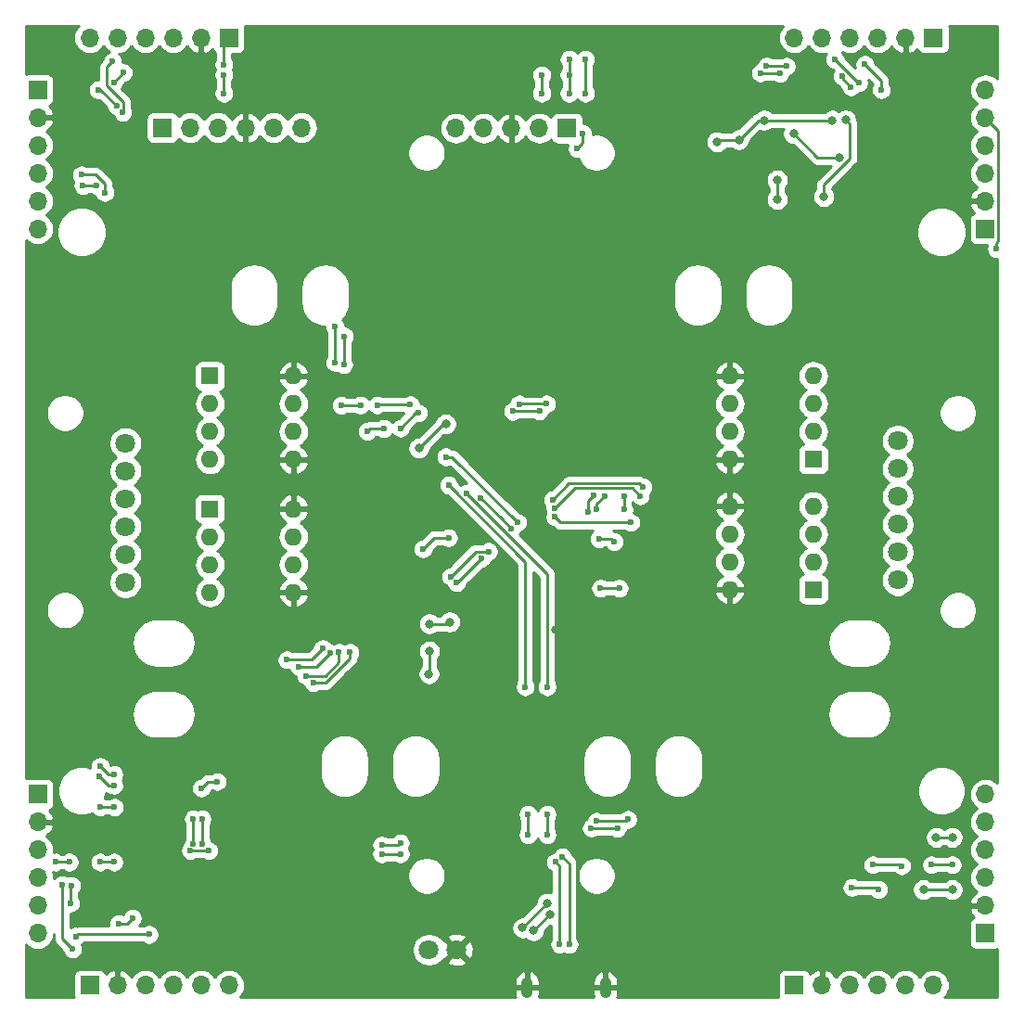
<source format=gbr>
G04 #@! TF.GenerationSoftware,KiCad,Pcbnew,(5.1.4)-1*
G04 #@! TF.CreationDate,2022-06-05T15:27:35-07:00*
G04 #@! TF.ProjectId,Birty,42697274-792e-46b6-9963-61645f706362,rev?*
G04 #@! TF.SameCoordinates,Original*
G04 #@! TF.FileFunction,Copper,L2,Bot*
G04 #@! TF.FilePolarity,Positive*
%FSLAX46Y46*%
G04 Gerber Fmt 4.6, Leading zero omitted, Abs format (unit mm)*
G04 Created by KiCad (PCBNEW (5.1.4)-1) date 2022-06-05 15:27:35*
%MOMM*%
%LPD*%
G04 APERTURE LIST*
%ADD10C,1.803400*%
%ADD11O,1.700000X1.700000*%
%ADD12R,1.700000X1.700000*%
%ADD13O,1.050000X1.900000*%
%ADD14O,1.600000X1.600000*%
%ADD15R,1.600000X1.600000*%
%ADD16C,0.800000*%
%ADD17C,0.600000*%
%ADD18C,0.250000*%
%ADD19C,0.254000*%
G04 APERTURE END LIST*
D10*
X57460000Y-105000000D03*
X60000000Y-105000000D03*
X29750000Y-58750000D03*
X29750000Y-61290000D03*
X29750000Y-63830000D03*
X29750000Y-66370000D03*
X29750000Y-68910000D03*
X29750000Y-71450000D03*
D11*
X43280800Y-29952600D03*
D12*
X33120800Y-29952600D03*
D11*
X35660800Y-29952600D03*
X38200800Y-29952600D03*
X45820800Y-29952600D03*
X40740800Y-29952600D03*
D13*
X73575000Y-108450000D03*
X66425000Y-108450000D03*
D14*
X92534600Y-52630000D03*
X92534600Y-55170000D03*
D15*
X92534600Y-60250000D03*
D14*
X92534600Y-57710000D03*
X84914600Y-57710000D03*
X84914600Y-60250000D03*
X84914600Y-52630000D03*
X84914600Y-55170000D03*
X37465400Y-72370000D03*
X37465400Y-69830000D03*
D15*
X37465400Y-64750000D03*
D14*
X37465400Y-67290000D03*
X45085400Y-67290000D03*
X45085400Y-64750000D03*
X45085400Y-72370000D03*
X45085400Y-69830000D03*
X92534600Y-64500000D03*
X92534600Y-67040000D03*
D15*
X92534600Y-72120000D03*
D14*
X92534600Y-69580000D03*
X84914600Y-69580000D03*
X84914600Y-72120000D03*
X84914600Y-64500000D03*
X84914600Y-67040000D03*
X37465400Y-60250000D03*
X37465400Y-57710000D03*
D15*
X37465400Y-52630000D03*
D14*
X37465400Y-55170000D03*
X45085400Y-55170000D03*
X45085400Y-52630000D03*
X45085400Y-60250000D03*
X45085400Y-57710000D03*
D12*
X70080000Y-30000000D03*
D11*
X65000000Y-30000000D03*
X59920000Y-30000000D03*
X62460000Y-30000000D03*
X67540000Y-30000000D03*
D10*
X100250000Y-71250000D03*
X100250000Y-68710000D03*
X100250000Y-66170000D03*
X100250000Y-63630000D03*
X100250000Y-61090000D03*
X100250000Y-58550000D03*
D12*
X90800000Y-108250000D03*
D11*
X93340000Y-108250000D03*
X100960000Y-108250000D03*
X98420000Y-108250000D03*
X103500000Y-108250000D03*
X95880000Y-108250000D03*
D12*
X26500000Y-108250000D03*
D11*
X29040000Y-108250000D03*
X36660000Y-108250000D03*
X34120000Y-108250000D03*
X39200000Y-108250000D03*
X31580000Y-108250000D03*
D12*
X108250000Y-103500000D03*
D11*
X108250000Y-100960000D03*
X108250000Y-93340000D03*
X108250000Y-95880000D03*
X108250000Y-90800000D03*
X108250000Y-98420000D03*
D12*
X108250000Y-39200000D03*
D11*
X108250000Y-36660000D03*
X108250000Y-29040000D03*
X108250000Y-31580000D03*
X108250000Y-26500000D03*
X108250000Y-34120000D03*
D12*
X21750000Y-90800000D03*
D11*
X21750000Y-93340000D03*
X21750000Y-100960000D03*
X21750000Y-98420000D03*
X21750000Y-103500000D03*
X21750000Y-95880000D03*
D12*
X21750000Y-26500000D03*
D11*
X21750000Y-29040000D03*
X21750000Y-36660000D03*
X21750000Y-34120000D03*
X21750000Y-39200000D03*
X21750000Y-31580000D03*
D12*
X103500000Y-21750000D03*
D11*
X100960000Y-21750000D03*
X93340000Y-21750000D03*
X95880000Y-21750000D03*
X90800000Y-21750000D03*
X98420000Y-21750000D03*
D12*
X39200000Y-21750000D03*
D11*
X36660000Y-21750000D03*
X29040000Y-21750000D03*
X31580000Y-21750000D03*
X26500000Y-21750000D03*
X34120000Y-21750000D03*
D16*
X57004200Y-63846900D03*
X60956952Y-57137456D03*
X71500000Y-104250000D03*
X61250000Y-77750000D03*
X63137000Y-75470200D03*
X71750000Y-74750000D03*
X69000000Y-75750000D03*
X72724200Y-70626900D03*
X72750000Y-58750000D03*
X69024200Y-56999400D03*
X95500000Y-34750000D03*
X85750000Y-32750000D03*
X65250000Y-73500000D03*
X85750000Y-31062500D03*
X88060599Y-29275850D03*
X94290000Y-29275850D03*
X57500000Y-75250000D03*
X57500000Y-77750001D03*
X57460000Y-79825001D03*
X59352400Y-75086900D03*
D17*
X48879343Y-48120657D03*
D16*
X83775000Y-31250000D03*
D17*
X48860312Y-51389688D03*
X28750000Y-92000000D03*
X27448289Y-92000000D03*
X24000000Y-99045000D03*
X24941942Y-104941942D03*
X27243058Y-26493058D03*
X28941942Y-27941942D03*
X38750000Y-26825010D03*
X38750000Y-25125000D03*
X38750000Y-24205000D03*
D16*
X56539601Y-59210399D03*
X58996700Y-56999400D03*
D17*
X94500000Y-23716942D03*
X96690596Y-25875000D03*
X27125000Y-35250000D03*
X25875000Y-35250000D03*
X28566942Y-23933058D03*
X29507628Y-28566942D03*
X49678517Y-51571483D03*
X49754343Y-48995657D03*
X71750000Y-26825010D03*
X71750000Y-23708058D03*
D16*
X103775000Y-94750000D03*
X105225000Y-94750000D03*
D17*
X109250000Y-41000000D03*
X71500000Y-30500000D03*
X71000000Y-31875000D03*
X67750000Y-26825010D03*
X67750000Y-25125000D03*
X88273744Y-24333058D03*
X90091942Y-24341942D03*
X97250000Y-24174990D03*
X98750000Y-26500000D03*
X62888742Y-68638742D03*
X59434313Y-70934313D03*
X49250000Y-77850001D03*
X46250000Y-80000000D03*
X29138058Y-102611942D03*
X30396942Y-102103058D03*
X36750000Y-95328410D03*
X36750000Y-93053400D03*
X28698289Y-89000000D03*
X27867783Y-35875000D03*
X25750000Y-34250000D03*
X28683058Y-25816942D03*
X29557735Y-24923851D03*
X72760548Y-93260548D03*
X75604052Y-93104052D03*
X105225000Y-97250000D03*
X103324990Y-97250000D03*
X100594443Y-97344443D03*
X97987347Y-97237347D03*
X27448289Y-88250000D03*
X53150000Y-95449997D03*
X54850000Y-95250000D03*
X70250000Y-26825010D03*
X70250000Y-25125000D03*
X87708058Y-24958058D03*
X89500000Y-25000000D03*
X95165445Y-25266271D03*
X95972292Y-26227193D03*
X62263742Y-69263742D03*
X60000000Y-71500000D03*
X50250000Y-77850001D03*
X46899869Y-80625000D03*
X38125300Y-89639800D03*
X36687790Y-90250000D03*
X35949997Y-93053400D03*
X35949997Y-95328410D03*
X28698289Y-90000000D03*
X70250000Y-23708058D03*
D16*
X105225000Y-99500000D03*
X102599990Y-99500000D03*
D17*
X35683058Y-95933058D03*
X37361607Y-95953410D03*
X72270010Y-93892508D03*
X74658341Y-93908341D03*
X96058058Y-99308058D03*
X98500000Y-99500000D03*
X24625000Y-97000000D03*
X23375000Y-97000000D03*
X27448289Y-97000000D03*
X28698289Y-97000000D03*
X24743058Y-100756942D03*
X24845191Y-99124579D03*
X27363266Y-89155612D03*
X53150000Y-96250000D03*
X54850000Y-96250000D03*
D16*
X68250000Y-100750000D03*
X66000000Y-103000000D03*
D17*
X25223058Y-103776942D03*
X31896942Y-103603058D03*
D16*
X90750000Y-30500000D03*
X94919142Y-32675010D03*
X68500000Y-101750000D03*
X67000000Y-103250000D03*
D17*
X70250000Y-104500000D03*
X68250000Y-92635548D03*
X68250000Y-94517508D03*
X69641078Y-96521440D03*
X69400000Y-104500000D03*
X66500000Y-92635548D03*
X66500000Y-94517508D03*
X69000000Y-97000000D03*
X45591659Y-79158341D03*
X48452405Y-77911999D03*
X44500000Y-78533341D03*
X56908700Y-68408700D03*
X59254200Y-67389400D03*
X47768021Y-77497727D03*
X68730165Y-63932005D03*
X77000000Y-62750000D03*
X68954199Y-64699997D03*
X76750000Y-63564400D03*
X68250000Y-81000000D03*
X60899342Y-63350658D03*
X66250000Y-81000000D03*
X59254200Y-62589400D03*
D16*
X89250000Y-34750000D03*
X89250000Y-36504401D03*
X95500000Y-29250000D03*
X93500000Y-36250000D03*
D17*
X67551946Y-55801946D03*
X65099857Y-55849857D03*
X56505606Y-55994394D03*
X54860312Y-57389688D03*
X53333092Y-57416908D03*
X51824208Y-57675792D03*
X72000000Y-65000000D03*
X72500000Y-63500000D03*
X68179134Y-55174758D03*
X65724857Y-55176946D03*
X55755606Y-55244394D03*
X52735312Y-55264688D03*
X51208092Y-55291908D03*
X49449208Y-55300792D03*
X68954199Y-65500000D03*
X75875000Y-66000000D03*
X64980026Y-66547458D03*
X62165956Y-63733387D03*
X65545713Y-65981771D03*
X58995459Y-60004541D03*
X72778174Y-64814400D03*
X73500000Y-63564400D03*
X73000000Y-67500000D03*
X74375000Y-67750000D03*
X73125000Y-72000000D03*
X74825009Y-72000000D03*
X75250000Y-64814400D03*
X75250000Y-63564400D03*
D18*
X56937900Y-63913200D02*
X57004200Y-63846900D01*
X87536650Y-29275850D02*
X88060599Y-29275850D01*
X85750000Y-31062500D02*
X87536650Y-29275850D01*
X88060599Y-29275850D02*
X94290000Y-29275850D01*
X57500000Y-79725001D02*
X57500000Y-77850001D01*
X59189300Y-75250000D02*
X59352400Y-75086900D01*
X57500000Y-75250000D02*
X59189300Y-75250000D01*
X48803517Y-48196483D02*
X48879343Y-48120657D01*
X83962500Y-31062500D02*
X83775000Y-31250000D01*
X85750000Y-31062500D02*
X83962500Y-31062500D01*
X48879343Y-51370657D02*
X48860312Y-51389688D01*
X48879343Y-48120657D02*
X48879343Y-51370657D01*
X28750000Y-92000000D02*
X27448289Y-92000000D01*
X24000000Y-104000000D02*
X24941942Y-104941942D01*
X24000000Y-99045000D02*
X24000000Y-104000000D01*
X27493058Y-26493058D02*
X28941942Y-27941942D01*
X27243058Y-26493058D02*
X27493058Y-26493058D01*
X38750000Y-26825010D02*
X38750000Y-25125000D01*
X58750600Y-56999400D02*
X58996700Y-56999400D01*
X56539601Y-59210399D02*
X58750600Y-56999400D01*
X38750000Y-22200000D02*
X39200000Y-21750000D01*
X38750000Y-24205000D02*
X38750000Y-22200000D01*
X96658058Y-25875000D02*
X96690596Y-25875000D01*
X94500000Y-23716942D02*
X96658058Y-25875000D01*
X27125000Y-35250000D02*
X25875000Y-35250000D01*
X28058057Y-24441943D02*
X28566942Y-23933058D01*
X28058057Y-26116943D02*
X28058057Y-24441943D01*
X29566943Y-27625829D02*
X28058057Y-26116943D01*
X29566943Y-28241943D02*
X29566943Y-27625829D01*
X29566943Y-28507627D02*
X29507628Y-28566942D01*
X29566943Y-28241943D02*
X29566943Y-28507627D01*
X49678517Y-49071483D02*
X49754343Y-48995657D01*
X49678517Y-51571483D02*
X49678517Y-49071483D01*
X71750000Y-26825010D02*
X71750000Y-23708058D01*
X103775000Y-94750000D02*
X105225000Y-94750000D01*
X109425001Y-30215001D02*
X108250000Y-29040000D01*
X109425001Y-40310001D02*
X109425001Y-30215001D01*
X109250000Y-41000000D02*
X109250000Y-40485002D01*
X109250000Y-40485002D02*
X109425001Y-40310001D01*
X71500000Y-30500000D02*
X71500000Y-31375000D01*
X71500000Y-31375000D02*
X71000000Y-31875000D01*
X67750000Y-26825010D02*
X67750000Y-25125000D01*
X90083058Y-24333058D02*
X90091942Y-24341942D01*
X88273744Y-24333058D02*
X90083058Y-24333058D01*
X98750000Y-25674990D02*
X98750000Y-26500000D01*
X97250000Y-24174990D02*
X98750000Y-25674990D01*
X61729884Y-68638742D02*
X59434313Y-70934313D01*
X62888742Y-68638742D02*
X61729884Y-68638742D01*
X48025003Y-80000000D02*
X46250000Y-80000000D01*
X49250000Y-78775003D02*
X48025003Y-80000000D01*
X49250000Y-77850001D02*
X49250000Y-78775003D01*
X29888058Y-102611942D02*
X30396942Y-102103058D01*
X29138058Y-102611942D02*
X29888058Y-102611942D01*
X36750000Y-95328410D02*
X36750000Y-93053400D01*
X27050002Y-34250000D02*
X25750000Y-34250000D01*
X27867783Y-35067781D02*
X27050002Y-34250000D01*
X27867783Y-35875000D02*
X27867783Y-35067781D01*
X28683058Y-25798528D02*
X29557735Y-24923851D01*
X28683058Y-25816942D02*
X28683058Y-25798528D01*
X105225000Y-97250000D02*
X103324990Y-97250000D01*
X75447556Y-93260548D02*
X75604052Y-93104052D01*
X72760548Y-93260548D02*
X75447556Y-93260548D01*
X100487347Y-97237347D02*
X100594443Y-97344443D01*
X97987347Y-97237347D02*
X100487347Y-97237347D01*
X28698289Y-89000000D02*
X28198289Y-89000000D01*
X28198289Y-89000000D02*
X27448289Y-88250000D01*
X53150000Y-95449997D02*
X54650003Y-95449997D01*
X54650003Y-95449997D02*
X54850000Y-95250000D01*
X70250000Y-26825010D02*
X70250000Y-25125000D01*
X89458058Y-24958058D02*
X89500000Y-25000000D01*
X87708058Y-24958058D02*
X89458058Y-24958058D01*
X95165445Y-25420346D02*
X95972292Y-26227193D01*
X95165445Y-25266271D02*
X95165445Y-25420346D01*
X60027484Y-71500000D02*
X60000000Y-71500000D01*
X62263742Y-69263742D02*
X60027484Y-71500000D01*
X48036413Y-80625000D02*
X46899869Y-80625000D01*
X50250000Y-78411413D02*
X48036413Y-80625000D01*
X50250000Y-77850001D02*
X50250000Y-78411413D01*
X37297990Y-89639800D02*
X36687790Y-90250000D01*
X38125300Y-89639800D02*
X37297990Y-89639800D01*
X35949997Y-93053400D02*
X35949997Y-95328410D01*
X70250000Y-23708058D02*
X70250000Y-25125000D01*
X105225000Y-99500000D02*
X102599990Y-99500000D01*
X35703410Y-95953410D02*
X37361607Y-95953410D01*
X35683058Y-95933058D02*
X35703410Y-95953410D01*
X74642508Y-93892508D02*
X74658341Y-93908341D01*
X72270010Y-93892508D02*
X74642508Y-93892508D01*
X98308058Y-99308058D02*
X98500000Y-99500000D01*
X96058058Y-99308058D02*
X98308058Y-99308058D01*
X28698289Y-97000000D02*
X27448289Y-97000000D01*
X24625000Y-97000000D02*
X23375000Y-97000000D01*
X24743058Y-100756942D02*
X24743058Y-99226712D01*
X24743058Y-99226712D02*
X24845191Y-99124579D01*
X28698289Y-90000000D02*
X28207654Y-90000000D01*
X28207654Y-90000000D02*
X27363266Y-89155612D01*
X53150000Y-96250000D02*
X54850000Y-96250000D01*
X68250000Y-100750000D02*
X66000000Y-103000000D01*
X25396942Y-103603058D02*
X25223058Y-103776942D01*
X31896942Y-103603058D02*
X25396942Y-103603058D01*
X92925010Y-32675010D02*
X94919142Y-32675010D01*
X90750000Y-30500000D02*
X92925010Y-32675010D01*
X68500000Y-101750000D02*
X67000000Y-103250000D01*
X70250000Y-104500000D02*
X70250000Y-97130362D01*
X70250000Y-97130362D02*
X69641078Y-96521440D01*
X68250000Y-94517508D02*
X68250000Y-92635548D01*
X69400000Y-104500000D02*
X69400000Y-97400000D01*
X69400000Y-97400000D02*
X69000000Y-97000000D01*
X66500000Y-94517508D02*
X66500000Y-92635548D01*
X45591659Y-79158341D02*
X47042944Y-79158341D01*
X47042944Y-79158341D02*
X47206063Y-79158341D01*
X47206063Y-79158341D02*
X48452405Y-77911999D01*
X44500000Y-78533341D02*
X46784059Y-78533341D01*
X56908700Y-68408700D02*
X57928000Y-67389400D01*
X57928000Y-67389400D02*
X59254200Y-67389400D01*
X46784059Y-78481689D02*
X46784059Y-78533341D01*
X47768021Y-77497727D02*
X46784059Y-78481689D01*
X76674989Y-62424989D02*
X77000000Y-62750000D01*
X68730165Y-63932005D02*
X70237181Y-62424989D01*
X70237181Y-62424989D02*
X76674989Y-62424989D01*
X76060599Y-62874999D02*
X76750000Y-63564400D01*
X68954199Y-64699997D02*
X70779197Y-62874999D01*
X70779197Y-62874999D02*
X76060599Y-62874999D01*
X68250000Y-70701316D02*
X60899342Y-63350658D01*
X68250000Y-81000000D02*
X68250000Y-70701316D01*
X66250000Y-69585200D02*
X59254200Y-62589400D01*
X66250000Y-81000000D02*
X66250000Y-69585200D01*
X89250000Y-34750000D02*
X89250000Y-36504401D01*
X95899999Y-32767155D02*
X93500000Y-35167154D01*
X95899999Y-29649999D02*
X95899999Y-32767155D01*
X93500000Y-35167154D02*
X93500000Y-36250000D01*
X95500000Y-29250000D02*
X95899999Y-29649999D01*
X67551946Y-55801946D02*
X65147768Y-55801946D01*
X65147768Y-55801946D02*
X65099857Y-55849857D01*
X56505606Y-55994394D02*
X56255606Y-55994394D01*
X56255606Y-55994394D02*
X54860312Y-57389688D01*
X53333092Y-57416908D02*
X52083092Y-57416908D01*
X52083092Y-57416908D02*
X51824208Y-57675792D01*
X72000000Y-65000000D02*
X72000000Y-64000000D01*
X72000000Y-64000000D02*
X72500000Y-63500000D01*
X68179134Y-55174758D02*
X65727045Y-55174758D01*
X65727045Y-55174758D02*
X65724857Y-55176946D01*
X55755606Y-55244394D02*
X52755606Y-55244394D01*
X52755606Y-55244394D02*
X52735312Y-55264688D01*
X51208092Y-55291908D02*
X49458092Y-55291908D01*
X49458092Y-55291908D02*
X49449208Y-55300792D01*
X68954199Y-65500000D02*
X69454199Y-66000000D01*
X69454199Y-66000000D02*
X75875000Y-66000000D01*
X64980026Y-66547458D02*
X64091284Y-65658716D01*
X64091284Y-65658716D02*
X64091284Y-65658715D01*
X64091284Y-65658715D02*
X62165956Y-63733387D01*
X59568483Y-60004541D02*
X58995459Y-60004541D01*
X65545713Y-65981771D02*
X59568483Y-60004541D01*
X72778174Y-64814400D02*
X72778174Y-64286226D01*
X72778174Y-64286226D02*
X73500000Y-63564400D01*
X73000000Y-67500000D02*
X74125000Y-67500000D01*
X74125000Y-67500000D02*
X74375000Y-67750000D01*
X73125000Y-72000000D02*
X74825009Y-72000000D01*
X75250000Y-64814400D02*
X75250000Y-63564400D01*
D19*
G36*
X25444866Y-20694866D02*
G01*
X25259294Y-20920986D01*
X25121401Y-21178966D01*
X25036487Y-21458889D01*
X25007815Y-21750000D01*
X25036487Y-22041111D01*
X25121401Y-22321034D01*
X25259294Y-22579014D01*
X25444866Y-22805134D01*
X25670986Y-22990706D01*
X25928966Y-23128599D01*
X26208889Y-23213513D01*
X26427050Y-23235000D01*
X26572950Y-23235000D01*
X26791111Y-23213513D01*
X27071034Y-23128599D01*
X27329014Y-22990706D01*
X27555134Y-22805134D01*
X27740706Y-22579014D01*
X27770000Y-22524209D01*
X27799294Y-22579014D01*
X27984866Y-22805134D01*
X28210986Y-22990706D01*
X28292946Y-23034515D01*
X28124053Y-23104472D01*
X27970914Y-23206796D01*
X27840680Y-23337030D01*
X27738356Y-23490169D01*
X27667874Y-23660329D01*
X27643789Y-23781410D01*
X27547055Y-23878144D01*
X27518057Y-23901942D01*
X27494259Y-23930940D01*
X27494258Y-23930941D01*
X27423083Y-24017667D01*
X27352511Y-24149697D01*
X27329386Y-24225932D01*
X27309055Y-24292957D01*
X27298636Y-24398738D01*
X27294381Y-24441943D01*
X27298058Y-24479275D01*
X27298057Y-25558058D01*
X27150969Y-25558058D01*
X26970329Y-25593990D01*
X26800169Y-25664472D01*
X26647030Y-25766796D01*
X26516796Y-25897030D01*
X26414472Y-26050169D01*
X26343990Y-26220329D01*
X26308058Y-26400969D01*
X26308058Y-26585147D01*
X26343990Y-26765787D01*
X26414472Y-26935947D01*
X26516796Y-27089086D01*
X26647030Y-27219320D01*
X26800169Y-27321644D01*
X26970329Y-27392126D01*
X27150969Y-27428058D01*
X27335147Y-27428058D01*
X27350252Y-27425053D01*
X28018790Y-28093592D01*
X28042874Y-28214671D01*
X28113356Y-28384831D01*
X28215680Y-28537970D01*
X28345914Y-28668204D01*
X28499053Y-28770528D01*
X28603404Y-28813751D01*
X28608560Y-28839671D01*
X28679042Y-29009831D01*
X28781366Y-29162970D01*
X28911600Y-29293204D01*
X29064739Y-29395528D01*
X29234899Y-29466010D01*
X29415539Y-29501942D01*
X29599717Y-29501942D01*
X29780357Y-29466010D01*
X29950517Y-29395528D01*
X30103656Y-29293204D01*
X30233890Y-29162970D01*
X30274227Y-29102600D01*
X31632728Y-29102600D01*
X31632728Y-30802600D01*
X31644988Y-30927082D01*
X31681298Y-31046780D01*
X31740263Y-31157094D01*
X31819615Y-31253785D01*
X31916306Y-31333137D01*
X32026620Y-31392102D01*
X32146318Y-31428412D01*
X32270800Y-31440672D01*
X33970800Y-31440672D01*
X34095282Y-31428412D01*
X34214980Y-31392102D01*
X34325294Y-31333137D01*
X34421985Y-31253785D01*
X34501337Y-31157094D01*
X34560302Y-31046780D01*
X34581193Y-30977913D01*
X34605666Y-31007734D01*
X34831786Y-31193306D01*
X35089766Y-31331199D01*
X35369689Y-31416113D01*
X35587850Y-31437600D01*
X35733750Y-31437600D01*
X35951911Y-31416113D01*
X36231834Y-31331199D01*
X36489814Y-31193306D01*
X36715934Y-31007734D01*
X36901506Y-30781614D01*
X36930800Y-30726809D01*
X36960094Y-30781614D01*
X37145666Y-31007734D01*
X37371786Y-31193306D01*
X37629766Y-31331199D01*
X37909689Y-31416113D01*
X38127850Y-31437600D01*
X38273750Y-31437600D01*
X38491911Y-31416113D01*
X38771834Y-31331199D01*
X39029814Y-31193306D01*
X39255934Y-31007734D01*
X39441506Y-30781614D01*
X39476001Y-30717077D01*
X39545622Y-30833955D01*
X39740531Y-31050188D01*
X39973880Y-31224241D01*
X40236701Y-31349425D01*
X40383910Y-31394076D01*
X40613800Y-31272755D01*
X40613800Y-30079600D01*
X40593800Y-30079600D01*
X40593800Y-29825600D01*
X40613800Y-29825600D01*
X40613800Y-28632445D01*
X40867800Y-28632445D01*
X40867800Y-29825600D01*
X40887800Y-29825600D01*
X40887800Y-30079600D01*
X40867800Y-30079600D01*
X40867800Y-31272755D01*
X41097690Y-31394076D01*
X41244899Y-31349425D01*
X41507720Y-31224241D01*
X41741069Y-31050188D01*
X41935978Y-30833955D01*
X42005599Y-30717077D01*
X42040094Y-30781614D01*
X42225666Y-31007734D01*
X42451786Y-31193306D01*
X42709766Y-31331199D01*
X42989689Y-31416113D01*
X43207850Y-31437600D01*
X43353750Y-31437600D01*
X43571911Y-31416113D01*
X43851834Y-31331199D01*
X44109814Y-31193306D01*
X44335934Y-31007734D01*
X44521506Y-30781614D01*
X44550800Y-30726809D01*
X44580094Y-30781614D01*
X44765666Y-31007734D01*
X44991786Y-31193306D01*
X45249766Y-31331199D01*
X45529689Y-31416113D01*
X45747850Y-31437600D01*
X45893750Y-31437600D01*
X46111911Y-31416113D01*
X46391834Y-31331199D01*
X46649814Y-31193306D01*
X46875934Y-31007734D01*
X47061506Y-30781614D01*
X47199399Y-30523634D01*
X47284313Y-30243711D01*
X47308316Y-30000000D01*
X58427815Y-30000000D01*
X58456487Y-30291111D01*
X58541401Y-30571034D01*
X58679294Y-30829014D01*
X58864866Y-31055134D01*
X59090986Y-31240706D01*
X59348966Y-31378599D01*
X59628889Y-31463513D01*
X59847050Y-31485000D01*
X59992950Y-31485000D01*
X60211111Y-31463513D01*
X60491034Y-31378599D01*
X60749014Y-31240706D01*
X60975134Y-31055134D01*
X61160706Y-30829014D01*
X61190000Y-30774209D01*
X61219294Y-30829014D01*
X61404866Y-31055134D01*
X61630986Y-31240706D01*
X61888966Y-31378599D01*
X62168889Y-31463513D01*
X62387050Y-31485000D01*
X62532950Y-31485000D01*
X62751111Y-31463513D01*
X63031034Y-31378599D01*
X63289014Y-31240706D01*
X63515134Y-31055134D01*
X63700706Y-30829014D01*
X63735201Y-30764477D01*
X63804822Y-30881355D01*
X63999731Y-31097588D01*
X64233080Y-31271641D01*
X64495901Y-31396825D01*
X64643110Y-31441476D01*
X64873000Y-31320155D01*
X64873000Y-30127000D01*
X64853000Y-30127000D01*
X64853000Y-29873000D01*
X64873000Y-29873000D01*
X64873000Y-28679845D01*
X65127000Y-28679845D01*
X65127000Y-29873000D01*
X65147000Y-29873000D01*
X65147000Y-30127000D01*
X65127000Y-30127000D01*
X65127000Y-31320155D01*
X65356890Y-31441476D01*
X65504099Y-31396825D01*
X65766920Y-31271641D01*
X66000269Y-31097588D01*
X66195178Y-30881355D01*
X66264799Y-30764477D01*
X66299294Y-30829014D01*
X66484866Y-31055134D01*
X66710986Y-31240706D01*
X66968966Y-31378599D01*
X67248889Y-31463513D01*
X67467050Y-31485000D01*
X67612950Y-31485000D01*
X67831111Y-31463513D01*
X68111034Y-31378599D01*
X68369014Y-31240706D01*
X68595134Y-31055134D01*
X68619607Y-31025313D01*
X68640498Y-31094180D01*
X68699463Y-31204494D01*
X68778815Y-31301185D01*
X68875506Y-31380537D01*
X68985820Y-31439502D01*
X69105518Y-31475812D01*
X69230000Y-31488072D01*
X70148234Y-31488072D01*
X70100932Y-31602271D01*
X70065000Y-31782911D01*
X70065000Y-31967089D01*
X70100932Y-32147729D01*
X70171414Y-32317889D01*
X70273738Y-32471028D01*
X70403972Y-32601262D01*
X70557111Y-32703586D01*
X70727271Y-32774068D01*
X70907911Y-32810000D01*
X71092089Y-32810000D01*
X71103102Y-32807809D01*
X71212463Y-33071831D01*
X71402337Y-33355998D01*
X71644002Y-33597663D01*
X71928169Y-33787537D01*
X72243919Y-33918325D01*
X72579117Y-33985000D01*
X72920883Y-33985000D01*
X73256081Y-33918325D01*
X73571831Y-33787537D01*
X73855998Y-33597663D01*
X74097663Y-33355998D01*
X74287537Y-33071831D01*
X74418325Y-32756081D01*
X74485000Y-32420883D01*
X74485000Y-32079117D01*
X74418325Y-31743919D01*
X74287537Y-31428169D01*
X74100376Y-31148061D01*
X82740000Y-31148061D01*
X82740000Y-31351939D01*
X82779774Y-31551898D01*
X82857795Y-31740256D01*
X82971063Y-31909774D01*
X83115226Y-32053937D01*
X83284744Y-32167205D01*
X83473102Y-32245226D01*
X83673061Y-32285000D01*
X83876939Y-32285000D01*
X84076898Y-32245226D01*
X84265256Y-32167205D01*
X84434774Y-32053937D01*
X84578937Y-31909774D01*
X84637251Y-31822500D01*
X85046289Y-31822500D01*
X85090226Y-31866437D01*
X85259744Y-31979705D01*
X85448102Y-32057726D01*
X85648061Y-32097500D01*
X85851939Y-32097500D01*
X86051898Y-32057726D01*
X86240256Y-31979705D01*
X86409774Y-31866437D01*
X86553937Y-31722274D01*
X86667205Y-31552756D01*
X86745226Y-31364398D01*
X86785000Y-31164439D01*
X86785000Y-31102301D01*
X87657956Y-30229346D01*
X87758701Y-30271076D01*
X87958660Y-30310850D01*
X88162538Y-30310850D01*
X88362497Y-30271076D01*
X88550855Y-30193055D01*
X88720373Y-30079787D01*
X88764310Y-30035850D01*
X89821981Y-30035850D01*
X89754774Y-30198102D01*
X89715000Y-30398061D01*
X89715000Y-30601939D01*
X89754774Y-30801898D01*
X89832795Y-30990256D01*
X89946063Y-31159774D01*
X90090226Y-31303937D01*
X90259744Y-31417205D01*
X90448102Y-31495226D01*
X90648061Y-31535000D01*
X90710199Y-31535000D01*
X92361211Y-33186013D01*
X92385009Y-33215011D01*
X92500734Y-33309984D01*
X92632763Y-33380556D01*
X92776024Y-33424013D01*
X92887677Y-33435010D01*
X92887685Y-33435010D01*
X92925010Y-33438686D01*
X92962335Y-33435010D01*
X94157343Y-33435010D01*
X92989003Y-34603350D01*
X92959999Y-34627153D01*
X92921327Y-34674276D01*
X92865026Y-34742878D01*
X92847571Y-34775534D01*
X92794454Y-34874908D01*
X92750997Y-35018169D01*
X92740000Y-35129822D01*
X92740000Y-35129832D01*
X92736324Y-35167154D01*
X92740000Y-35204477D01*
X92740000Y-35546289D01*
X92696063Y-35590226D01*
X92582795Y-35759744D01*
X92504774Y-35948102D01*
X92465000Y-36148061D01*
X92465000Y-36351939D01*
X92504774Y-36551898D01*
X92582795Y-36740256D01*
X92696063Y-36909774D01*
X92840226Y-37053937D01*
X93009744Y-37167205D01*
X93198102Y-37245226D01*
X93398061Y-37285000D01*
X93601939Y-37285000D01*
X93801898Y-37245226D01*
X93990256Y-37167205D01*
X94159774Y-37053937D01*
X94303937Y-36909774D01*
X94417205Y-36740256D01*
X94495226Y-36551898D01*
X94535000Y-36351939D01*
X94535000Y-36148061D01*
X94495226Y-35948102D01*
X94417205Y-35759744D01*
X94303937Y-35590226D01*
X94260000Y-35546289D01*
X94260000Y-35481955D01*
X96411002Y-33330954D01*
X96440000Y-33307156D01*
X96496091Y-33238809D01*
X96534973Y-33191432D01*
X96605545Y-33059402D01*
X96610365Y-33043513D01*
X96649002Y-32916141D01*
X96659999Y-32804488D01*
X96659999Y-32804479D01*
X96663675Y-32767156D01*
X96659999Y-32729833D01*
X96659999Y-29687321D01*
X96663675Y-29649998D01*
X96659999Y-29612676D01*
X96659999Y-29612666D01*
X96649002Y-29501013D01*
X96605545Y-29357752D01*
X96535000Y-29225774D01*
X96535000Y-29148061D01*
X96495226Y-28948102D01*
X96417205Y-28759744D01*
X96303937Y-28590226D01*
X96159774Y-28446063D01*
X95990256Y-28332795D01*
X95801898Y-28254774D01*
X95601939Y-28215000D01*
X95398061Y-28215000D01*
X95198102Y-28254774D01*
X95009744Y-28332795D01*
X94875656Y-28422389D01*
X94780256Y-28358645D01*
X94591898Y-28280624D01*
X94391939Y-28240850D01*
X94188061Y-28240850D01*
X93988102Y-28280624D01*
X93799744Y-28358645D01*
X93630226Y-28471913D01*
X93586289Y-28515850D01*
X88764310Y-28515850D01*
X88720373Y-28471913D01*
X88550855Y-28358645D01*
X88362497Y-28280624D01*
X88162538Y-28240850D01*
X87958660Y-28240850D01*
X87758701Y-28280624D01*
X87570343Y-28358645D01*
X87400825Y-28471913D01*
X87327702Y-28545036D01*
X87244403Y-28570304D01*
X87112374Y-28640876D01*
X86996649Y-28735849D01*
X86972851Y-28764847D01*
X85710199Y-30027500D01*
X85648061Y-30027500D01*
X85448102Y-30067274D01*
X85259744Y-30145295D01*
X85090226Y-30258563D01*
X85046289Y-30302500D01*
X84192118Y-30302500D01*
X84076898Y-30254774D01*
X83876939Y-30215000D01*
X83673061Y-30215000D01*
X83473102Y-30254774D01*
X83284744Y-30332795D01*
X83115226Y-30446063D01*
X82971063Y-30590226D01*
X82857795Y-30759744D01*
X82779774Y-30948102D01*
X82740000Y-31148061D01*
X74100376Y-31148061D01*
X74097663Y-31144002D01*
X73855998Y-30902337D01*
X73571831Y-30712463D01*
X73256081Y-30581675D01*
X72920883Y-30515000D01*
X72579117Y-30515000D01*
X72435000Y-30543667D01*
X72435000Y-30407911D01*
X72399068Y-30227271D01*
X72328586Y-30057111D01*
X72226262Y-29903972D01*
X72096028Y-29773738D01*
X71942889Y-29671414D01*
X71772729Y-29600932D01*
X71592089Y-29565000D01*
X71568072Y-29565000D01*
X71568072Y-29150000D01*
X71555812Y-29025518D01*
X71519502Y-28905820D01*
X71460537Y-28795506D01*
X71381185Y-28698815D01*
X71284494Y-28619463D01*
X71174180Y-28560498D01*
X71054482Y-28524188D01*
X70930000Y-28511928D01*
X69230000Y-28511928D01*
X69105518Y-28524188D01*
X68985820Y-28560498D01*
X68875506Y-28619463D01*
X68778815Y-28698815D01*
X68699463Y-28795506D01*
X68640498Y-28905820D01*
X68619607Y-28974687D01*
X68595134Y-28944866D01*
X68369014Y-28759294D01*
X68111034Y-28621401D01*
X67831111Y-28536487D01*
X67612950Y-28515000D01*
X67467050Y-28515000D01*
X67248889Y-28536487D01*
X66968966Y-28621401D01*
X66710986Y-28759294D01*
X66484866Y-28944866D01*
X66299294Y-29170986D01*
X66264799Y-29235523D01*
X66195178Y-29118645D01*
X66000269Y-28902412D01*
X65766920Y-28728359D01*
X65504099Y-28603175D01*
X65356890Y-28558524D01*
X65127000Y-28679845D01*
X64873000Y-28679845D01*
X64643110Y-28558524D01*
X64495901Y-28603175D01*
X64233080Y-28728359D01*
X63999731Y-28902412D01*
X63804822Y-29118645D01*
X63735201Y-29235523D01*
X63700706Y-29170986D01*
X63515134Y-28944866D01*
X63289014Y-28759294D01*
X63031034Y-28621401D01*
X62751111Y-28536487D01*
X62532950Y-28515000D01*
X62387050Y-28515000D01*
X62168889Y-28536487D01*
X61888966Y-28621401D01*
X61630986Y-28759294D01*
X61404866Y-28944866D01*
X61219294Y-29170986D01*
X61190000Y-29225791D01*
X61160706Y-29170986D01*
X60975134Y-28944866D01*
X60749014Y-28759294D01*
X60491034Y-28621401D01*
X60211111Y-28536487D01*
X59992950Y-28515000D01*
X59847050Y-28515000D01*
X59628889Y-28536487D01*
X59348966Y-28621401D01*
X59090986Y-28759294D01*
X58864866Y-28944866D01*
X58679294Y-29170986D01*
X58541401Y-29428966D01*
X58456487Y-29708889D01*
X58427815Y-30000000D01*
X47308316Y-30000000D01*
X47312985Y-29952600D01*
X47284313Y-29661489D01*
X47199399Y-29381566D01*
X47061506Y-29123586D01*
X46875934Y-28897466D01*
X46649814Y-28711894D01*
X46391834Y-28574001D01*
X46111911Y-28489087D01*
X45893750Y-28467600D01*
X45747850Y-28467600D01*
X45529689Y-28489087D01*
X45249766Y-28574001D01*
X44991786Y-28711894D01*
X44765666Y-28897466D01*
X44580094Y-29123586D01*
X44550800Y-29178391D01*
X44521506Y-29123586D01*
X44335934Y-28897466D01*
X44109814Y-28711894D01*
X43851834Y-28574001D01*
X43571911Y-28489087D01*
X43353750Y-28467600D01*
X43207850Y-28467600D01*
X42989689Y-28489087D01*
X42709766Y-28574001D01*
X42451786Y-28711894D01*
X42225666Y-28897466D01*
X42040094Y-29123586D01*
X42005599Y-29188123D01*
X41935978Y-29071245D01*
X41741069Y-28855012D01*
X41507720Y-28680959D01*
X41244899Y-28555775D01*
X41097690Y-28511124D01*
X40867800Y-28632445D01*
X40613800Y-28632445D01*
X40383910Y-28511124D01*
X40236701Y-28555775D01*
X39973880Y-28680959D01*
X39740531Y-28855012D01*
X39545622Y-29071245D01*
X39476001Y-29188123D01*
X39441506Y-29123586D01*
X39255934Y-28897466D01*
X39029814Y-28711894D01*
X38771834Y-28574001D01*
X38491911Y-28489087D01*
X38273750Y-28467600D01*
X38127850Y-28467600D01*
X37909689Y-28489087D01*
X37629766Y-28574001D01*
X37371786Y-28711894D01*
X37145666Y-28897466D01*
X36960094Y-29123586D01*
X36930800Y-29178391D01*
X36901506Y-29123586D01*
X36715934Y-28897466D01*
X36489814Y-28711894D01*
X36231834Y-28574001D01*
X35951911Y-28489087D01*
X35733750Y-28467600D01*
X35587850Y-28467600D01*
X35369689Y-28489087D01*
X35089766Y-28574001D01*
X34831786Y-28711894D01*
X34605666Y-28897466D01*
X34581193Y-28927287D01*
X34560302Y-28858420D01*
X34501337Y-28748106D01*
X34421985Y-28651415D01*
X34325294Y-28572063D01*
X34214980Y-28513098D01*
X34095282Y-28476788D01*
X33970800Y-28464528D01*
X32270800Y-28464528D01*
X32146318Y-28476788D01*
X32026620Y-28513098D01*
X31916306Y-28572063D01*
X31819615Y-28651415D01*
X31740263Y-28748106D01*
X31681298Y-28858420D01*
X31644988Y-28978118D01*
X31632728Y-29102600D01*
X30274227Y-29102600D01*
X30336214Y-29009831D01*
X30406696Y-28839671D01*
X30442628Y-28659031D01*
X30442628Y-28474853D01*
X30406696Y-28294213D01*
X30336214Y-28124053D01*
X30326943Y-28110178D01*
X30326943Y-27663151D01*
X30330619Y-27625828D01*
X30326943Y-27588505D01*
X30326943Y-27588496D01*
X30315946Y-27476843D01*
X30272489Y-27333582D01*
X30237380Y-27267899D01*
X30201917Y-27201552D01*
X30130742Y-27114826D01*
X30106944Y-27085828D01*
X30077946Y-27062030D01*
X29417157Y-26401241D01*
X29511644Y-26259831D01*
X29582126Y-26089671D01*
X29610783Y-25945604D01*
X29709384Y-25847004D01*
X29830464Y-25822919D01*
X30000624Y-25752437D01*
X30153763Y-25650113D01*
X30283997Y-25519879D01*
X30386321Y-25366740D01*
X30456803Y-25196580D01*
X30492735Y-25015940D01*
X30492735Y-24831762D01*
X30456803Y-24651122D01*
X30386321Y-24480962D01*
X30283997Y-24327823D01*
X30153763Y-24197589D01*
X30000624Y-24095265D01*
X29830464Y-24024783D01*
X29649824Y-23988851D01*
X29501942Y-23988851D01*
X29501942Y-23840969D01*
X29466010Y-23660329D01*
X29395528Y-23490169D01*
X29293204Y-23337030D01*
X29184160Y-23227986D01*
X29331111Y-23213513D01*
X29611034Y-23128599D01*
X29869014Y-22990706D01*
X30095134Y-22805134D01*
X30280706Y-22579014D01*
X30310000Y-22524209D01*
X30339294Y-22579014D01*
X30524866Y-22805134D01*
X30750986Y-22990706D01*
X31008966Y-23128599D01*
X31288889Y-23213513D01*
X31507050Y-23235000D01*
X31652950Y-23235000D01*
X31871111Y-23213513D01*
X32151034Y-23128599D01*
X32409014Y-22990706D01*
X32635134Y-22805134D01*
X32820706Y-22579014D01*
X32850000Y-22524209D01*
X32879294Y-22579014D01*
X33064866Y-22805134D01*
X33290986Y-22990706D01*
X33548966Y-23128599D01*
X33828889Y-23213513D01*
X34047050Y-23235000D01*
X34192950Y-23235000D01*
X34411111Y-23213513D01*
X34691034Y-23128599D01*
X34949014Y-22990706D01*
X35175134Y-22805134D01*
X35360706Y-22579014D01*
X35391584Y-22521244D01*
X35562412Y-22750269D01*
X35778645Y-22945178D01*
X36028748Y-23094157D01*
X36303109Y-23191481D01*
X36533000Y-23070814D01*
X36533000Y-21877000D01*
X36513000Y-21877000D01*
X36513000Y-21623000D01*
X36533000Y-21623000D01*
X36533000Y-21603000D01*
X36787000Y-21603000D01*
X36787000Y-21623000D01*
X36807000Y-21623000D01*
X36807000Y-21877000D01*
X36787000Y-21877000D01*
X36787000Y-23070814D01*
X37016891Y-23191481D01*
X37291252Y-23094157D01*
X37541355Y-22945178D01*
X37737502Y-22768374D01*
X37760498Y-22844180D01*
X37819463Y-22954494D01*
X37898815Y-23051185D01*
X37990001Y-23126019D01*
X37990000Y-23659464D01*
X37921414Y-23762111D01*
X37850932Y-23932271D01*
X37815000Y-24112911D01*
X37815000Y-24297089D01*
X37850932Y-24477729D01*
X37921414Y-24647889D01*
X37932847Y-24665000D01*
X37921414Y-24682111D01*
X37850932Y-24852271D01*
X37815000Y-25032911D01*
X37815000Y-25217089D01*
X37850932Y-25397729D01*
X37921414Y-25567889D01*
X37990001Y-25670536D01*
X37990000Y-26279474D01*
X37921414Y-26382121D01*
X37850932Y-26552281D01*
X37815000Y-26732921D01*
X37815000Y-26917099D01*
X37850932Y-27097739D01*
X37921414Y-27267899D01*
X38023738Y-27421038D01*
X38153972Y-27551272D01*
X38307111Y-27653596D01*
X38477271Y-27724078D01*
X38657911Y-27760010D01*
X38842089Y-27760010D01*
X39022729Y-27724078D01*
X39192889Y-27653596D01*
X39346028Y-27551272D01*
X39476262Y-27421038D01*
X39578586Y-27267899D01*
X39649068Y-27097739D01*
X39685000Y-26917099D01*
X39685000Y-26732921D01*
X39649068Y-26552281D01*
X39578586Y-26382121D01*
X39510000Y-26279475D01*
X39510000Y-25670535D01*
X39578586Y-25567889D01*
X39649068Y-25397729D01*
X39685000Y-25217089D01*
X39685000Y-25032911D01*
X66815000Y-25032911D01*
X66815000Y-25217089D01*
X66850932Y-25397729D01*
X66921414Y-25567889D01*
X66990001Y-25670536D01*
X66990000Y-26279474D01*
X66921414Y-26382121D01*
X66850932Y-26552281D01*
X66815000Y-26732921D01*
X66815000Y-26917099D01*
X66850932Y-27097739D01*
X66921414Y-27267899D01*
X67023738Y-27421038D01*
X67153972Y-27551272D01*
X67307111Y-27653596D01*
X67477271Y-27724078D01*
X67657911Y-27760010D01*
X67842089Y-27760010D01*
X68022729Y-27724078D01*
X68192889Y-27653596D01*
X68346028Y-27551272D01*
X68476262Y-27421038D01*
X68578586Y-27267899D01*
X68649068Y-27097739D01*
X68685000Y-26917099D01*
X68685000Y-26732921D01*
X68649068Y-26552281D01*
X68578586Y-26382121D01*
X68510000Y-26279475D01*
X68510000Y-25670535D01*
X68578586Y-25567889D01*
X68649068Y-25397729D01*
X68685000Y-25217089D01*
X68685000Y-25032911D01*
X68649068Y-24852271D01*
X68578586Y-24682111D01*
X68476262Y-24528972D01*
X68346028Y-24398738D01*
X68192889Y-24296414D01*
X68022729Y-24225932D01*
X67842089Y-24190000D01*
X67657911Y-24190000D01*
X67477271Y-24225932D01*
X67307111Y-24296414D01*
X67153972Y-24398738D01*
X67023738Y-24528972D01*
X66921414Y-24682111D01*
X66850932Y-24852271D01*
X66815000Y-25032911D01*
X39685000Y-25032911D01*
X39649068Y-24852271D01*
X39578586Y-24682111D01*
X39567153Y-24665000D01*
X39578586Y-24647889D01*
X39649068Y-24477729D01*
X39685000Y-24297089D01*
X39685000Y-24112911D01*
X39649068Y-23932271D01*
X39578586Y-23762111D01*
X39510000Y-23659465D01*
X39510000Y-23615969D01*
X69315000Y-23615969D01*
X69315000Y-23800147D01*
X69350932Y-23980787D01*
X69421414Y-24150947D01*
X69490000Y-24253594D01*
X69490001Y-24579464D01*
X69421414Y-24682111D01*
X69350932Y-24852271D01*
X69315000Y-25032911D01*
X69315000Y-25217089D01*
X69350932Y-25397729D01*
X69421414Y-25567889D01*
X69490001Y-25670536D01*
X69490000Y-26279474D01*
X69421414Y-26382121D01*
X69350932Y-26552281D01*
X69315000Y-26732921D01*
X69315000Y-26917099D01*
X69350932Y-27097739D01*
X69421414Y-27267899D01*
X69523738Y-27421038D01*
X69653972Y-27551272D01*
X69807111Y-27653596D01*
X69977271Y-27724078D01*
X70157911Y-27760010D01*
X70342089Y-27760010D01*
X70522729Y-27724078D01*
X70692889Y-27653596D01*
X70846028Y-27551272D01*
X70976262Y-27421038D01*
X71000000Y-27385512D01*
X71023738Y-27421038D01*
X71153972Y-27551272D01*
X71307111Y-27653596D01*
X71477271Y-27724078D01*
X71657911Y-27760010D01*
X71842089Y-27760010D01*
X72022729Y-27724078D01*
X72192889Y-27653596D01*
X72346028Y-27551272D01*
X72476262Y-27421038D01*
X72578586Y-27267899D01*
X72649068Y-27097739D01*
X72685000Y-26917099D01*
X72685000Y-26732921D01*
X72649068Y-26552281D01*
X72578586Y-26382121D01*
X72510000Y-26279475D01*
X72510000Y-24865969D01*
X86773058Y-24865969D01*
X86773058Y-25050147D01*
X86808990Y-25230787D01*
X86879472Y-25400947D01*
X86981796Y-25554086D01*
X87112030Y-25684320D01*
X87265169Y-25786644D01*
X87435329Y-25857126D01*
X87615969Y-25893058D01*
X87800147Y-25893058D01*
X87980787Y-25857126D01*
X88150947Y-25786644D01*
X88253593Y-25718058D01*
X88895768Y-25718058D01*
X88903972Y-25726262D01*
X89057111Y-25828586D01*
X89227271Y-25899068D01*
X89407911Y-25935000D01*
X89592089Y-25935000D01*
X89772729Y-25899068D01*
X89942889Y-25828586D01*
X90096028Y-25726262D01*
X90226262Y-25596028D01*
X90328586Y-25442889D01*
X90399068Y-25272729D01*
X90409032Y-25222635D01*
X90534831Y-25170528D01*
X90687970Y-25068204D01*
X90818204Y-24937970D01*
X90920528Y-24784831D01*
X90991010Y-24614671D01*
X91026942Y-24434031D01*
X91026942Y-24249853D01*
X90991010Y-24069213D01*
X90920528Y-23899053D01*
X90818204Y-23745914D01*
X90687970Y-23615680D01*
X90534831Y-23513356D01*
X90364671Y-23442874D01*
X90184031Y-23406942D01*
X89999853Y-23406942D01*
X89819213Y-23442874D01*
X89649053Y-23513356D01*
X89559702Y-23573058D01*
X88819279Y-23573058D01*
X88716633Y-23504472D01*
X88546473Y-23433990D01*
X88365833Y-23398058D01*
X88181655Y-23398058D01*
X88001015Y-23433990D01*
X87830855Y-23504472D01*
X87677716Y-23606796D01*
X87547482Y-23737030D01*
X87445158Y-23890169D01*
X87374676Y-24060329D01*
X87369520Y-24086249D01*
X87265169Y-24129472D01*
X87112030Y-24231796D01*
X86981796Y-24362030D01*
X86879472Y-24515169D01*
X86808990Y-24685329D01*
X86773058Y-24865969D01*
X72510000Y-24865969D01*
X72510000Y-24253593D01*
X72578586Y-24150947D01*
X72649068Y-23980787D01*
X72685000Y-23800147D01*
X72685000Y-23615969D01*
X72649068Y-23435329D01*
X72578586Y-23265169D01*
X72476262Y-23112030D01*
X72346028Y-22981796D01*
X72192889Y-22879472D01*
X72022729Y-22808990D01*
X71842089Y-22773058D01*
X71657911Y-22773058D01*
X71477271Y-22808990D01*
X71307111Y-22879472D01*
X71153972Y-22981796D01*
X71023738Y-23112030D01*
X71000000Y-23147556D01*
X70976262Y-23112030D01*
X70846028Y-22981796D01*
X70692889Y-22879472D01*
X70522729Y-22808990D01*
X70342089Y-22773058D01*
X70157911Y-22773058D01*
X69977271Y-22808990D01*
X69807111Y-22879472D01*
X69653972Y-22981796D01*
X69523738Y-23112030D01*
X69421414Y-23265169D01*
X69350932Y-23435329D01*
X69315000Y-23615969D01*
X39510000Y-23615969D01*
X39510000Y-23238072D01*
X40050000Y-23238072D01*
X40174482Y-23225812D01*
X40294180Y-23189502D01*
X40404494Y-23130537D01*
X40501185Y-23051185D01*
X40580537Y-22954494D01*
X40639502Y-22844180D01*
X40675812Y-22724482D01*
X40688072Y-22600000D01*
X40688072Y-20900000D01*
X40675812Y-20775518D01*
X40640770Y-20660000D01*
X89787350Y-20660000D01*
X89744866Y-20694866D01*
X89559294Y-20920986D01*
X89421401Y-21178966D01*
X89336487Y-21458889D01*
X89307815Y-21750000D01*
X89336487Y-22041111D01*
X89421401Y-22321034D01*
X89559294Y-22579014D01*
X89744866Y-22805134D01*
X89970986Y-22990706D01*
X90228966Y-23128599D01*
X90508889Y-23213513D01*
X90727050Y-23235000D01*
X90872950Y-23235000D01*
X91091111Y-23213513D01*
X91371034Y-23128599D01*
X91629014Y-22990706D01*
X91855134Y-22805134D01*
X92040706Y-22579014D01*
X92070000Y-22524209D01*
X92099294Y-22579014D01*
X92284866Y-22805134D01*
X92510986Y-22990706D01*
X92768966Y-23128599D01*
X93048889Y-23213513D01*
X93267050Y-23235000D01*
X93412950Y-23235000D01*
X93631111Y-23213513D01*
X93732395Y-23182789D01*
X93671414Y-23274053D01*
X93600932Y-23444213D01*
X93565000Y-23624853D01*
X93565000Y-23809031D01*
X93600932Y-23989671D01*
X93671414Y-24159831D01*
X93773738Y-24312970D01*
X93903972Y-24443204D01*
X94057111Y-24545528D01*
X94227271Y-24616010D01*
X94348352Y-24640095D01*
X94414877Y-24706620D01*
X94336859Y-24823382D01*
X94266377Y-24993542D01*
X94230445Y-25174182D01*
X94230445Y-25358360D01*
X94266377Y-25539000D01*
X94336859Y-25709160D01*
X94439183Y-25862299D01*
X94569417Y-25992533D01*
X94722556Y-26094857D01*
X94795276Y-26124978D01*
X95049139Y-26378842D01*
X95073224Y-26499922D01*
X95143706Y-26670082D01*
X95246030Y-26823221D01*
X95376264Y-26953455D01*
X95529403Y-27055779D01*
X95699563Y-27126261D01*
X95880203Y-27162193D01*
X96064381Y-27162193D01*
X96245021Y-27126261D01*
X96415181Y-27055779D01*
X96568320Y-26953455D01*
X96698554Y-26823221D01*
X96707388Y-26810000D01*
X96782685Y-26810000D01*
X96963325Y-26774068D01*
X97133485Y-26703586D01*
X97286624Y-26601262D01*
X97416858Y-26471028D01*
X97519182Y-26317889D01*
X97589664Y-26147729D01*
X97625596Y-25967089D01*
X97625596Y-25782911D01*
X97589664Y-25602271D01*
X97580602Y-25580394D01*
X97975850Y-25975642D01*
X97921414Y-26057111D01*
X97850932Y-26227271D01*
X97815000Y-26407911D01*
X97815000Y-26592089D01*
X97850932Y-26772729D01*
X97921414Y-26942889D01*
X98023738Y-27096028D01*
X98153972Y-27226262D01*
X98307111Y-27328586D01*
X98477271Y-27399068D01*
X98657911Y-27435000D01*
X98842089Y-27435000D01*
X99022729Y-27399068D01*
X99192889Y-27328586D01*
X99346028Y-27226262D01*
X99476262Y-27096028D01*
X99578586Y-26942889D01*
X99649068Y-26772729D01*
X99685000Y-26592089D01*
X99685000Y-26407911D01*
X99649068Y-26227271D01*
X99578586Y-26057111D01*
X99510000Y-25954464D01*
X99510000Y-25712312D01*
X99513676Y-25674989D01*
X99510000Y-25637666D01*
X99510000Y-25637657D01*
X99499003Y-25526004D01*
X99455546Y-25382743D01*
X99384974Y-25250714D01*
X99290001Y-25134989D01*
X99261004Y-25111192D01*
X98173153Y-24023341D01*
X98149068Y-23902261D01*
X98078586Y-23732101D01*
X97976262Y-23578962D01*
X97846028Y-23448728D01*
X97692889Y-23346404D01*
X97522729Y-23275922D01*
X97342089Y-23239990D01*
X97157911Y-23239990D01*
X96977271Y-23275922D01*
X96807111Y-23346404D01*
X96653972Y-23448728D01*
X96523738Y-23578962D01*
X96421414Y-23732101D01*
X96350932Y-23902261D01*
X96315000Y-24082901D01*
X96315000Y-24267079D01*
X96350932Y-24447719D01*
X96383001Y-24525142D01*
X95423153Y-23565294D01*
X95399068Y-23444213D01*
X95328586Y-23274053D01*
X95226262Y-23120914D01*
X95147804Y-23042456D01*
X95308966Y-23128599D01*
X95588889Y-23213513D01*
X95807050Y-23235000D01*
X95952950Y-23235000D01*
X96171111Y-23213513D01*
X96451034Y-23128599D01*
X96709014Y-22990706D01*
X96935134Y-22805134D01*
X97120706Y-22579014D01*
X97150000Y-22524209D01*
X97179294Y-22579014D01*
X97364866Y-22805134D01*
X97590986Y-22990706D01*
X97848966Y-23128599D01*
X98128889Y-23213513D01*
X98347050Y-23235000D01*
X98492950Y-23235000D01*
X98711111Y-23213513D01*
X98991034Y-23128599D01*
X99249014Y-22990706D01*
X99475134Y-22805134D01*
X99660706Y-22579014D01*
X99691584Y-22521244D01*
X99862412Y-22750269D01*
X100078645Y-22945178D01*
X100328748Y-23094157D01*
X100603109Y-23191481D01*
X100833000Y-23070814D01*
X100833000Y-21877000D01*
X100813000Y-21877000D01*
X100813000Y-21623000D01*
X100833000Y-21623000D01*
X100833000Y-21603000D01*
X101087000Y-21603000D01*
X101087000Y-21623000D01*
X101107000Y-21623000D01*
X101107000Y-21877000D01*
X101087000Y-21877000D01*
X101087000Y-23070814D01*
X101316891Y-23191481D01*
X101591252Y-23094157D01*
X101841355Y-22945178D01*
X102037502Y-22768374D01*
X102060498Y-22844180D01*
X102119463Y-22954494D01*
X102198815Y-23051185D01*
X102295506Y-23130537D01*
X102405820Y-23189502D01*
X102525518Y-23225812D01*
X102650000Y-23238072D01*
X104350000Y-23238072D01*
X104474482Y-23225812D01*
X104594180Y-23189502D01*
X104704494Y-23130537D01*
X104801185Y-23051185D01*
X104880537Y-22954494D01*
X104939502Y-22844180D01*
X104975812Y-22724482D01*
X104988072Y-22600000D01*
X104988072Y-20900000D01*
X104975812Y-20775518D01*
X104940770Y-20660000D01*
X109340001Y-20660000D01*
X109340001Y-25487351D01*
X109305134Y-25444866D01*
X109079014Y-25259294D01*
X108821034Y-25121401D01*
X108541111Y-25036487D01*
X108322950Y-25015000D01*
X108177050Y-25015000D01*
X107958889Y-25036487D01*
X107678966Y-25121401D01*
X107420986Y-25259294D01*
X107194866Y-25444866D01*
X107009294Y-25670986D01*
X106871401Y-25928966D01*
X106786487Y-26208889D01*
X106757815Y-26500000D01*
X106786487Y-26791111D01*
X106871401Y-27071034D01*
X107009294Y-27329014D01*
X107194866Y-27555134D01*
X107420986Y-27740706D01*
X107475791Y-27770000D01*
X107420986Y-27799294D01*
X107194866Y-27984866D01*
X107009294Y-28210986D01*
X106871401Y-28468966D01*
X106786487Y-28748889D01*
X106757815Y-29040000D01*
X106786487Y-29331111D01*
X106871401Y-29611034D01*
X107009294Y-29869014D01*
X107194866Y-30095134D01*
X107420986Y-30280706D01*
X107475791Y-30310000D01*
X107420986Y-30339294D01*
X107194866Y-30524866D01*
X107009294Y-30750986D01*
X106871401Y-31008966D01*
X106786487Y-31288889D01*
X106757815Y-31580000D01*
X106786487Y-31871111D01*
X106871401Y-32151034D01*
X107009294Y-32409014D01*
X107194866Y-32635134D01*
X107420986Y-32820706D01*
X107475791Y-32850000D01*
X107420986Y-32879294D01*
X107194866Y-33064866D01*
X107009294Y-33290986D01*
X106871401Y-33548966D01*
X106786487Y-33828889D01*
X106757815Y-34120000D01*
X106786487Y-34411111D01*
X106871401Y-34691034D01*
X107009294Y-34949014D01*
X107194866Y-35175134D01*
X107420986Y-35360706D01*
X107478756Y-35391584D01*
X107249731Y-35562412D01*
X107054822Y-35778645D01*
X106905843Y-36028748D01*
X106808519Y-36303109D01*
X106929186Y-36533000D01*
X108123000Y-36533000D01*
X108123000Y-36513000D01*
X108377000Y-36513000D01*
X108377000Y-36533000D01*
X108397000Y-36533000D01*
X108397000Y-36787000D01*
X108377000Y-36787000D01*
X108377000Y-36807000D01*
X108123000Y-36807000D01*
X108123000Y-36787000D01*
X106929186Y-36787000D01*
X106808519Y-37016891D01*
X106905843Y-37291252D01*
X107054822Y-37541355D01*
X107231626Y-37737502D01*
X107155820Y-37760498D01*
X107045506Y-37819463D01*
X106948815Y-37898815D01*
X106869463Y-37995506D01*
X106810498Y-38105820D01*
X106774188Y-38225518D01*
X106761928Y-38350000D01*
X106761928Y-40050000D01*
X106774188Y-40174482D01*
X106810498Y-40294180D01*
X106869463Y-40404494D01*
X106948815Y-40501185D01*
X107045506Y-40580537D01*
X107155820Y-40639502D01*
X107275518Y-40675812D01*
X107400000Y-40688072D01*
X108367169Y-40688072D01*
X108350932Y-40727271D01*
X108315000Y-40907911D01*
X108315000Y-41092089D01*
X108350932Y-41272729D01*
X108421414Y-41442889D01*
X108523738Y-41596028D01*
X108653972Y-41726262D01*
X108807111Y-41828586D01*
X108977271Y-41899068D01*
X109157911Y-41935000D01*
X109340001Y-41935000D01*
X109340000Y-89787351D01*
X109305134Y-89744866D01*
X109079014Y-89559294D01*
X108821034Y-89421401D01*
X108541111Y-89336487D01*
X108322950Y-89315000D01*
X108177050Y-89315000D01*
X107958889Y-89336487D01*
X107678966Y-89421401D01*
X107420986Y-89559294D01*
X107194866Y-89744866D01*
X107009294Y-89970986D01*
X106871401Y-90228966D01*
X106786487Y-90508889D01*
X106757815Y-90800000D01*
X106786487Y-91091111D01*
X106871401Y-91371034D01*
X107009294Y-91629014D01*
X107194866Y-91855134D01*
X107420986Y-92040706D01*
X107475791Y-92070000D01*
X107420986Y-92099294D01*
X107194866Y-92284866D01*
X107009294Y-92510986D01*
X106871401Y-92768966D01*
X106786487Y-93048889D01*
X106757815Y-93340000D01*
X106786487Y-93631111D01*
X106871401Y-93911034D01*
X107009294Y-94169014D01*
X107194866Y-94395134D01*
X107420986Y-94580706D01*
X107475791Y-94610000D01*
X107420986Y-94639294D01*
X107194866Y-94824866D01*
X107009294Y-95050986D01*
X106871401Y-95308966D01*
X106786487Y-95588889D01*
X106757815Y-95880000D01*
X106786487Y-96171111D01*
X106871401Y-96451034D01*
X107009294Y-96709014D01*
X107194866Y-96935134D01*
X107420986Y-97120706D01*
X107475791Y-97150000D01*
X107420986Y-97179294D01*
X107194866Y-97364866D01*
X107009294Y-97590986D01*
X106871401Y-97848966D01*
X106786487Y-98128889D01*
X106757815Y-98420000D01*
X106786487Y-98711111D01*
X106871401Y-98991034D01*
X107009294Y-99249014D01*
X107194866Y-99475134D01*
X107420986Y-99660706D01*
X107478756Y-99691584D01*
X107249731Y-99862412D01*
X107054822Y-100078645D01*
X106905843Y-100328748D01*
X106808519Y-100603109D01*
X106929186Y-100833000D01*
X108123000Y-100833000D01*
X108123000Y-100813000D01*
X108377000Y-100813000D01*
X108377000Y-100833000D01*
X108397000Y-100833000D01*
X108397000Y-101087000D01*
X108377000Y-101087000D01*
X108377000Y-101107000D01*
X108123000Y-101107000D01*
X108123000Y-101087000D01*
X106929186Y-101087000D01*
X106808519Y-101316891D01*
X106905843Y-101591252D01*
X107054822Y-101841355D01*
X107231626Y-102037502D01*
X107155820Y-102060498D01*
X107045506Y-102119463D01*
X106948815Y-102198815D01*
X106869463Y-102295506D01*
X106810498Y-102405820D01*
X106774188Y-102525518D01*
X106761928Y-102650000D01*
X106761928Y-104350000D01*
X106774188Y-104474482D01*
X106810498Y-104594180D01*
X106869463Y-104704494D01*
X106948815Y-104801185D01*
X107045506Y-104880537D01*
X107155820Y-104939502D01*
X107275518Y-104975812D01*
X107400000Y-104988072D01*
X109100000Y-104988072D01*
X109224482Y-104975812D01*
X109340000Y-104940770D01*
X109340000Y-109340000D01*
X104512650Y-109340000D01*
X104555134Y-109305134D01*
X104740706Y-109079014D01*
X104878599Y-108821034D01*
X104963513Y-108541111D01*
X104992185Y-108250000D01*
X104963513Y-107958889D01*
X104878599Y-107678966D01*
X104740706Y-107420986D01*
X104555134Y-107194866D01*
X104329014Y-107009294D01*
X104071034Y-106871401D01*
X103791111Y-106786487D01*
X103572950Y-106765000D01*
X103427050Y-106765000D01*
X103208889Y-106786487D01*
X102928966Y-106871401D01*
X102670986Y-107009294D01*
X102444866Y-107194866D01*
X102259294Y-107420986D01*
X102230000Y-107475791D01*
X102200706Y-107420986D01*
X102015134Y-107194866D01*
X101789014Y-107009294D01*
X101531034Y-106871401D01*
X101251111Y-106786487D01*
X101032950Y-106765000D01*
X100887050Y-106765000D01*
X100668889Y-106786487D01*
X100388966Y-106871401D01*
X100130986Y-107009294D01*
X99904866Y-107194866D01*
X99719294Y-107420986D01*
X99690000Y-107475791D01*
X99660706Y-107420986D01*
X99475134Y-107194866D01*
X99249014Y-107009294D01*
X98991034Y-106871401D01*
X98711111Y-106786487D01*
X98492950Y-106765000D01*
X98347050Y-106765000D01*
X98128889Y-106786487D01*
X97848966Y-106871401D01*
X97590986Y-107009294D01*
X97364866Y-107194866D01*
X97179294Y-107420986D01*
X97150000Y-107475791D01*
X97120706Y-107420986D01*
X96935134Y-107194866D01*
X96709014Y-107009294D01*
X96451034Y-106871401D01*
X96171111Y-106786487D01*
X95952950Y-106765000D01*
X95807050Y-106765000D01*
X95588889Y-106786487D01*
X95308966Y-106871401D01*
X95050986Y-107009294D01*
X94824866Y-107194866D01*
X94639294Y-107420986D01*
X94608416Y-107478756D01*
X94437588Y-107249731D01*
X94221355Y-107054822D01*
X93971252Y-106905843D01*
X93696891Y-106808519D01*
X93467000Y-106929186D01*
X93467000Y-108123000D01*
X93487000Y-108123000D01*
X93487000Y-108377000D01*
X93467000Y-108377000D01*
X93467000Y-108397000D01*
X93213000Y-108397000D01*
X93213000Y-108377000D01*
X93193000Y-108377000D01*
X93193000Y-108123000D01*
X93213000Y-108123000D01*
X93213000Y-106929186D01*
X92983109Y-106808519D01*
X92708748Y-106905843D01*
X92458645Y-107054822D01*
X92262498Y-107231626D01*
X92239502Y-107155820D01*
X92180537Y-107045506D01*
X92101185Y-106948815D01*
X92004494Y-106869463D01*
X91894180Y-106810498D01*
X91774482Y-106774188D01*
X91650000Y-106761928D01*
X89950000Y-106761928D01*
X89825518Y-106774188D01*
X89705820Y-106810498D01*
X89595506Y-106869463D01*
X89498815Y-106948815D01*
X89419463Y-107045506D01*
X89360498Y-107155820D01*
X89324188Y-107275518D01*
X89311928Y-107400000D01*
X89311928Y-109100000D01*
X89324188Y-109224482D01*
X89359230Y-109340000D01*
X74639197Y-109340000D01*
X74687934Y-109225865D01*
X74735000Y-109002000D01*
X74735000Y-108577000D01*
X73702000Y-108577000D01*
X73702000Y-108597000D01*
X73448000Y-108597000D01*
X73448000Y-108577000D01*
X72415000Y-108577000D01*
X72415000Y-109002000D01*
X72462066Y-109225865D01*
X72510803Y-109340000D01*
X67489197Y-109340000D01*
X67537934Y-109225865D01*
X67585000Y-109002000D01*
X67585000Y-108577000D01*
X66552000Y-108577000D01*
X66552000Y-108597000D01*
X66298000Y-108597000D01*
X66298000Y-108577000D01*
X65265000Y-108577000D01*
X65265000Y-109002000D01*
X65312066Y-109225865D01*
X65360803Y-109340000D01*
X40212650Y-109340000D01*
X40255134Y-109305134D01*
X40440706Y-109079014D01*
X40578599Y-108821034D01*
X40663513Y-108541111D01*
X40692185Y-108250000D01*
X40663513Y-107958889D01*
X40645043Y-107898000D01*
X65265000Y-107898000D01*
X65265000Y-108323000D01*
X66298000Y-108323000D01*
X66298000Y-107031837D01*
X66552000Y-107031837D01*
X66552000Y-108323000D01*
X67585000Y-108323000D01*
X67585000Y-107898000D01*
X72415000Y-107898000D01*
X72415000Y-108323000D01*
X73448000Y-108323000D01*
X73448000Y-107031837D01*
X73702000Y-107031837D01*
X73702000Y-108323000D01*
X74735000Y-108323000D01*
X74735000Y-107898000D01*
X74687934Y-107674135D01*
X74598099Y-107463754D01*
X74468947Y-107274941D01*
X74305441Y-107114953D01*
X74113864Y-106989937D01*
X73880810Y-106906036D01*
X73702000Y-107031837D01*
X73448000Y-107031837D01*
X73269190Y-106906036D01*
X73036136Y-106989937D01*
X72844559Y-107114953D01*
X72681053Y-107274941D01*
X72551901Y-107463754D01*
X72462066Y-107674135D01*
X72415000Y-107898000D01*
X67585000Y-107898000D01*
X67537934Y-107674135D01*
X67448099Y-107463754D01*
X67318947Y-107274941D01*
X67155441Y-107114953D01*
X66963864Y-106989937D01*
X66730810Y-106906036D01*
X66552000Y-107031837D01*
X66298000Y-107031837D01*
X66119190Y-106906036D01*
X65886136Y-106989937D01*
X65694559Y-107114953D01*
X65531053Y-107274941D01*
X65401901Y-107463754D01*
X65312066Y-107674135D01*
X65265000Y-107898000D01*
X40645043Y-107898000D01*
X40578599Y-107678966D01*
X40440706Y-107420986D01*
X40255134Y-107194866D01*
X40029014Y-107009294D01*
X39771034Y-106871401D01*
X39491111Y-106786487D01*
X39272950Y-106765000D01*
X39127050Y-106765000D01*
X38908889Y-106786487D01*
X38628966Y-106871401D01*
X38370986Y-107009294D01*
X38144866Y-107194866D01*
X37959294Y-107420986D01*
X37930000Y-107475791D01*
X37900706Y-107420986D01*
X37715134Y-107194866D01*
X37489014Y-107009294D01*
X37231034Y-106871401D01*
X36951111Y-106786487D01*
X36732950Y-106765000D01*
X36587050Y-106765000D01*
X36368889Y-106786487D01*
X36088966Y-106871401D01*
X35830986Y-107009294D01*
X35604866Y-107194866D01*
X35419294Y-107420986D01*
X35390000Y-107475791D01*
X35360706Y-107420986D01*
X35175134Y-107194866D01*
X34949014Y-107009294D01*
X34691034Y-106871401D01*
X34411111Y-106786487D01*
X34192950Y-106765000D01*
X34047050Y-106765000D01*
X33828889Y-106786487D01*
X33548966Y-106871401D01*
X33290986Y-107009294D01*
X33064866Y-107194866D01*
X32879294Y-107420986D01*
X32850000Y-107475791D01*
X32820706Y-107420986D01*
X32635134Y-107194866D01*
X32409014Y-107009294D01*
X32151034Y-106871401D01*
X31871111Y-106786487D01*
X31652950Y-106765000D01*
X31507050Y-106765000D01*
X31288889Y-106786487D01*
X31008966Y-106871401D01*
X30750986Y-107009294D01*
X30524866Y-107194866D01*
X30339294Y-107420986D01*
X30308416Y-107478756D01*
X30137588Y-107249731D01*
X29921355Y-107054822D01*
X29671252Y-106905843D01*
X29396891Y-106808519D01*
X29167000Y-106929186D01*
X29167000Y-108123000D01*
X29187000Y-108123000D01*
X29187000Y-108377000D01*
X29167000Y-108377000D01*
X29167000Y-108397000D01*
X28913000Y-108397000D01*
X28913000Y-108377000D01*
X28893000Y-108377000D01*
X28893000Y-108123000D01*
X28913000Y-108123000D01*
X28913000Y-106929186D01*
X28683109Y-106808519D01*
X28408748Y-106905843D01*
X28158645Y-107054822D01*
X27962498Y-107231626D01*
X27939502Y-107155820D01*
X27880537Y-107045506D01*
X27801185Y-106948815D01*
X27704494Y-106869463D01*
X27594180Y-106810498D01*
X27474482Y-106774188D01*
X27350000Y-106761928D01*
X25650000Y-106761928D01*
X25525518Y-106774188D01*
X25405820Y-106810498D01*
X25295506Y-106869463D01*
X25198815Y-106948815D01*
X25119463Y-107045506D01*
X25060498Y-107155820D01*
X25024188Y-107275518D01*
X25011928Y-107400000D01*
X25011928Y-109100000D01*
X25024188Y-109224482D01*
X25059230Y-109340000D01*
X20660000Y-109340000D01*
X20660000Y-104512650D01*
X20694866Y-104555134D01*
X20920986Y-104740706D01*
X21178966Y-104878599D01*
X21458889Y-104963513D01*
X21677050Y-104985000D01*
X21822950Y-104985000D01*
X22041111Y-104963513D01*
X22321034Y-104878599D01*
X22579014Y-104740706D01*
X22805134Y-104555134D01*
X22990706Y-104329014D01*
X23128599Y-104071034D01*
X23213513Y-103791111D01*
X23240001Y-103522176D01*
X23240001Y-103962668D01*
X23236324Y-104000000D01*
X23240001Y-104037333D01*
X23243139Y-104069188D01*
X23250998Y-104148985D01*
X23294454Y-104292246D01*
X23365026Y-104424276D01*
X23412800Y-104482488D01*
X23460000Y-104540001D01*
X23488998Y-104563799D01*
X24018789Y-105093591D01*
X24042874Y-105214671D01*
X24113356Y-105384831D01*
X24215680Y-105537970D01*
X24345914Y-105668204D01*
X24499053Y-105770528D01*
X24669213Y-105841010D01*
X24849853Y-105876942D01*
X25034031Y-105876942D01*
X25214671Y-105841010D01*
X25384831Y-105770528D01*
X25537970Y-105668204D01*
X25668204Y-105537970D01*
X25770528Y-105384831D01*
X25841010Y-105214671D01*
X25876942Y-105034031D01*
X25876942Y-104849853D01*
X25876703Y-104848648D01*
X55923300Y-104848648D01*
X55923300Y-105151352D01*
X55982355Y-105448239D01*
X56098195Y-105727900D01*
X56266368Y-105979589D01*
X56480411Y-106193632D01*
X56732100Y-106361805D01*
X57011761Y-106477645D01*
X57308648Y-106536700D01*
X57611352Y-106536700D01*
X57908239Y-106477645D01*
X58187900Y-106361805D01*
X58439589Y-106193632D01*
X58567928Y-106065293D01*
X59114312Y-106065293D01*
X59198201Y-106319647D01*
X59471058Y-106450714D01*
X59764241Y-106526030D01*
X60066486Y-106542703D01*
X60366175Y-106500090D01*
X60651792Y-106399829D01*
X60801799Y-106319647D01*
X60885688Y-106065293D01*
X60000000Y-105179605D01*
X59114312Y-106065293D01*
X58567928Y-106065293D01*
X58653632Y-105979589D01*
X58755801Y-105826683D01*
X58934707Y-105885688D01*
X59820395Y-105000000D01*
X60179605Y-105000000D01*
X61065293Y-105885688D01*
X61319647Y-105801799D01*
X61450714Y-105528942D01*
X61526030Y-105235759D01*
X61542703Y-104933514D01*
X61500090Y-104633825D01*
X61399829Y-104348208D01*
X61319647Y-104198201D01*
X61065293Y-104114312D01*
X60179605Y-105000000D01*
X59820395Y-105000000D01*
X58934707Y-104114312D01*
X58755801Y-104173317D01*
X58653632Y-104020411D01*
X58567928Y-103934707D01*
X59114312Y-103934707D01*
X60000000Y-104820395D01*
X60885688Y-103934707D01*
X60801799Y-103680353D01*
X60528942Y-103549286D01*
X60235759Y-103473970D01*
X59933514Y-103457297D01*
X59633825Y-103499910D01*
X59348208Y-103600171D01*
X59198201Y-103680353D01*
X59114312Y-103934707D01*
X58567928Y-103934707D01*
X58439589Y-103806368D01*
X58187900Y-103638195D01*
X57908239Y-103522355D01*
X57611352Y-103463300D01*
X57308648Y-103463300D01*
X57011761Y-103522355D01*
X56732100Y-103638195D01*
X56480411Y-103806368D01*
X56266368Y-104020411D01*
X56098195Y-104272100D01*
X55982355Y-104551761D01*
X55923300Y-104848648D01*
X25876703Y-104848648D01*
X25841010Y-104669213D01*
X25782401Y-104527716D01*
X25819086Y-104503204D01*
X25949320Y-104372970D01*
X25955943Y-104363058D01*
X31351407Y-104363058D01*
X31454053Y-104431644D01*
X31624213Y-104502126D01*
X31804853Y-104538058D01*
X31989031Y-104538058D01*
X32169671Y-104502126D01*
X32339831Y-104431644D01*
X32492970Y-104329320D01*
X32623204Y-104199086D01*
X32725528Y-104045947D01*
X32796010Y-103875787D01*
X32831942Y-103695147D01*
X32831942Y-103510969D01*
X32796010Y-103330329D01*
X32725528Y-103160169D01*
X32623204Y-103007030D01*
X32514235Y-102898061D01*
X64965000Y-102898061D01*
X64965000Y-103101939D01*
X65004774Y-103301898D01*
X65082795Y-103490256D01*
X65196063Y-103659774D01*
X65340226Y-103803937D01*
X65509744Y-103917205D01*
X65698102Y-103995226D01*
X65898061Y-104035000D01*
X66101939Y-104035000D01*
X66284897Y-103998608D01*
X66340226Y-104053937D01*
X66509744Y-104167205D01*
X66698102Y-104245226D01*
X66898061Y-104285000D01*
X67101939Y-104285000D01*
X67301898Y-104245226D01*
X67490256Y-104167205D01*
X67659774Y-104053937D01*
X67803937Y-103909774D01*
X67917205Y-103740256D01*
X67995226Y-103551898D01*
X68035000Y-103351939D01*
X68035000Y-103289801D01*
X68539802Y-102785000D01*
X68601939Y-102785000D01*
X68640000Y-102777429D01*
X68640000Y-103954464D01*
X68571414Y-104057111D01*
X68500932Y-104227271D01*
X68465000Y-104407911D01*
X68465000Y-104592089D01*
X68500932Y-104772729D01*
X68571414Y-104942889D01*
X68673738Y-105096028D01*
X68803972Y-105226262D01*
X68957111Y-105328586D01*
X69127271Y-105399068D01*
X69307911Y-105435000D01*
X69492089Y-105435000D01*
X69672729Y-105399068D01*
X69825000Y-105335996D01*
X69977271Y-105399068D01*
X70157911Y-105435000D01*
X70342089Y-105435000D01*
X70522729Y-105399068D01*
X70692889Y-105328586D01*
X70846028Y-105226262D01*
X70976262Y-105096028D01*
X71078586Y-104942889D01*
X71149068Y-104772729D01*
X71185000Y-104592089D01*
X71185000Y-104407911D01*
X71149068Y-104227271D01*
X71078586Y-104057111D01*
X71010000Y-103954465D01*
X71010000Y-98079117D01*
X71015000Y-98079117D01*
X71015000Y-98420883D01*
X71081675Y-98756081D01*
X71212463Y-99071831D01*
X71402337Y-99355998D01*
X71644002Y-99597663D01*
X71928169Y-99787537D01*
X72243919Y-99918325D01*
X72579117Y-99985000D01*
X72920883Y-99985000D01*
X73256081Y-99918325D01*
X73571831Y-99787537D01*
X73855998Y-99597663D01*
X74097663Y-99355998D01*
X74191227Y-99215969D01*
X95123058Y-99215969D01*
X95123058Y-99400147D01*
X95158990Y-99580787D01*
X95229472Y-99750947D01*
X95331796Y-99904086D01*
X95462030Y-100034320D01*
X95615169Y-100136644D01*
X95785329Y-100207126D01*
X95965969Y-100243058D01*
X96150147Y-100243058D01*
X96330787Y-100207126D01*
X96500947Y-100136644D01*
X96603593Y-100068058D01*
X97755049Y-100068058D01*
X97773738Y-100096028D01*
X97903972Y-100226262D01*
X98057111Y-100328586D01*
X98227271Y-100399068D01*
X98407911Y-100435000D01*
X98592089Y-100435000D01*
X98772729Y-100399068D01*
X98942889Y-100328586D01*
X99096028Y-100226262D01*
X99226262Y-100096028D01*
X99328586Y-99942889D01*
X99399068Y-99772729D01*
X99435000Y-99592089D01*
X99435000Y-99407911D01*
X99433041Y-99398061D01*
X101564990Y-99398061D01*
X101564990Y-99601939D01*
X101604764Y-99801898D01*
X101682785Y-99990256D01*
X101796053Y-100159774D01*
X101940216Y-100303937D01*
X102109734Y-100417205D01*
X102298092Y-100495226D01*
X102498051Y-100535000D01*
X102701929Y-100535000D01*
X102901888Y-100495226D01*
X103090246Y-100417205D01*
X103259764Y-100303937D01*
X103303701Y-100260000D01*
X104521289Y-100260000D01*
X104565226Y-100303937D01*
X104734744Y-100417205D01*
X104923102Y-100495226D01*
X105123061Y-100535000D01*
X105326939Y-100535000D01*
X105526898Y-100495226D01*
X105715256Y-100417205D01*
X105884774Y-100303937D01*
X106028937Y-100159774D01*
X106142205Y-99990256D01*
X106220226Y-99801898D01*
X106260000Y-99601939D01*
X106260000Y-99398061D01*
X106220226Y-99198102D01*
X106142205Y-99009744D01*
X106028937Y-98840226D01*
X105884774Y-98696063D01*
X105715256Y-98582795D01*
X105526898Y-98504774D01*
X105326939Y-98465000D01*
X105123061Y-98465000D01*
X104923102Y-98504774D01*
X104734744Y-98582795D01*
X104565226Y-98696063D01*
X104521289Y-98740000D01*
X103303701Y-98740000D01*
X103259764Y-98696063D01*
X103090246Y-98582795D01*
X102901888Y-98504774D01*
X102701929Y-98465000D01*
X102498051Y-98465000D01*
X102298092Y-98504774D01*
X102109734Y-98582795D01*
X101940216Y-98696063D01*
X101796053Y-98840226D01*
X101682785Y-99009744D01*
X101604764Y-99198102D01*
X101564990Y-99398061D01*
X99433041Y-99398061D01*
X99399068Y-99227271D01*
X99328586Y-99057111D01*
X99226262Y-98903972D01*
X99096028Y-98773738D01*
X98942889Y-98671414D01*
X98772729Y-98600932D01*
X98592089Y-98565000D01*
X98476642Y-98565000D01*
X98457044Y-98559055D01*
X98345391Y-98548058D01*
X98345380Y-98548058D01*
X98308058Y-98544382D01*
X98270736Y-98548058D01*
X96603593Y-98548058D01*
X96500947Y-98479472D01*
X96330787Y-98408990D01*
X96150147Y-98373058D01*
X95965969Y-98373058D01*
X95785329Y-98408990D01*
X95615169Y-98479472D01*
X95462030Y-98581796D01*
X95331796Y-98712030D01*
X95229472Y-98865169D01*
X95158990Y-99035329D01*
X95123058Y-99215969D01*
X74191227Y-99215969D01*
X74287537Y-99071831D01*
X74418325Y-98756081D01*
X74485000Y-98420883D01*
X74485000Y-98079117D01*
X74418325Y-97743919D01*
X74287537Y-97428169D01*
X74098503Y-97145258D01*
X97052347Y-97145258D01*
X97052347Y-97329436D01*
X97088279Y-97510076D01*
X97158761Y-97680236D01*
X97261085Y-97833375D01*
X97391319Y-97963609D01*
X97544458Y-98065933D01*
X97714618Y-98136415D01*
X97895258Y-98172347D01*
X98079436Y-98172347D01*
X98260076Y-98136415D01*
X98430236Y-98065933D01*
X98532882Y-97997347D01*
X99925057Y-97997347D01*
X99998415Y-98070705D01*
X100151554Y-98173029D01*
X100321714Y-98243511D01*
X100502354Y-98279443D01*
X100686532Y-98279443D01*
X100867172Y-98243511D01*
X101037332Y-98173029D01*
X101190471Y-98070705D01*
X101320705Y-97940471D01*
X101423029Y-97787332D01*
X101493511Y-97617172D01*
X101529443Y-97436532D01*
X101529443Y-97252354D01*
X101510657Y-97157911D01*
X102389990Y-97157911D01*
X102389990Y-97342089D01*
X102425922Y-97522729D01*
X102496404Y-97692889D01*
X102598728Y-97846028D01*
X102728962Y-97976262D01*
X102882101Y-98078586D01*
X103052261Y-98149068D01*
X103232901Y-98185000D01*
X103417079Y-98185000D01*
X103597719Y-98149068D01*
X103767879Y-98078586D01*
X103870525Y-98010000D01*
X104679465Y-98010000D01*
X104782111Y-98078586D01*
X104952271Y-98149068D01*
X105132911Y-98185000D01*
X105317089Y-98185000D01*
X105497729Y-98149068D01*
X105667889Y-98078586D01*
X105821028Y-97976262D01*
X105951262Y-97846028D01*
X106053586Y-97692889D01*
X106124068Y-97522729D01*
X106160000Y-97342089D01*
X106160000Y-97157911D01*
X106124068Y-96977271D01*
X106053586Y-96807111D01*
X105951262Y-96653972D01*
X105821028Y-96523738D01*
X105667889Y-96421414D01*
X105497729Y-96350932D01*
X105317089Y-96315000D01*
X105132911Y-96315000D01*
X104952271Y-96350932D01*
X104782111Y-96421414D01*
X104679465Y-96490000D01*
X103870525Y-96490000D01*
X103767879Y-96421414D01*
X103597719Y-96350932D01*
X103417079Y-96315000D01*
X103232901Y-96315000D01*
X103052261Y-96350932D01*
X102882101Y-96421414D01*
X102728962Y-96523738D01*
X102598728Y-96653972D01*
X102496404Y-96807111D01*
X102425922Y-96977271D01*
X102389990Y-97157911D01*
X101510657Y-97157911D01*
X101493511Y-97071714D01*
X101423029Y-96901554D01*
X101320705Y-96748415D01*
X101190471Y-96618181D01*
X101037332Y-96515857D01*
X100867172Y-96445375D01*
X100686532Y-96409443D01*
X100502354Y-96409443D01*
X100321714Y-96445375D01*
X100244526Y-96477347D01*
X98532882Y-96477347D01*
X98430236Y-96408761D01*
X98260076Y-96338279D01*
X98079436Y-96302347D01*
X97895258Y-96302347D01*
X97714618Y-96338279D01*
X97544458Y-96408761D01*
X97391319Y-96511085D01*
X97261085Y-96641319D01*
X97158761Y-96794458D01*
X97088279Y-96964618D01*
X97052347Y-97145258D01*
X74098503Y-97145258D01*
X74097663Y-97144002D01*
X73855998Y-96902337D01*
X73571831Y-96712463D01*
X73256081Y-96581675D01*
X72920883Y-96515000D01*
X72579117Y-96515000D01*
X72243919Y-96581675D01*
X71928169Y-96712463D01*
X71644002Y-96902337D01*
X71402337Y-97144002D01*
X71212463Y-97428169D01*
X71081675Y-97743919D01*
X71015000Y-98079117D01*
X71010000Y-98079117D01*
X71010000Y-97167687D01*
X71013676Y-97130362D01*
X71010000Y-97093037D01*
X71010000Y-97093029D01*
X70999003Y-96981376D01*
X70955546Y-96838115D01*
X70884974Y-96706086D01*
X70790001Y-96590361D01*
X70761002Y-96566562D01*
X70564231Y-96369791D01*
X70540146Y-96248711D01*
X70469664Y-96078551D01*
X70367340Y-95925412D01*
X70237106Y-95795178D01*
X70083967Y-95692854D01*
X69913807Y-95622372D01*
X69733167Y-95586440D01*
X69548989Y-95586440D01*
X69368349Y-95622372D01*
X69198189Y-95692854D01*
X69045050Y-95795178D01*
X68914816Y-95925412D01*
X68812492Y-96078551D01*
X68810041Y-96084468D01*
X68727271Y-96100932D01*
X68557111Y-96171414D01*
X68403972Y-96273738D01*
X68273738Y-96403972D01*
X68171414Y-96557111D01*
X68100932Y-96727271D01*
X68065000Y-96907911D01*
X68065000Y-97092089D01*
X68100932Y-97272729D01*
X68171414Y-97442889D01*
X68273738Y-97596028D01*
X68403972Y-97726262D01*
X68557111Y-97828586D01*
X68640001Y-97862920D01*
X68640001Y-99791268D01*
X68551898Y-99754774D01*
X68351939Y-99715000D01*
X68148061Y-99715000D01*
X67948102Y-99754774D01*
X67759744Y-99832795D01*
X67590226Y-99946063D01*
X67446063Y-100090226D01*
X67332795Y-100259744D01*
X67254774Y-100448102D01*
X67215000Y-100648061D01*
X67215000Y-100710198D01*
X65960199Y-101965000D01*
X65898061Y-101965000D01*
X65698102Y-102004774D01*
X65509744Y-102082795D01*
X65340226Y-102196063D01*
X65196063Y-102340226D01*
X65082795Y-102509744D01*
X65004774Y-102698102D01*
X64965000Y-102898061D01*
X32514235Y-102898061D01*
X32492970Y-102876796D01*
X32339831Y-102774472D01*
X32169671Y-102703990D01*
X31989031Y-102668058D01*
X31804853Y-102668058D01*
X31624213Y-102703990D01*
X31454053Y-102774472D01*
X31351407Y-102843058D01*
X30972410Y-102843058D01*
X30992970Y-102829320D01*
X31123204Y-102699086D01*
X31225528Y-102545947D01*
X31296010Y-102375787D01*
X31331942Y-102195147D01*
X31331942Y-102010969D01*
X31296010Y-101830329D01*
X31225528Y-101660169D01*
X31123204Y-101507030D01*
X30992970Y-101376796D01*
X30839831Y-101274472D01*
X30669671Y-101203990D01*
X30489031Y-101168058D01*
X30304853Y-101168058D01*
X30124213Y-101203990D01*
X29954053Y-101274472D01*
X29800914Y-101376796D01*
X29670680Y-101507030D01*
X29568356Y-101660169D01*
X29526647Y-101760864D01*
X29410787Y-101712874D01*
X29230147Y-101676942D01*
X29045969Y-101676942D01*
X28865329Y-101712874D01*
X28695169Y-101783356D01*
X28542030Y-101885680D01*
X28411796Y-102015914D01*
X28309472Y-102169053D01*
X28238990Y-102339213D01*
X28203058Y-102519853D01*
X28203058Y-102704031D01*
X28230713Y-102843058D01*
X25434264Y-102843058D01*
X25396941Y-102839382D01*
X25359618Y-102843058D01*
X25359609Y-102843058D01*
X25333624Y-102845617D01*
X25315147Y-102841942D01*
X25130969Y-102841942D01*
X24950329Y-102877874D01*
X24780169Y-102948356D01*
X24760000Y-102961832D01*
X24760000Y-101691942D01*
X24835147Y-101691942D01*
X25015787Y-101656010D01*
X25185947Y-101585528D01*
X25339086Y-101483204D01*
X25469320Y-101352970D01*
X25571644Y-101199831D01*
X25642126Y-101029671D01*
X25678058Y-100849031D01*
X25678058Y-100664853D01*
X25642126Y-100484213D01*
X25571644Y-100314053D01*
X25503058Y-100211407D01*
X25503058Y-99789002D01*
X25571453Y-99720607D01*
X25673777Y-99567468D01*
X25744259Y-99397308D01*
X25780191Y-99216668D01*
X25780191Y-99032490D01*
X25744259Y-98851850D01*
X25673777Y-98681690D01*
X25571453Y-98528551D01*
X25441219Y-98398317D01*
X25288080Y-98295993D01*
X25117920Y-98225511D01*
X24937280Y-98189579D01*
X24753102Y-98189579D01*
X24572462Y-98225511D01*
X24500879Y-98255161D01*
X24442889Y-98216414D01*
X24272729Y-98145932D01*
X24092089Y-98110000D01*
X23907911Y-98110000D01*
X23727271Y-98145932D01*
X23557111Y-98216414D01*
X23403972Y-98318738D01*
X23273738Y-98448972D01*
X23233383Y-98509368D01*
X23242185Y-98420000D01*
X23213513Y-98128889D01*
X23198415Y-98079117D01*
X55515000Y-98079117D01*
X55515000Y-98420883D01*
X55581675Y-98756081D01*
X55712463Y-99071831D01*
X55902337Y-99355998D01*
X56144002Y-99597663D01*
X56428169Y-99787537D01*
X56743919Y-99918325D01*
X57079117Y-99985000D01*
X57420883Y-99985000D01*
X57756081Y-99918325D01*
X58071831Y-99787537D01*
X58355998Y-99597663D01*
X58597663Y-99355998D01*
X58787537Y-99071831D01*
X58918325Y-98756081D01*
X58985000Y-98420883D01*
X58985000Y-98079117D01*
X58918325Y-97743919D01*
X58787537Y-97428169D01*
X58597663Y-97144002D01*
X58355998Y-96902337D01*
X58071831Y-96712463D01*
X57756081Y-96581675D01*
X57420883Y-96515000D01*
X57079117Y-96515000D01*
X56743919Y-96581675D01*
X56428169Y-96712463D01*
X56144002Y-96902337D01*
X55902337Y-97144002D01*
X55712463Y-97428169D01*
X55581675Y-97743919D01*
X55515000Y-98079117D01*
X23198415Y-98079117D01*
X23146464Y-97907859D01*
X23282911Y-97935000D01*
X23467089Y-97935000D01*
X23647729Y-97899068D01*
X23817889Y-97828586D01*
X23920535Y-97760000D01*
X24079465Y-97760000D01*
X24182111Y-97828586D01*
X24352271Y-97899068D01*
X24532911Y-97935000D01*
X24717089Y-97935000D01*
X24897729Y-97899068D01*
X25067889Y-97828586D01*
X25221028Y-97726262D01*
X25351262Y-97596028D01*
X25453586Y-97442889D01*
X25524068Y-97272729D01*
X25560000Y-97092089D01*
X25560000Y-96907911D01*
X26513289Y-96907911D01*
X26513289Y-97092089D01*
X26549221Y-97272729D01*
X26619703Y-97442889D01*
X26722027Y-97596028D01*
X26852261Y-97726262D01*
X27005400Y-97828586D01*
X27175560Y-97899068D01*
X27356200Y-97935000D01*
X27540378Y-97935000D01*
X27721018Y-97899068D01*
X27891178Y-97828586D01*
X27993824Y-97760000D01*
X28152754Y-97760000D01*
X28255400Y-97828586D01*
X28425560Y-97899068D01*
X28606200Y-97935000D01*
X28790378Y-97935000D01*
X28971018Y-97899068D01*
X29141178Y-97828586D01*
X29294317Y-97726262D01*
X29424551Y-97596028D01*
X29526875Y-97442889D01*
X29597357Y-97272729D01*
X29633289Y-97092089D01*
X29633289Y-96907911D01*
X29597357Y-96727271D01*
X29526875Y-96557111D01*
X29424551Y-96403972D01*
X29294317Y-96273738D01*
X29141178Y-96171414D01*
X28971018Y-96100932D01*
X28790378Y-96065000D01*
X28606200Y-96065000D01*
X28425560Y-96100932D01*
X28255400Y-96171414D01*
X28152754Y-96240000D01*
X27993824Y-96240000D01*
X27891178Y-96171414D01*
X27721018Y-96100932D01*
X27540378Y-96065000D01*
X27356200Y-96065000D01*
X27175560Y-96100932D01*
X27005400Y-96171414D01*
X26852261Y-96273738D01*
X26722027Y-96403972D01*
X26619703Y-96557111D01*
X26549221Y-96727271D01*
X26513289Y-96907911D01*
X25560000Y-96907911D01*
X25524068Y-96727271D01*
X25453586Y-96557111D01*
X25351262Y-96403972D01*
X25221028Y-96273738D01*
X25067889Y-96171414D01*
X24897729Y-96100932D01*
X24717089Y-96065000D01*
X24532911Y-96065000D01*
X24352271Y-96100932D01*
X24182111Y-96171414D01*
X24079465Y-96240000D01*
X23920535Y-96240000D01*
X23817889Y-96171414D01*
X23647729Y-96100932D01*
X23467089Y-96065000D01*
X23282911Y-96065000D01*
X23222786Y-96076960D01*
X23242185Y-95880000D01*
X23238341Y-95840969D01*
X34748058Y-95840969D01*
X34748058Y-96025147D01*
X34783990Y-96205787D01*
X34854472Y-96375947D01*
X34956796Y-96529086D01*
X35087030Y-96659320D01*
X35240169Y-96761644D01*
X35410329Y-96832126D01*
X35590969Y-96868058D01*
X35775147Y-96868058D01*
X35955787Y-96832126D01*
X36125947Y-96761644D01*
X36198134Y-96713410D01*
X36816072Y-96713410D01*
X36918718Y-96781996D01*
X37088878Y-96852478D01*
X37269518Y-96888410D01*
X37453696Y-96888410D01*
X37634336Y-96852478D01*
X37804496Y-96781996D01*
X37957635Y-96679672D01*
X38087869Y-96549438D01*
X38190193Y-96396299D01*
X38260675Y-96226139D01*
X38296607Y-96045499D01*
X38296607Y-95861321D01*
X38260675Y-95680681D01*
X38190193Y-95510521D01*
X38088221Y-95357908D01*
X52215000Y-95357908D01*
X52215000Y-95542086D01*
X52250932Y-95722726D01*
X52303650Y-95849998D01*
X52250932Y-95977271D01*
X52215000Y-96157911D01*
X52215000Y-96342089D01*
X52250932Y-96522729D01*
X52321414Y-96692889D01*
X52423738Y-96846028D01*
X52553972Y-96976262D01*
X52707111Y-97078586D01*
X52877271Y-97149068D01*
X53057911Y-97185000D01*
X53242089Y-97185000D01*
X53422729Y-97149068D01*
X53592889Y-97078586D01*
X53695535Y-97010000D01*
X54304465Y-97010000D01*
X54407111Y-97078586D01*
X54577271Y-97149068D01*
X54757911Y-97185000D01*
X54942089Y-97185000D01*
X55122729Y-97149068D01*
X55292889Y-97078586D01*
X55446028Y-96976262D01*
X55576262Y-96846028D01*
X55678586Y-96692889D01*
X55749068Y-96522729D01*
X55785000Y-96342089D01*
X55785000Y-96157911D01*
X55749068Y-95977271D01*
X55678586Y-95807111D01*
X55640426Y-95750000D01*
X55678586Y-95692889D01*
X55749068Y-95522729D01*
X55785000Y-95342089D01*
X55785000Y-95157911D01*
X55749068Y-94977271D01*
X55678586Y-94807111D01*
X55576262Y-94653972D01*
X55446028Y-94523738D01*
X55292889Y-94421414D01*
X55122729Y-94350932D01*
X54942089Y-94315000D01*
X54757911Y-94315000D01*
X54577271Y-94350932D01*
X54407111Y-94421414D01*
X54253972Y-94523738D01*
X54123738Y-94653972D01*
X54099667Y-94689997D01*
X53695535Y-94689997D01*
X53592889Y-94621411D01*
X53422729Y-94550929D01*
X53242089Y-94514997D01*
X53057911Y-94514997D01*
X52877271Y-94550929D01*
X52707111Y-94621411D01*
X52553972Y-94723735D01*
X52423738Y-94853969D01*
X52321414Y-95007108D01*
X52250932Y-95177268D01*
X52215000Y-95357908D01*
X38088221Y-95357908D01*
X38087869Y-95357382D01*
X37957635Y-95227148D01*
X37804496Y-95124824D01*
X37650101Y-95060872D01*
X37649068Y-95055681D01*
X37578586Y-94885521D01*
X37510000Y-94782875D01*
X37510000Y-93598935D01*
X37578586Y-93496289D01*
X37649068Y-93326129D01*
X37685000Y-93145489D01*
X37685000Y-92961311D01*
X37649068Y-92780671D01*
X37578586Y-92610511D01*
X37533784Y-92543459D01*
X65565000Y-92543459D01*
X65565000Y-92727637D01*
X65600932Y-92908277D01*
X65671414Y-93078437D01*
X65740001Y-93181084D01*
X65740000Y-93971972D01*
X65671414Y-94074619D01*
X65600932Y-94244779D01*
X65565000Y-94425419D01*
X65565000Y-94609597D01*
X65600932Y-94790237D01*
X65671414Y-94960397D01*
X65773738Y-95113536D01*
X65903972Y-95243770D01*
X66057111Y-95346094D01*
X66227271Y-95416576D01*
X66407911Y-95452508D01*
X66592089Y-95452508D01*
X66772729Y-95416576D01*
X66942889Y-95346094D01*
X67096028Y-95243770D01*
X67226262Y-95113536D01*
X67328586Y-94960397D01*
X67375000Y-94848343D01*
X67421414Y-94960397D01*
X67523738Y-95113536D01*
X67653972Y-95243770D01*
X67807111Y-95346094D01*
X67977271Y-95416576D01*
X68157911Y-95452508D01*
X68342089Y-95452508D01*
X68522729Y-95416576D01*
X68692889Y-95346094D01*
X68846028Y-95243770D01*
X68976262Y-95113536D01*
X69078586Y-94960397D01*
X69149068Y-94790237D01*
X69185000Y-94609597D01*
X69185000Y-94425419D01*
X69149068Y-94244779D01*
X69078586Y-94074619D01*
X69010000Y-93971973D01*
X69010000Y-93800419D01*
X71335010Y-93800419D01*
X71335010Y-93984597D01*
X71370942Y-94165237D01*
X71441424Y-94335397D01*
X71543748Y-94488536D01*
X71673982Y-94618770D01*
X71827121Y-94721094D01*
X71997281Y-94791576D01*
X72177921Y-94827508D01*
X72362099Y-94827508D01*
X72542739Y-94791576D01*
X72712899Y-94721094D01*
X72815545Y-94652508D01*
X74089110Y-94652508D01*
X74215452Y-94736927D01*
X74385612Y-94807409D01*
X74566252Y-94843341D01*
X74750430Y-94843341D01*
X74931070Y-94807409D01*
X75101230Y-94736927D01*
X75234227Y-94648061D01*
X102740000Y-94648061D01*
X102740000Y-94851939D01*
X102779774Y-95051898D01*
X102857795Y-95240256D01*
X102971063Y-95409774D01*
X103115226Y-95553937D01*
X103284744Y-95667205D01*
X103473102Y-95745226D01*
X103673061Y-95785000D01*
X103876939Y-95785000D01*
X104076898Y-95745226D01*
X104265256Y-95667205D01*
X104434774Y-95553937D01*
X104478711Y-95510000D01*
X104521289Y-95510000D01*
X104565226Y-95553937D01*
X104734744Y-95667205D01*
X104923102Y-95745226D01*
X105123061Y-95785000D01*
X105326939Y-95785000D01*
X105526898Y-95745226D01*
X105715256Y-95667205D01*
X105884774Y-95553937D01*
X106028937Y-95409774D01*
X106142205Y-95240256D01*
X106220226Y-95051898D01*
X106260000Y-94851939D01*
X106260000Y-94648061D01*
X106220226Y-94448102D01*
X106142205Y-94259744D01*
X106028937Y-94090226D01*
X105884774Y-93946063D01*
X105715256Y-93832795D01*
X105526898Y-93754774D01*
X105326939Y-93715000D01*
X105123061Y-93715000D01*
X104923102Y-93754774D01*
X104734744Y-93832795D01*
X104565226Y-93946063D01*
X104521289Y-93990000D01*
X104478711Y-93990000D01*
X104434774Y-93946063D01*
X104265256Y-93832795D01*
X104076898Y-93754774D01*
X103876939Y-93715000D01*
X103673061Y-93715000D01*
X103473102Y-93754774D01*
X103284744Y-93832795D01*
X103115226Y-93946063D01*
X102971063Y-94090226D01*
X102857795Y-94259744D01*
X102779774Y-94448102D01*
X102740000Y-94648061D01*
X75234227Y-94648061D01*
X75254369Y-94634603D01*
X75384603Y-94504369D01*
X75486927Y-94351230D01*
X75557409Y-94181070D01*
X75585659Y-94039052D01*
X75696141Y-94039052D01*
X75876781Y-94003120D01*
X76046941Y-93932638D01*
X76200080Y-93830314D01*
X76330314Y-93700080D01*
X76432638Y-93546941D01*
X76503120Y-93376781D01*
X76539052Y-93196141D01*
X76539052Y-93011963D01*
X76503120Y-92831323D01*
X76432638Y-92661163D01*
X76330314Y-92508024D01*
X76200080Y-92377790D01*
X76046941Y-92275466D01*
X75876781Y-92204984D01*
X75696141Y-92169052D01*
X75511963Y-92169052D01*
X75331323Y-92204984D01*
X75161163Y-92275466D01*
X75008024Y-92377790D01*
X74885266Y-92500548D01*
X73306083Y-92500548D01*
X73203437Y-92431962D01*
X73033277Y-92361480D01*
X72852637Y-92325548D01*
X72668459Y-92325548D01*
X72487819Y-92361480D01*
X72317659Y-92431962D01*
X72164520Y-92534286D01*
X72034286Y-92664520D01*
X71931962Y-92817659D01*
X71861480Y-92987819D01*
X71848068Y-93055246D01*
X71827121Y-93063922D01*
X71673982Y-93166246D01*
X71543748Y-93296480D01*
X71441424Y-93449619D01*
X71370942Y-93619779D01*
X71335010Y-93800419D01*
X69010000Y-93800419D01*
X69010000Y-93181083D01*
X69078586Y-93078437D01*
X69149068Y-92908277D01*
X69185000Y-92727637D01*
X69185000Y-92543459D01*
X69149068Y-92362819D01*
X69078586Y-92192659D01*
X68976262Y-92039520D01*
X68846028Y-91909286D01*
X68692889Y-91806962D01*
X68522729Y-91736480D01*
X68342089Y-91700548D01*
X68157911Y-91700548D01*
X67977271Y-91736480D01*
X67807111Y-91806962D01*
X67653972Y-91909286D01*
X67523738Y-92039520D01*
X67421414Y-92192659D01*
X67375000Y-92304713D01*
X67328586Y-92192659D01*
X67226262Y-92039520D01*
X67096028Y-91909286D01*
X66942889Y-91806962D01*
X66772729Y-91736480D01*
X66592089Y-91700548D01*
X66407911Y-91700548D01*
X66227271Y-91736480D01*
X66057111Y-91806962D01*
X65903972Y-91909286D01*
X65773738Y-92039520D01*
X65671414Y-92192659D01*
X65600932Y-92362819D01*
X65565000Y-92543459D01*
X37533784Y-92543459D01*
X37476262Y-92457372D01*
X37346028Y-92327138D01*
X37192889Y-92224814D01*
X37022729Y-92154332D01*
X36842089Y-92118400D01*
X36657911Y-92118400D01*
X36477271Y-92154332D01*
X36349999Y-92207050D01*
X36222726Y-92154332D01*
X36042086Y-92118400D01*
X35857908Y-92118400D01*
X35677268Y-92154332D01*
X35507108Y-92224814D01*
X35353969Y-92327138D01*
X35223735Y-92457372D01*
X35121411Y-92610511D01*
X35050929Y-92780671D01*
X35014997Y-92961311D01*
X35014997Y-93145489D01*
X35050929Y-93326129D01*
X35121411Y-93496289D01*
X35189997Y-93598936D01*
X35189998Y-94782873D01*
X35121411Y-94885521D01*
X35050929Y-95055681D01*
X35014997Y-95236321D01*
X35014997Y-95278829D01*
X34956796Y-95337030D01*
X34854472Y-95490169D01*
X34783990Y-95660329D01*
X34748058Y-95840969D01*
X23238341Y-95840969D01*
X23213513Y-95588889D01*
X23128599Y-95308966D01*
X22990706Y-95050986D01*
X22805134Y-94824866D01*
X22579014Y-94639294D01*
X22521244Y-94608416D01*
X22750269Y-94437588D01*
X22945178Y-94221355D01*
X23094157Y-93971252D01*
X23191481Y-93696891D01*
X23070814Y-93467000D01*
X21877000Y-93467000D01*
X21877000Y-93487000D01*
X21623000Y-93487000D01*
X21623000Y-93467000D01*
X21603000Y-93467000D01*
X21603000Y-93213000D01*
X21623000Y-93213000D01*
X21623000Y-93193000D01*
X21877000Y-93193000D01*
X21877000Y-93213000D01*
X23070814Y-93213000D01*
X23191481Y-92983109D01*
X23094157Y-92708748D01*
X22945178Y-92458645D01*
X22768374Y-92262498D01*
X22844180Y-92239502D01*
X22954494Y-92180537D01*
X23051185Y-92101185D01*
X23130537Y-92004494D01*
X23189502Y-91894180D01*
X23225812Y-91774482D01*
X23238072Y-91650000D01*
X23238072Y-90279872D01*
X23515000Y-90279872D01*
X23515000Y-90720128D01*
X23600890Y-91151925D01*
X23769369Y-91558669D01*
X24013962Y-91924729D01*
X24325271Y-92236038D01*
X24691331Y-92480631D01*
X25098075Y-92649110D01*
X25529872Y-92735000D01*
X25970128Y-92735000D01*
X26401925Y-92649110D01*
X26680417Y-92533755D01*
X26722027Y-92596028D01*
X26852261Y-92726262D01*
X27005400Y-92828586D01*
X27175560Y-92899068D01*
X27356200Y-92935000D01*
X27540378Y-92935000D01*
X27721018Y-92899068D01*
X27891178Y-92828586D01*
X27993824Y-92760000D01*
X28204465Y-92760000D01*
X28307111Y-92828586D01*
X28477271Y-92899068D01*
X28657911Y-92935000D01*
X28842089Y-92935000D01*
X29022729Y-92899068D01*
X29192889Y-92828586D01*
X29346028Y-92726262D01*
X29476262Y-92596028D01*
X29578586Y-92442889D01*
X29649068Y-92272729D01*
X29685000Y-92092089D01*
X29685000Y-91907911D01*
X29649068Y-91727271D01*
X29578586Y-91557111D01*
X29476262Y-91403972D01*
X29346028Y-91273738D01*
X29192889Y-91171414D01*
X29022729Y-91100932D01*
X28842089Y-91065000D01*
X28657911Y-91065000D01*
X28477271Y-91100932D01*
X28307111Y-91171414D01*
X28204465Y-91240000D01*
X27993824Y-91240000D01*
X27891178Y-91171414D01*
X27891058Y-91171364D01*
X27899110Y-91151925D01*
X27983775Y-90726285D01*
X28058668Y-90749003D01*
X28149716Y-90757971D01*
X28255400Y-90828586D01*
X28425560Y-90899068D01*
X28606200Y-90935000D01*
X28790378Y-90935000D01*
X28971018Y-90899068D01*
X29141178Y-90828586D01*
X29294317Y-90726262D01*
X29424551Y-90596028D01*
X29526875Y-90442889D01*
X29597357Y-90272729D01*
X29620196Y-90157911D01*
X35752790Y-90157911D01*
X35752790Y-90342089D01*
X35788722Y-90522729D01*
X35859204Y-90692889D01*
X35961528Y-90846028D01*
X36091762Y-90976262D01*
X36244901Y-91078586D01*
X36415061Y-91149068D01*
X36595701Y-91185000D01*
X36779879Y-91185000D01*
X36960519Y-91149068D01*
X37130679Y-91078586D01*
X37283818Y-90976262D01*
X37414052Y-90846028D01*
X37516376Y-90692889D01*
X37586858Y-90522729D01*
X37607610Y-90418405D01*
X37682411Y-90468386D01*
X37852571Y-90538868D01*
X38033211Y-90574800D01*
X38217389Y-90574800D01*
X38398029Y-90538868D01*
X38568189Y-90468386D01*
X38721328Y-90366062D01*
X38851562Y-90235828D01*
X38953886Y-90082689D01*
X39024368Y-89912529D01*
X39060300Y-89731889D01*
X39060300Y-89547711D01*
X39024368Y-89367071D01*
X38953886Y-89196911D01*
X38851562Y-89043772D01*
X38721328Y-88913538D01*
X38568189Y-88811214D01*
X38398029Y-88740732D01*
X38217389Y-88704800D01*
X38033211Y-88704800D01*
X37852571Y-88740732D01*
X37682411Y-88811214D01*
X37579765Y-88879800D01*
X37335312Y-88879800D01*
X37297989Y-88876124D01*
X37260666Y-88879800D01*
X37260657Y-88879800D01*
X37149004Y-88890797D01*
X37005743Y-88934254D01*
X36873713Y-89004826D01*
X36826258Y-89043772D01*
X36757989Y-89099799D01*
X36734190Y-89128798D01*
X36536141Y-89326847D01*
X36415061Y-89350932D01*
X36244901Y-89421414D01*
X36091762Y-89523738D01*
X35961528Y-89653972D01*
X35859204Y-89807111D01*
X35788722Y-89977271D01*
X35752790Y-90157911D01*
X29620196Y-90157911D01*
X29633289Y-90092089D01*
X29633289Y-89907911D01*
X29597357Y-89727271D01*
X29526875Y-89557111D01*
X29488715Y-89500000D01*
X29526875Y-89442889D01*
X29597357Y-89272729D01*
X29633289Y-89092089D01*
X29633289Y-88907911D01*
X29597357Y-88727271D01*
X29526875Y-88557111D01*
X29424551Y-88403972D01*
X29294317Y-88273738D01*
X29141178Y-88171414D01*
X28971018Y-88100932D01*
X28790378Y-88065000D01*
X28606200Y-88065000D01*
X28425560Y-88100932D01*
X28389117Y-88116027D01*
X28371442Y-88098351D01*
X28347357Y-87977271D01*
X28276875Y-87807111D01*
X28174551Y-87653972D01*
X28044317Y-87523738D01*
X27994132Y-87490205D01*
X47515000Y-87490205D01*
X47515000Y-89009796D01*
X47547339Y-89338137D01*
X47675139Y-89759436D01*
X47882675Y-90147707D01*
X48161971Y-90488030D01*
X48502294Y-90767326D01*
X48890565Y-90974862D01*
X49311864Y-91102661D01*
X49750000Y-91145814D01*
X50188137Y-91102661D01*
X50609436Y-90974862D01*
X50997707Y-90767326D01*
X51338030Y-90488030D01*
X51617326Y-90147707D01*
X51824862Y-89759436D01*
X51952661Y-89338136D01*
X51985000Y-89009795D01*
X51985000Y-87490205D01*
X54015000Y-87490205D01*
X54015000Y-89009796D01*
X54047339Y-89338137D01*
X54175139Y-89759436D01*
X54382675Y-90147707D01*
X54661971Y-90488030D01*
X55002294Y-90767326D01*
X55390565Y-90974862D01*
X55811864Y-91102661D01*
X56250000Y-91145814D01*
X56688137Y-91102661D01*
X57109436Y-90974862D01*
X57497707Y-90767326D01*
X57838030Y-90488030D01*
X58117326Y-90147707D01*
X58324862Y-89759436D01*
X58452661Y-89338136D01*
X58485000Y-89009795D01*
X58485000Y-87490205D01*
X71515000Y-87490205D01*
X71515000Y-89009796D01*
X71547339Y-89338137D01*
X71675139Y-89759436D01*
X71882675Y-90147707D01*
X72161971Y-90488030D01*
X72502294Y-90767326D01*
X72890565Y-90974862D01*
X73311864Y-91102661D01*
X73750000Y-91145814D01*
X74188137Y-91102661D01*
X74609436Y-90974862D01*
X74997707Y-90767326D01*
X75338030Y-90488030D01*
X75617326Y-90147707D01*
X75824862Y-89759436D01*
X75952661Y-89338136D01*
X75985000Y-89009795D01*
X75985000Y-87490205D01*
X78015000Y-87490205D01*
X78015000Y-89009796D01*
X78047339Y-89338137D01*
X78175139Y-89759436D01*
X78382675Y-90147707D01*
X78661971Y-90488030D01*
X79002294Y-90767326D01*
X79390565Y-90974862D01*
X79811864Y-91102661D01*
X80250000Y-91145814D01*
X80688137Y-91102661D01*
X81109436Y-90974862D01*
X81497707Y-90767326D01*
X81838030Y-90488030D01*
X82008860Y-90279872D01*
X102015000Y-90279872D01*
X102015000Y-90720128D01*
X102100890Y-91151925D01*
X102269369Y-91558669D01*
X102513962Y-91924729D01*
X102825271Y-92236038D01*
X103191331Y-92480631D01*
X103598075Y-92649110D01*
X104029872Y-92735000D01*
X104470128Y-92735000D01*
X104901925Y-92649110D01*
X105308669Y-92480631D01*
X105674729Y-92236038D01*
X105986038Y-91924729D01*
X106230631Y-91558669D01*
X106399110Y-91151925D01*
X106485000Y-90720128D01*
X106485000Y-90279872D01*
X106399110Y-89848075D01*
X106230631Y-89441331D01*
X105986038Y-89075271D01*
X105674729Y-88763962D01*
X105308669Y-88519369D01*
X104901925Y-88350890D01*
X104470128Y-88265000D01*
X104029872Y-88265000D01*
X103598075Y-88350890D01*
X103191331Y-88519369D01*
X102825271Y-88763962D01*
X102513962Y-89075271D01*
X102269369Y-89441331D01*
X102100890Y-89848075D01*
X102015000Y-90279872D01*
X82008860Y-90279872D01*
X82117326Y-90147707D01*
X82324862Y-89759436D01*
X82452661Y-89338136D01*
X82485000Y-89009795D01*
X82485000Y-87490204D01*
X82452661Y-87161863D01*
X82324862Y-86740564D01*
X82117326Y-86352293D01*
X81838030Y-86011970D01*
X81497707Y-85732674D01*
X81109435Y-85525138D01*
X80688136Y-85397339D01*
X80250000Y-85354186D01*
X79811863Y-85397339D01*
X79390564Y-85525138D01*
X79002293Y-85732674D01*
X78661970Y-86011970D01*
X78382674Y-86352293D01*
X78175138Y-86740565D01*
X78047339Y-87161864D01*
X78015000Y-87490205D01*
X75985000Y-87490205D01*
X75985000Y-87490204D01*
X75952661Y-87161863D01*
X75824862Y-86740564D01*
X75617326Y-86352293D01*
X75338030Y-86011970D01*
X74997707Y-85732674D01*
X74609435Y-85525138D01*
X74188136Y-85397339D01*
X73750000Y-85354186D01*
X73311863Y-85397339D01*
X72890564Y-85525138D01*
X72502293Y-85732674D01*
X72161970Y-86011970D01*
X71882674Y-86352293D01*
X71675138Y-86740565D01*
X71547339Y-87161864D01*
X71515000Y-87490205D01*
X58485000Y-87490205D01*
X58485000Y-87490204D01*
X58452661Y-87161863D01*
X58324862Y-86740564D01*
X58117326Y-86352293D01*
X57838030Y-86011970D01*
X57497707Y-85732674D01*
X57109435Y-85525138D01*
X56688136Y-85397339D01*
X56250000Y-85354186D01*
X55811863Y-85397339D01*
X55390564Y-85525138D01*
X55002293Y-85732674D01*
X54661970Y-86011970D01*
X54382674Y-86352293D01*
X54175138Y-86740565D01*
X54047339Y-87161864D01*
X54015000Y-87490205D01*
X51985000Y-87490205D01*
X51985000Y-87490204D01*
X51952661Y-87161863D01*
X51824862Y-86740564D01*
X51617326Y-86352293D01*
X51338030Y-86011970D01*
X50997707Y-85732674D01*
X50609435Y-85525138D01*
X50188136Y-85397339D01*
X49750000Y-85354186D01*
X49311863Y-85397339D01*
X48890564Y-85525138D01*
X48502293Y-85732674D01*
X48161970Y-86011970D01*
X47882674Y-86352293D01*
X47675138Y-86740565D01*
X47547339Y-87161864D01*
X47515000Y-87490205D01*
X27994132Y-87490205D01*
X27891178Y-87421414D01*
X27721018Y-87350932D01*
X27540378Y-87315000D01*
X27356200Y-87315000D01*
X27175560Y-87350932D01*
X27005400Y-87421414D01*
X26852261Y-87523738D01*
X26722027Y-87653972D01*
X26619703Y-87807111D01*
X26549221Y-87977271D01*
X26513289Y-88157911D01*
X26513289Y-88342089D01*
X26525196Y-88401951D01*
X26401925Y-88350890D01*
X25970128Y-88265000D01*
X25529872Y-88265000D01*
X25098075Y-88350890D01*
X24691331Y-88519369D01*
X24325271Y-88763962D01*
X24013962Y-89075271D01*
X23769369Y-89441331D01*
X23600890Y-89848075D01*
X23515000Y-90279872D01*
X23238072Y-90279872D01*
X23238072Y-89950000D01*
X23225812Y-89825518D01*
X23189502Y-89705820D01*
X23130537Y-89595506D01*
X23051185Y-89498815D01*
X22954494Y-89419463D01*
X22844180Y-89360498D01*
X22724482Y-89324188D01*
X22600000Y-89311928D01*
X20900000Y-89311928D01*
X20775518Y-89324188D01*
X20660000Y-89359230D01*
X20660000Y-83500000D01*
X30354186Y-83500000D01*
X30397339Y-83938137D01*
X30525138Y-84359436D01*
X30732674Y-84747707D01*
X31011970Y-85088030D01*
X31352293Y-85367326D01*
X31740564Y-85574862D01*
X32161863Y-85702661D01*
X32490204Y-85735000D01*
X34009796Y-85735000D01*
X34338137Y-85702661D01*
X34759436Y-85574862D01*
X35147707Y-85367326D01*
X35488030Y-85088030D01*
X35767326Y-84747707D01*
X35974862Y-84359436D01*
X36102661Y-83938137D01*
X36145814Y-83500000D01*
X93854186Y-83500000D01*
X93897339Y-83938137D01*
X94025138Y-84359436D01*
X94232674Y-84747707D01*
X94511970Y-85088030D01*
X94852293Y-85367326D01*
X95240564Y-85574862D01*
X95661863Y-85702661D01*
X95990204Y-85735000D01*
X97509796Y-85735000D01*
X97838137Y-85702661D01*
X98259436Y-85574862D01*
X98647707Y-85367326D01*
X98988030Y-85088030D01*
X99267326Y-84747707D01*
X99474862Y-84359436D01*
X99602661Y-83938137D01*
X99645814Y-83500000D01*
X99602661Y-83061863D01*
X99474862Y-82640564D01*
X99267326Y-82252293D01*
X98988030Y-81911970D01*
X98647707Y-81632674D01*
X98259436Y-81425138D01*
X97838137Y-81297339D01*
X97509796Y-81265000D01*
X95990204Y-81265000D01*
X95661863Y-81297339D01*
X95240564Y-81425138D01*
X94852293Y-81632674D01*
X94511970Y-81911970D01*
X94232674Y-82252293D01*
X94025138Y-82640564D01*
X93897339Y-83061863D01*
X93854186Y-83500000D01*
X36145814Y-83500000D01*
X36102661Y-83061863D01*
X35974862Y-82640564D01*
X35767326Y-82252293D01*
X35488030Y-81911970D01*
X35147707Y-81632674D01*
X34759436Y-81425138D01*
X34338137Y-81297339D01*
X34009796Y-81265000D01*
X32490204Y-81265000D01*
X32161863Y-81297339D01*
X31740564Y-81425138D01*
X31352293Y-81632674D01*
X31011970Y-81911970D01*
X30732674Y-82252293D01*
X30525138Y-82640564D01*
X30397339Y-83061863D01*
X30354186Y-83500000D01*
X20660000Y-83500000D01*
X20660000Y-77000000D01*
X30354186Y-77000000D01*
X30397339Y-77438137D01*
X30525138Y-77859436D01*
X30732674Y-78247707D01*
X31011970Y-78588030D01*
X31352293Y-78867326D01*
X31740564Y-79074862D01*
X32161863Y-79202661D01*
X32490204Y-79235000D01*
X34009796Y-79235000D01*
X34338137Y-79202661D01*
X34759436Y-79074862D01*
X35147707Y-78867326D01*
X35488030Y-78588030D01*
X35608487Y-78441252D01*
X43565000Y-78441252D01*
X43565000Y-78625430D01*
X43600932Y-78806070D01*
X43671414Y-78976230D01*
X43773738Y-79129369D01*
X43903972Y-79259603D01*
X44057111Y-79361927D01*
X44227271Y-79432409D01*
X44407911Y-79468341D01*
X44592089Y-79468341D01*
X44699204Y-79447034D01*
X44763073Y-79601230D01*
X44865397Y-79754369D01*
X44995631Y-79884603D01*
X45148770Y-79986927D01*
X45315000Y-80055781D01*
X45315000Y-80092089D01*
X45350932Y-80272729D01*
X45421414Y-80442889D01*
X45523738Y-80596028D01*
X45653972Y-80726262D01*
X45807111Y-80828586D01*
X45977271Y-80899068D01*
X46003518Y-80904289D01*
X46071283Y-81067889D01*
X46173607Y-81221028D01*
X46303841Y-81351262D01*
X46456980Y-81453586D01*
X46627140Y-81524068D01*
X46807780Y-81560000D01*
X46991958Y-81560000D01*
X47172598Y-81524068D01*
X47342758Y-81453586D01*
X47445404Y-81385000D01*
X47999091Y-81385000D01*
X48036413Y-81388676D01*
X48073735Y-81385000D01*
X48073746Y-81385000D01*
X48185399Y-81374003D01*
X48328660Y-81330546D01*
X48460689Y-81259974D01*
X48576414Y-81165001D01*
X48600217Y-81135997D01*
X50013152Y-79723062D01*
X56425000Y-79723062D01*
X56425000Y-79926940D01*
X56464774Y-80126899D01*
X56542795Y-80315257D01*
X56656063Y-80484775D01*
X56800226Y-80628938D01*
X56969744Y-80742206D01*
X57158102Y-80820227D01*
X57358061Y-80860001D01*
X57561939Y-80860001D01*
X57761898Y-80820227D01*
X57950256Y-80742206D01*
X58119774Y-80628938D01*
X58263937Y-80484775D01*
X58377205Y-80315257D01*
X58455226Y-80126899D01*
X58495000Y-79926940D01*
X58495000Y-79723062D01*
X58455226Y-79523103D01*
X58377205Y-79334745D01*
X58263937Y-79165227D01*
X58260000Y-79161290D01*
X58260000Y-78453712D01*
X58303937Y-78409775D01*
X58417205Y-78240257D01*
X58495226Y-78051899D01*
X58535000Y-77851940D01*
X58535000Y-77648062D01*
X58495226Y-77448103D01*
X58417205Y-77259745D01*
X58303937Y-77090227D01*
X58159774Y-76946064D01*
X57990256Y-76832796D01*
X57801898Y-76754775D01*
X57601939Y-76715001D01*
X57398061Y-76715001D01*
X57198102Y-76754775D01*
X57009744Y-76832796D01*
X56840226Y-76946064D01*
X56696063Y-77090227D01*
X56582795Y-77259745D01*
X56504774Y-77448103D01*
X56465000Y-77648062D01*
X56465000Y-77851940D01*
X56504774Y-78051899D01*
X56582795Y-78240257D01*
X56696063Y-78409775D01*
X56740001Y-78453713D01*
X56740000Y-79081290D01*
X56656063Y-79165227D01*
X56542795Y-79334745D01*
X56464774Y-79523103D01*
X56425000Y-79723062D01*
X50013152Y-79723062D01*
X50761003Y-78975212D01*
X50790001Y-78951414D01*
X50884974Y-78835689D01*
X50955546Y-78703660D01*
X50999003Y-78560399D01*
X51010000Y-78448746D01*
X51010000Y-78448738D01*
X51013676Y-78411413D01*
X51011841Y-78392781D01*
X51078586Y-78292890D01*
X51149068Y-78122730D01*
X51185000Y-77942090D01*
X51185000Y-77757912D01*
X51149068Y-77577272D01*
X51078586Y-77407112D01*
X50976262Y-77253973D01*
X50846028Y-77123739D01*
X50692889Y-77021415D01*
X50522729Y-76950933D01*
X50342089Y-76915001D01*
X50157911Y-76915001D01*
X49977271Y-76950933D01*
X49807111Y-77021415D01*
X49750000Y-77059575D01*
X49692889Y-77021415D01*
X49522729Y-76950933D01*
X49342089Y-76915001D01*
X49157911Y-76915001D01*
X48977271Y-76950933D01*
X48807111Y-77021415D01*
X48783578Y-77037139D01*
X48725134Y-77012931D01*
X48544612Y-76977023D01*
X48494283Y-76901699D01*
X48364049Y-76771465D01*
X48210910Y-76669141D01*
X48040750Y-76598659D01*
X47860110Y-76562727D01*
X47675932Y-76562727D01*
X47495292Y-76598659D01*
X47325132Y-76669141D01*
X47171993Y-76771465D01*
X47041759Y-76901699D01*
X46939435Y-77054838D01*
X46868953Y-77224998D01*
X46844869Y-77346077D01*
X46417606Y-77773341D01*
X45045535Y-77773341D01*
X44942889Y-77704755D01*
X44772729Y-77634273D01*
X44592089Y-77598341D01*
X44407911Y-77598341D01*
X44227271Y-77634273D01*
X44057111Y-77704755D01*
X43903972Y-77807079D01*
X43773738Y-77937313D01*
X43671414Y-78090452D01*
X43600932Y-78260612D01*
X43565000Y-78441252D01*
X35608487Y-78441252D01*
X35767326Y-78247707D01*
X35974862Y-77859436D01*
X36102661Y-77438137D01*
X36145814Y-77000000D01*
X36102661Y-76561863D01*
X35974862Y-76140564D01*
X35767326Y-75752293D01*
X35488030Y-75411970D01*
X35166457Y-75148061D01*
X56465000Y-75148061D01*
X56465000Y-75351939D01*
X56504774Y-75551898D01*
X56582795Y-75740256D01*
X56696063Y-75909774D01*
X56840226Y-76053937D01*
X57009744Y-76167205D01*
X57198102Y-76245226D01*
X57398061Y-76285000D01*
X57601939Y-76285000D01*
X57801898Y-76245226D01*
X57990256Y-76167205D01*
X58159774Y-76053937D01*
X58203711Y-76010000D01*
X58876376Y-76010000D01*
X59050502Y-76082126D01*
X59250461Y-76121900D01*
X59454339Y-76121900D01*
X59654298Y-76082126D01*
X59842656Y-76004105D01*
X60012174Y-75890837D01*
X60156337Y-75746674D01*
X60269605Y-75577156D01*
X60347626Y-75388798D01*
X60387400Y-75188839D01*
X60387400Y-74984961D01*
X60347626Y-74785002D01*
X60269605Y-74596644D01*
X60156337Y-74427126D01*
X60012174Y-74282963D01*
X59842656Y-74169695D01*
X59654298Y-74091674D01*
X59454339Y-74051900D01*
X59250461Y-74051900D01*
X59050502Y-74091674D01*
X58862144Y-74169695D01*
X58692626Y-74282963D01*
X58548463Y-74427126D01*
X58506452Y-74490000D01*
X58203711Y-74490000D01*
X58159774Y-74446063D01*
X57990256Y-74332795D01*
X57801898Y-74254774D01*
X57601939Y-74215000D01*
X57398061Y-74215000D01*
X57198102Y-74254774D01*
X57009744Y-74332795D01*
X56840226Y-74446063D01*
X56696063Y-74590226D01*
X56582795Y-74759744D01*
X56504774Y-74948102D01*
X56465000Y-75148061D01*
X35166457Y-75148061D01*
X35147707Y-75132674D01*
X34759436Y-74925138D01*
X34338137Y-74797339D01*
X34009796Y-74765000D01*
X32490204Y-74765000D01*
X32161863Y-74797339D01*
X31740564Y-74925138D01*
X31352293Y-75132674D01*
X31011970Y-75411970D01*
X30732674Y-75752293D01*
X30525138Y-76140564D01*
X30397339Y-76561863D01*
X30354186Y-77000000D01*
X20660000Y-77000000D01*
X20660000Y-73829117D01*
X22515000Y-73829117D01*
X22515000Y-74170883D01*
X22581675Y-74506081D01*
X22712463Y-74821831D01*
X22902337Y-75105998D01*
X23144002Y-75347663D01*
X23428169Y-75537537D01*
X23743919Y-75668325D01*
X24079117Y-75735000D01*
X24420883Y-75735000D01*
X24756081Y-75668325D01*
X25071831Y-75537537D01*
X25355998Y-75347663D01*
X25597663Y-75105998D01*
X25787537Y-74821831D01*
X25918325Y-74506081D01*
X25985000Y-74170883D01*
X25985000Y-73829117D01*
X25918325Y-73493919D01*
X25787537Y-73178169D01*
X25597663Y-72894002D01*
X25355998Y-72652337D01*
X25071831Y-72462463D01*
X24756081Y-72331675D01*
X24420883Y-72265000D01*
X24079117Y-72265000D01*
X23743919Y-72331675D01*
X23428169Y-72462463D01*
X23144002Y-72652337D01*
X22902337Y-72894002D01*
X22712463Y-73178169D01*
X22581675Y-73493919D01*
X22515000Y-73829117D01*
X20660000Y-73829117D01*
X20660000Y-58598648D01*
X28213300Y-58598648D01*
X28213300Y-58901352D01*
X28272355Y-59198239D01*
X28388195Y-59477900D01*
X28556368Y-59729589D01*
X28770411Y-59943632D01*
X28884704Y-60020000D01*
X28770411Y-60096368D01*
X28556368Y-60310411D01*
X28388195Y-60562100D01*
X28272355Y-60841761D01*
X28213300Y-61138648D01*
X28213300Y-61441352D01*
X28272355Y-61738239D01*
X28388195Y-62017900D01*
X28556368Y-62269589D01*
X28770411Y-62483632D01*
X28884704Y-62560000D01*
X28770411Y-62636368D01*
X28556368Y-62850411D01*
X28388195Y-63102100D01*
X28272355Y-63381761D01*
X28213300Y-63678648D01*
X28213300Y-63981352D01*
X28272355Y-64278239D01*
X28388195Y-64557900D01*
X28556368Y-64809589D01*
X28770411Y-65023632D01*
X28884704Y-65100000D01*
X28770411Y-65176368D01*
X28556368Y-65390411D01*
X28388195Y-65642100D01*
X28272355Y-65921761D01*
X28213300Y-66218648D01*
X28213300Y-66521352D01*
X28272355Y-66818239D01*
X28388195Y-67097900D01*
X28556368Y-67349589D01*
X28770411Y-67563632D01*
X28884704Y-67640000D01*
X28770411Y-67716368D01*
X28556368Y-67930411D01*
X28388195Y-68182100D01*
X28272355Y-68461761D01*
X28213300Y-68758648D01*
X28213300Y-69061352D01*
X28272355Y-69358239D01*
X28388195Y-69637900D01*
X28556368Y-69889589D01*
X28770411Y-70103632D01*
X28884704Y-70180000D01*
X28770411Y-70256368D01*
X28556368Y-70470411D01*
X28388195Y-70722100D01*
X28272355Y-71001761D01*
X28213300Y-71298648D01*
X28213300Y-71601352D01*
X28272355Y-71898239D01*
X28388195Y-72177900D01*
X28556368Y-72429589D01*
X28770411Y-72643632D01*
X29022100Y-72811805D01*
X29301761Y-72927645D01*
X29598648Y-72986700D01*
X29901352Y-72986700D01*
X30198239Y-72927645D01*
X30477900Y-72811805D01*
X30729589Y-72643632D01*
X30943632Y-72429589D01*
X31111805Y-72177900D01*
X31227645Y-71898239D01*
X31286700Y-71601352D01*
X31286700Y-71298648D01*
X31227645Y-71001761D01*
X31111805Y-70722100D01*
X30943632Y-70470411D01*
X30729589Y-70256368D01*
X30615296Y-70180000D01*
X30729589Y-70103632D01*
X30943632Y-69889589D01*
X31111805Y-69637900D01*
X31227645Y-69358239D01*
X31286700Y-69061352D01*
X31286700Y-68758648D01*
X31227645Y-68461761D01*
X31111805Y-68182100D01*
X30943632Y-67930411D01*
X30729589Y-67716368D01*
X30615296Y-67640000D01*
X30729589Y-67563632D01*
X30943632Y-67349589D01*
X30983448Y-67290000D01*
X36023457Y-67290000D01*
X36051164Y-67571309D01*
X36133218Y-67841808D01*
X36266468Y-68091101D01*
X36445792Y-68309608D01*
X36664299Y-68488932D01*
X36797258Y-68560000D01*
X36664299Y-68631068D01*
X36445792Y-68810392D01*
X36266468Y-69028899D01*
X36133218Y-69278192D01*
X36051164Y-69548691D01*
X36023457Y-69830000D01*
X36051164Y-70111309D01*
X36133218Y-70381808D01*
X36266468Y-70631101D01*
X36445792Y-70849608D01*
X36664299Y-71028932D01*
X36797258Y-71100000D01*
X36664299Y-71171068D01*
X36445792Y-71350392D01*
X36266468Y-71568899D01*
X36133218Y-71818192D01*
X36051164Y-72088691D01*
X36023457Y-72370000D01*
X36051164Y-72651309D01*
X36133218Y-72921808D01*
X36266468Y-73171101D01*
X36445792Y-73389608D01*
X36664299Y-73568932D01*
X36913592Y-73702182D01*
X37184091Y-73784236D01*
X37394908Y-73805000D01*
X37535892Y-73805000D01*
X37746709Y-73784236D01*
X38017208Y-73702182D01*
X38266501Y-73568932D01*
X38485008Y-73389608D01*
X38664332Y-73171101D01*
X38797582Y-72921808D01*
X38859090Y-72719039D01*
X43693496Y-72719039D01*
X43734154Y-72853087D01*
X43854363Y-73107420D01*
X44021881Y-73333414D01*
X44230269Y-73522385D01*
X44471519Y-73667070D01*
X44736360Y-73761909D01*
X44958400Y-73640624D01*
X44958400Y-72497000D01*
X45212400Y-72497000D01*
X45212400Y-73640624D01*
X45434440Y-73761909D01*
X45699281Y-73667070D01*
X45940531Y-73522385D01*
X46148919Y-73333414D01*
X46316437Y-73107420D01*
X46436646Y-72853087D01*
X46477304Y-72719039D01*
X46355315Y-72497000D01*
X45212400Y-72497000D01*
X44958400Y-72497000D01*
X43815485Y-72497000D01*
X43693496Y-72719039D01*
X38859090Y-72719039D01*
X38879636Y-72651309D01*
X38907343Y-72370000D01*
X38879636Y-72088691D01*
X38797582Y-71818192D01*
X38664332Y-71568899D01*
X38485008Y-71350392D01*
X38266501Y-71171068D01*
X38133542Y-71100000D01*
X38266501Y-71028932D01*
X38485008Y-70849608D01*
X38664332Y-70631101D01*
X38797582Y-70381808D01*
X38879636Y-70111309D01*
X38907343Y-69830000D01*
X38879636Y-69548691D01*
X38797582Y-69278192D01*
X38664332Y-69028899D01*
X38485008Y-68810392D01*
X38266501Y-68631068D01*
X38133542Y-68560000D01*
X38266501Y-68488932D01*
X38485008Y-68309608D01*
X38664332Y-68091101D01*
X38797582Y-67841808D01*
X38879636Y-67571309D01*
X38907343Y-67290000D01*
X43643457Y-67290000D01*
X43671164Y-67571309D01*
X43753218Y-67841808D01*
X43886468Y-68091101D01*
X44065792Y-68309608D01*
X44284299Y-68488932D01*
X44417258Y-68560000D01*
X44284299Y-68631068D01*
X44065792Y-68810392D01*
X43886468Y-69028899D01*
X43753218Y-69278192D01*
X43671164Y-69548691D01*
X43643457Y-69830000D01*
X43671164Y-70111309D01*
X43753218Y-70381808D01*
X43886468Y-70631101D01*
X44065792Y-70849608D01*
X44284299Y-71028932D01*
X44422082Y-71102579D01*
X44230269Y-71217615D01*
X44021881Y-71406586D01*
X43854363Y-71632580D01*
X43734154Y-71886913D01*
X43693496Y-72020961D01*
X43815485Y-72243000D01*
X44958400Y-72243000D01*
X44958400Y-72223000D01*
X45212400Y-72223000D01*
X45212400Y-72243000D01*
X46355315Y-72243000D01*
X46477304Y-72020961D01*
X46436646Y-71886913D01*
X46316437Y-71632580D01*
X46148919Y-71406586D01*
X45940531Y-71217615D01*
X45748718Y-71102579D01*
X45886501Y-71028932D01*
X46105008Y-70849608D01*
X46111067Y-70842224D01*
X58499313Y-70842224D01*
X58499313Y-71026402D01*
X58535245Y-71207042D01*
X58605727Y-71377202D01*
X58708051Y-71530341D01*
X58838285Y-71660575D01*
X58991424Y-71762899D01*
X59118696Y-71815617D01*
X59171414Y-71942889D01*
X59273738Y-72096028D01*
X59403972Y-72226262D01*
X59557111Y-72328586D01*
X59727271Y-72399068D01*
X59907911Y-72435000D01*
X60092089Y-72435000D01*
X60272729Y-72399068D01*
X60442889Y-72328586D01*
X60596028Y-72226262D01*
X60726262Y-72096028D01*
X60828586Y-71942889D01*
X60899068Y-71772729D01*
X60916328Y-71685957D01*
X62415392Y-70186894D01*
X62536471Y-70162810D01*
X62706631Y-70092328D01*
X62859770Y-69990004D01*
X62990004Y-69859770D01*
X63092328Y-69706631D01*
X63162418Y-69537418D01*
X63331631Y-69467328D01*
X63484770Y-69365004D01*
X63615004Y-69234770D01*
X63717328Y-69081631D01*
X63787810Y-68911471D01*
X63823742Y-68730831D01*
X63823742Y-68546653D01*
X63787810Y-68366013D01*
X63717328Y-68195853D01*
X63615004Y-68042714D01*
X63484770Y-67912480D01*
X63331631Y-67810156D01*
X63161471Y-67739674D01*
X62980831Y-67703742D01*
X62796653Y-67703742D01*
X62616013Y-67739674D01*
X62445853Y-67810156D01*
X62343207Y-67878742D01*
X61767209Y-67878742D01*
X61729884Y-67875066D01*
X61692559Y-67878742D01*
X61692551Y-67878742D01*
X61580898Y-67889739D01*
X61437637Y-67933196D01*
X61305608Y-68003768D01*
X61189883Y-68098741D01*
X61166085Y-68127739D01*
X59282665Y-70011160D01*
X59161584Y-70035245D01*
X58991424Y-70105727D01*
X58838285Y-70208051D01*
X58708051Y-70338285D01*
X58605727Y-70491424D01*
X58535245Y-70661584D01*
X58499313Y-70842224D01*
X46111067Y-70842224D01*
X46284332Y-70631101D01*
X46417582Y-70381808D01*
X46499636Y-70111309D01*
X46527343Y-69830000D01*
X46499636Y-69548691D01*
X46417582Y-69278192D01*
X46284332Y-69028899D01*
X46105008Y-68810392D01*
X45886501Y-68631068D01*
X45753542Y-68560000D01*
X45886501Y-68488932D01*
X46096474Y-68316611D01*
X55973700Y-68316611D01*
X55973700Y-68500789D01*
X56009632Y-68681429D01*
X56080114Y-68851589D01*
X56182438Y-69004728D01*
X56312672Y-69134962D01*
X56465811Y-69237286D01*
X56635971Y-69307768D01*
X56816611Y-69343700D01*
X57000789Y-69343700D01*
X57181429Y-69307768D01*
X57351589Y-69237286D01*
X57504728Y-69134962D01*
X57634962Y-69004728D01*
X57737286Y-68851589D01*
X57807768Y-68681429D01*
X57831853Y-68560349D01*
X58242802Y-68149400D01*
X58708665Y-68149400D01*
X58811311Y-68217986D01*
X58981471Y-68288468D01*
X59162111Y-68324400D01*
X59346289Y-68324400D01*
X59526929Y-68288468D01*
X59697089Y-68217986D01*
X59850228Y-68115662D01*
X59980462Y-67985428D01*
X60082786Y-67832289D01*
X60153268Y-67662129D01*
X60189200Y-67481489D01*
X60189200Y-67297311D01*
X60153268Y-67116671D01*
X60082786Y-66946511D01*
X59980462Y-66793372D01*
X59850228Y-66663138D01*
X59697089Y-66560814D01*
X59526929Y-66490332D01*
X59346289Y-66454400D01*
X59162111Y-66454400D01*
X58981471Y-66490332D01*
X58811311Y-66560814D01*
X58708665Y-66629400D01*
X57965323Y-66629400D01*
X57928000Y-66625724D01*
X57890677Y-66629400D01*
X57890667Y-66629400D01*
X57779014Y-66640397D01*
X57635753Y-66683854D01*
X57503723Y-66754426D01*
X57435572Y-66810357D01*
X57387999Y-66849399D01*
X57364201Y-66878397D01*
X56757051Y-67485547D01*
X56635971Y-67509632D01*
X56465811Y-67580114D01*
X56312672Y-67682438D01*
X56182438Y-67812672D01*
X56080114Y-67965811D01*
X56009632Y-68135971D01*
X55973700Y-68316611D01*
X46096474Y-68316611D01*
X46105008Y-68309608D01*
X46284332Y-68091101D01*
X46417582Y-67841808D01*
X46499636Y-67571309D01*
X46527343Y-67290000D01*
X46499636Y-67008691D01*
X46417582Y-66738192D01*
X46284332Y-66488899D01*
X46105008Y-66270392D01*
X45886501Y-66091068D01*
X45748718Y-66017421D01*
X45940531Y-65902385D01*
X46148919Y-65713414D01*
X46316437Y-65487420D01*
X46436646Y-65233087D01*
X46477304Y-65099039D01*
X46355315Y-64877000D01*
X45212400Y-64877000D01*
X45212400Y-64897000D01*
X44958400Y-64897000D01*
X44958400Y-64877000D01*
X43815485Y-64877000D01*
X43693496Y-65099039D01*
X43734154Y-65233087D01*
X43854363Y-65487420D01*
X44021881Y-65713414D01*
X44230269Y-65902385D01*
X44422082Y-66017421D01*
X44284299Y-66091068D01*
X44065792Y-66270392D01*
X43886468Y-66488899D01*
X43753218Y-66738192D01*
X43671164Y-67008691D01*
X43643457Y-67290000D01*
X38907343Y-67290000D01*
X38879636Y-67008691D01*
X38797582Y-66738192D01*
X38664332Y-66488899D01*
X38485008Y-66270392D01*
X38371918Y-66177581D01*
X38389882Y-66175812D01*
X38509580Y-66139502D01*
X38619894Y-66080537D01*
X38716585Y-66001185D01*
X38795937Y-65904494D01*
X38854902Y-65794180D01*
X38891212Y-65674482D01*
X38903472Y-65550000D01*
X38903472Y-64400961D01*
X43693496Y-64400961D01*
X43815485Y-64623000D01*
X44958400Y-64623000D01*
X44958400Y-63479376D01*
X45212400Y-63479376D01*
X45212400Y-64623000D01*
X46355315Y-64623000D01*
X46477304Y-64400961D01*
X46436646Y-64266913D01*
X46316437Y-64012580D01*
X46148919Y-63786586D01*
X45940531Y-63597615D01*
X45699281Y-63452930D01*
X45434440Y-63358091D01*
X45212400Y-63479376D01*
X44958400Y-63479376D01*
X44736360Y-63358091D01*
X44471519Y-63452930D01*
X44230269Y-63597615D01*
X44021881Y-63786586D01*
X43854363Y-64012580D01*
X43734154Y-64266913D01*
X43693496Y-64400961D01*
X38903472Y-64400961D01*
X38903472Y-63950000D01*
X38891212Y-63825518D01*
X38854902Y-63705820D01*
X38795937Y-63595506D01*
X38716585Y-63498815D01*
X38619894Y-63419463D01*
X38509580Y-63360498D01*
X38389882Y-63324188D01*
X38265400Y-63311928D01*
X36665400Y-63311928D01*
X36540918Y-63324188D01*
X36421220Y-63360498D01*
X36310906Y-63419463D01*
X36214215Y-63498815D01*
X36134863Y-63595506D01*
X36075898Y-63705820D01*
X36039588Y-63825518D01*
X36027328Y-63950000D01*
X36027328Y-65550000D01*
X36039588Y-65674482D01*
X36075898Y-65794180D01*
X36134863Y-65904494D01*
X36214215Y-66001185D01*
X36310906Y-66080537D01*
X36421220Y-66139502D01*
X36540918Y-66175812D01*
X36558882Y-66177581D01*
X36445792Y-66270392D01*
X36266468Y-66488899D01*
X36133218Y-66738192D01*
X36051164Y-67008691D01*
X36023457Y-67290000D01*
X30983448Y-67290000D01*
X31111805Y-67097900D01*
X31227645Y-66818239D01*
X31286700Y-66521352D01*
X31286700Y-66218648D01*
X31227645Y-65921761D01*
X31111805Y-65642100D01*
X30943632Y-65390411D01*
X30729589Y-65176368D01*
X30615296Y-65100000D01*
X30729589Y-65023632D01*
X30943632Y-64809589D01*
X31111805Y-64557900D01*
X31227645Y-64278239D01*
X31286700Y-63981352D01*
X31286700Y-63678648D01*
X31227645Y-63381761D01*
X31111805Y-63102100D01*
X30943632Y-62850411D01*
X30729589Y-62636368D01*
X30615296Y-62560000D01*
X30729589Y-62483632D01*
X30943632Y-62269589D01*
X31111805Y-62017900D01*
X31227645Y-61738239D01*
X31286700Y-61441352D01*
X31286700Y-61138648D01*
X31227645Y-60841761D01*
X31111805Y-60562100D01*
X30943632Y-60310411D01*
X30729589Y-60096368D01*
X30615296Y-60020000D01*
X30729589Y-59943632D01*
X30943632Y-59729589D01*
X31111805Y-59477900D01*
X31227645Y-59198239D01*
X31286700Y-58901352D01*
X31286700Y-58598648D01*
X31227645Y-58301761D01*
X31111805Y-58022100D01*
X30943632Y-57770411D01*
X30729589Y-57556368D01*
X30477900Y-57388195D01*
X30198239Y-57272355D01*
X29901352Y-57213300D01*
X29598648Y-57213300D01*
X29301761Y-57272355D01*
X29022100Y-57388195D01*
X28770411Y-57556368D01*
X28556368Y-57770411D01*
X28388195Y-58022100D01*
X28272355Y-58301761D01*
X28213300Y-58598648D01*
X20660000Y-58598648D01*
X20660000Y-55829117D01*
X22515000Y-55829117D01*
X22515000Y-56170883D01*
X22581675Y-56506081D01*
X22712463Y-56821831D01*
X22902337Y-57105998D01*
X23144002Y-57347663D01*
X23428169Y-57537537D01*
X23743919Y-57668325D01*
X24079117Y-57735000D01*
X24420883Y-57735000D01*
X24756081Y-57668325D01*
X25071831Y-57537537D01*
X25355998Y-57347663D01*
X25597663Y-57105998D01*
X25787537Y-56821831D01*
X25918325Y-56506081D01*
X25985000Y-56170883D01*
X25985000Y-55829117D01*
X25918325Y-55493919D01*
X25787537Y-55178169D01*
X25782079Y-55170000D01*
X36023457Y-55170000D01*
X36051164Y-55451309D01*
X36133218Y-55721808D01*
X36266468Y-55971101D01*
X36445792Y-56189608D01*
X36664299Y-56368932D01*
X36797258Y-56440000D01*
X36664299Y-56511068D01*
X36445792Y-56690392D01*
X36266468Y-56908899D01*
X36133218Y-57158192D01*
X36051164Y-57428691D01*
X36023457Y-57710000D01*
X36051164Y-57991309D01*
X36133218Y-58261808D01*
X36266468Y-58511101D01*
X36445792Y-58729608D01*
X36664299Y-58908932D01*
X36797258Y-58980000D01*
X36664299Y-59051068D01*
X36445792Y-59230392D01*
X36266468Y-59448899D01*
X36133218Y-59698192D01*
X36051164Y-59968691D01*
X36023457Y-60250000D01*
X36051164Y-60531309D01*
X36133218Y-60801808D01*
X36266468Y-61051101D01*
X36445792Y-61269608D01*
X36664299Y-61448932D01*
X36913592Y-61582182D01*
X37184091Y-61664236D01*
X37394908Y-61685000D01*
X37535892Y-61685000D01*
X37746709Y-61664236D01*
X38017208Y-61582182D01*
X38266501Y-61448932D01*
X38485008Y-61269608D01*
X38664332Y-61051101D01*
X38797582Y-60801808D01*
X38859090Y-60599039D01*
X43693496Y-60599039D01*
X43734154Y-60733087D01*
X43854363Y-60987420D01*
X44021881Y-61213414D01*
X44230269Y-61402385D01*
X44471519Y-61547070D01*
X44736360Y-61641909D01*
X44958400Y-61520624D01*
X44958400Y-60377000D01*
X45212400Y-60377000D01*
X45212400Y-61520624D01*
X45434440Y-61641909D01*
X45699281Y-61547070D01*
X45940531Y-61402385D01*
X46148919Y-61213414D01*
X46316437Y-60987420D01*
X46436646Y-60733087D01*
X46477304Y-60599039D01*
X46355315Y-60377000D01*
X45212400Y-60377000D01*
X44958400Y-60377000D01*
X43815485Y-60377000D01*
X43693496Y-60599039D01*
X38859090Y-60599039D01*
X38879636Y-60531309D01*
X38907343Y-60250000D01*
X38879636Y-59968691D01*
X38797582Y-59698192D01*
X38664332Y-59448899D01*
X38485008Y-59230392D01*
X38266501Y-59051068D01*
X38133542Y-58980000D01*
X38266501Y-58908932D01*
X38485008Y-58729608D01*
X38664332Y-58511101D01*
X38797582Y-58261808D01*
X38879636Y-57991309D01*
X38907343Y-57710000D01*
X38879636Y-57428691D01*
X38797582Y-57158192D01*
X38664332Y-56908899D01*
X38485008Y-56690392D01*
X38266501Y-56511068D01*
X38133542Y-56440000D01*
X38266501Y-56368932D01*
X38485008Y-56189608D01*
X38664332Y-55971101D01*
X38797582Y-55721808D01*
X38879636Y-55451309D01*
X38907343Y-55170000D01*
X43643457Y-55170000D01*
X43671164Y-55451309D01*
X43753218Y-55721808D01*
X43886468Y-55971101D01*
X44065792Y-56189608D01*
X44284299Y-56368932D01*
X44417258Y-56440000D01*
X44284299Y-56511068D01*
X44065792Y-56690392D01*
X43886468Y-56908899D01*
X43753218Y-57158192D01*
X43671164Y-57428691D01*
X43643457Y-57710000D01*
X43671164Y-57991309D01*
X43753218Y-58261808D01*
X43886468Y-58511101D01*
X44065792Y-58729608D01*
X44284299Y-58908932D01*
X44422082Y-58982579D01*
X44230269Y-59097615D01*
X44021881Y-59286586D01*
X43854363Y-59512580D01*
X43734154Y-59766913D01*
X43693496Y-59900961D01*
X43815485Y-60123000D01*
X44958400Y-60123000D01*
X44958400Y-60103000D01*
X45212400Y-60103000D01*
X45212400Y-60123000D01*
X46355315Y-60123000D01*
X46477304Y-59900961D01*
X46436646Y-59766913D01*
X46316437Y-59512580D01*
X46148919Y-59286586D01*
X45952491Y-59108460D01*
X55504601Y-59108460D01*
X55504601Y-59312338D01*
X55544375Y-59512297D01*
X55622396Y-59700655D01*
X55735664Y-59870173D01*
X55879827Y-60014336D01*
X56049345Y-60127604D01*
X56237703Y-60205625D01*
X56437662Y-60245399D01*
X56641540Y-60245399D01*
X56841499Y-60205625D01*
X57029857Y-60127604D01*
X57199375Y-60014336D01*
X57301259Y-59912452D01*
X58060459Y-59912452D01*
X58060459Y-60096630D01*
X58096391Y-60277270D01*
X58166873Y-60447430D01*
X58269197Y-60600569D01*
X58399431Y-60730803D01*
X58552570Y-60833127D01*
X58722730Y-60903609D01*
X58903370Y-60939541D01*
X59087548Y-60939541D01*
X59268188Y-60903609D01*
X59356267Y-60867126D01*
X60904799Y-62415658D01*
X60807253Y-62415658D01*
X60626613Y-62451590D01*
X60456453Y-62522072D01*
X60339691Y-62600090D01*
X60177353Y-62437752D01*
X60153268Y-62316671D01*
X60082786Y-62146511D01*
X59980462Y-61993372D01*
X59850228Y-61863138D01*
X59697089Y-61760814D01*
X59526929Y-61690332D01*
X59346289Y-61654400D01*
X59162111Y-61654400D01*
X58981471Y-61690332D01*
X58811311Y-61760814D01*
X58658172Y-61863138D01*
X58527938Y-61993372D01*
X58425614Y-62146511D01*
X58355132Y-62316671D01*
X58319200Y-62497311D01*
X58319200Y-62681489D01*
X58355132Y-62862129D01*
X58425614Y-63032289D01*
X58527938Y-63185428D01*
X58658172Y-63315662D01*
X58811311Y-63417986D01*
X58981471Y-63488468D01*
X59102552Y-63512553D01*
X65490001Y-69900003D01*
X65490000Y-80454465D01*
X65421414Y-80557111D01*
X65350932Y-80727271D01*
X65315000Y-80907911D01*
X65315000Y-81092089D01*
X65350932Y-81272729D01*
X65421414Y-81442889D01*
X65523738Y-81596028D01*
X65653972Y-81726262D01*
X65807111Y-81828586D01*
X65977271Y-81899068D01*
X66157911Y-81935000D01*
X66342089Y-81935000D01*
X66522729Y-81899068D01*
X66692889Y-81828586D01*
X66846028Y-81726262D01*
X66976262Y-81596028D01*
X67078586Y-81442889D01*
X67149068Y-81272729D01*
X67185000Y-81092089D01*
X67185000Y-80907911D01*
X67149068Y-80727271D01*
X67078586Y-80557111D01*
X67010000Y-80454465D01*
X67010000Y-70536118D01*
X67490001Y-71016119D01*
X67490000Y-80454465D01*
X67421414Y-80557111D01*
X67350932Y-80727271D01*
X67315000Y-80907911D01*
X67315000Y-81092089D01*
X67350932Y-81272729D01*
X67421414Y-81442889D01*
X67523738Y-81596028D01*
X67653972Y-81726262D01*
X67807111Y-81828586D01*
X67977271Y-81899068D01*
X68157911Y-81935000D01*
X68342089Y-81935000D01*
X68522729Y-81899068D01*
X68692889Y-81828586D01*
X68846028Y-81726262D01*
X68976262Y-81596028D01*
X69078586Y-81442889D01*
X69149068Y-81272729D01*
X69185000Y-81092089D01*
X69185000Y-80907911D01*
X69149068Y-80727271D01*
X69078586Y-80557111D01*
X69010000Y-80454465D01*
X69010000Y-77000000D01*
X93854186Y-77000000D01*
X93897339Y-77438137D01*
X94025138Y-77859436D01*
X94232674Y-78247707D01*
X94511970Y-78588030D01*
X94852293Y-78867326D01*
X95240564Y-79074862D01*
X95661863Y-79202661D01*
X95990204Y-79235000D01*
X97509796Y-79235000D01*
X97838137Y-79202661D01*
X98259436Y-79074862D01*
X98647707Y-78867326D01*
X98988030Y-78588030D01*
X99267326Y-78247707D01*
X99474862Y-77859436D01*
X99602661Y-77438137D01*
X99645814Y-77000000D01*
X99602661Y-76561863D01*
X99474862Y-76140564D01*
X99267326Y-75752293D01*
X98988030Y-75411970D01*
X98647707Y-75132674D01*
X98259436Y-74925138D01*
X97838137Y-74797339D01*
X97509796Y-74765000D01*
X95990204Y-74765000D01*
X95661863Y-74797339D01*
X95240564Y-74925138D01*
X94852293Y-75132674D01*
X94511970Y-75411970D01*
X94232674Y-75752293D01*
X94025138Y-76140564D01*
X93897339Y-76561863D01*
X93854186Y-77000000D01*
X69010000Y-77000000D01*
X69010000Y-73829117D01*
X104015000Y-73829117D01*
X104015000Y-74170883D01*
X104081675Y-74506081D01*
X104212463Y-74821831D01*
X104402337Y-75105998D01*
X104644002Y-75347663D01*
X104928169Y-75537537D01*
X105243919Y-75668325D01*
X105579117Y-75735000D01*
X105920883Y-75735000D01*
X106256081Y-75668325D01*
X106571831Y-75537537D01*
X106855998Y-75347663D01*
X107097663Y-75105998D01*
X107287537Y-74821831D01*
X107418325Y-74506081D01*
X107485000Y-74170883D01*
X107485000Y-73829117D01*
X107418325Y-73493919D01*
X107287537Y-73178169D01*
X107097663Y-72894002D01*
X106855998Y-72652337D01*
X106571831Y-72462463D01*
X106256081Y-72331675D01*
X105920883Y-72265000D01*
X105579117Y-72265000D01*
X105243919Y-72331675D01*
X104928169Y-72462463D01*
X104644002Y-72652337D01*
X104402337Y-72894002D01*
X104212463Y-73178169D01*
X104081675Y-73493919D01*
X104015000Y-73829117D01*
X69010000Y-73829117D01*
X69010000Y-71907911D01*
X72190000Y-71907911D01*
X72190000Y-72092089D01*
X72225932Y-72272729D01*
X72296414Y-72442889D01*
X72398738Y-72596028D01*
X72528972Y-72726262D01*
X72682111Y-72828586D01*
X72852271Y-72899068D01*
X73032911Y-72935000D01*
X73217089Y-72935000D01*
X73397729Y-72899068D01*
X73567889Y-72828586D01*
X73670535Y-72760000D01*
X74279474Y-72760000D01*
X74382120Y-72828586D01*
X74552280Y-72899068D01*
X74732920Y-72935000D01*
X74917098Y-72935000D01*
X75097738Y-72899068D01*
X75267898Y-72828586D01*
X75421037Y-72726262D01*
X75551271Y-72596028D01*
X75636122Y-72469039D01*
X83522696Y-72469039D01*
X83563354Y-72603087D01*
X83683563Y-72857420D01*
X83851081Y-73083414D01*
X84059469Y-73272385D01*
X84300719Y-73417070D01*
X84565560Y-73511909D01*
X84787600Y-73390624D01*
X84787600Y-72247000D01*
X85041600Y-72247000D01*
X85041600Y-73390624D01*
X85263640Y-73511909D01*
X85528481Y-73417070D01*
X85769731Y-73272385D01*
X85978119Y-73083414D01*
X86145637Y-72857420D01*
X86265846Y-72603087D01*
X86306504Y-72469039D01*
X86184515Y-72247000D01*
X85041600Y-72247000D01*
X84787600Y-72247000D01*
X83644685Y-72247000D01*
X83522696Y-72469039D01*
X75636122Y-72469039D01*
X75653595Y-72442889D01*
X75724077Y-72272729D01*
X75760009Y-72092089D01*
X75760009Y-71907911D01*
X75724077Y-71727271D01*
X75653595Y-71557111D01*
X75551271Y-71403972D01*
X75421037Y-71273738D01*
X75267898Y-71171414D01*
X75097738Y-71100932D01*
X74917098Y-71065000D01*
X74732920Y-71065000D01*
X74552280Y-71100932D01*
X74382120Y-71171414D01*
X74279474Y-71240000D01*
X73670535Y-71240000D01*
X73567889Y-71171414D01*
X73397729Y-71100932D01*
X73217089Y-71065000D01*
X73032911Y-71065000D01*
X72852271Y-71100932D01*
X72682111Y-71171414D01*
X72528972Y-71273738D01*
X72398738Y-71403972D01*
X72296414Y-71557111D01*
X72225932Y-71727271D01*
X72190000Y-71907911D01*
X69010000Y-71907911D01*
X69010000Y-70738638D01*
X69013676Y-70701315D01*
X69010000Y-70663992D01*
X69010000Y-70663983D01*
X68999003Y-70552330D01*
X68955546Y-70409069D01*
X68884974Y-70277040D01*
X68790001Y-70161315D01*
X68761003Y-70137517D01*
X65730594Y-67107109D01*
X65808612Y-66990347D01*
X65861330Y-66863075D01*
X65988602Y-66810357D01*
X66141741Y-66708033D01*
X66271975Y-66577799D01*
X66374299Y-66424660D01*
X66444781Y-66254500D01*
X66480713Y-66073860D01*
X66480713Y-65889682D01*
X66444781Y-65709042D01*
X66374299Y-65538882D01*
X66271975Y-65385743D01*
X66141741Y-65255509D01*
X65988602Y-65153185D01*
X65818442Y-65082703D01*
X65697362Y-65058618D01*
X64478660Y-63839916D01*
X67795165Y-63839916D01*
X67795165Y-64024094D01*
X67831097Y-64204734D01*
X67901579Y-64374894D01*
X68003903Y-64528033D01*
X68029913Y-64554043D01*
X68019199Y-64607908D01*
X68019199Y-64792086D01*
X68055131Y-64972726D01*
X68107849Y-65099998D01*
X68055131Y-65227271D01*
X68019199Y-65407911D01*
X68019199Y-65592089D01*
X68055131Y-65772729D01*
X68125613Y-65942889D01*
X68227937Y-66096028D01*
X68358171Y-66226262D01*
X68511310Y-66328586D01*
X68681470Y-66399068D01*
X68802551Y-66423153D01*
X68890395Y-66510997D01*
X68914198Y-66540001D01*
X69029923Y-66634974D01*
X69161952Y-66705546D01*
X69305213Y-66749003D01*
X69416866Y-66760000D01*
X69416874Y-66760000D01*
X69454199Y-66763676D01*
X69491524Y-66760000D01*
X72424532Y-66760000D01*
X72403972Y-66773738D01*
X72273738Y-66903972D01*
X72171414Y-67057111D01*
X72100932Y-67227271D01*
X72065000Y-67407911D01*
X72065000Y-67592089D01*
X72100932Y-67772729D01*
X72171414Y-67942889D01*
X72273738Y-68096028D01*
X72403972Y-68226262D01*
X72557111Y-68328586D01*
X72727271Y-68399068D01*
X72907911Y-68435000D01*
X73092089Y-68435000D01*
X73272729Y-68399068D01*
X73442889Y-68328586D01*
X73545535Y-68260000D01*
X73591256Y-68260000D01*
X73648738Y-68346028D01*
X73778972Y-68476262D01*
X73932111Y-68578586D01*
X74102271Y-68649068D01*
X74282911Y-68685000D01*
X74467089Y-68685000D01*
X74647729Y-68649068D01*
X74817889Y-68578586D01*
X74971028Y-68476262D01*
X75101262Y-68346028D01*
X75203586Y-68192889D01*
X75274068Y-68022729D01*
X75310000Y-67842089D01*
X75310000Y-67657911D01*
X75274068Y-67477271D01*
X75203586Y-67307111D01*
X75101262Y-67153972D01*
X74987290Y-67040000D01*
X83472657Y-67040000D01*
X83500364Y-67321309D01*
X83582418Y-67591808D01*
X83715668Y-67841101D01*
X83894992Y-68059608D01*
X84113499Y-68238932D01*
X84246458Y-68310000D01*
X84113499Y-68381068D01*
X83894992Y-68560392D01*
X83715668Y-68778899D01*
X83582418Y-69028192D01*
X83500364Y-69298691D01*
X83472657Y-69580000D01*
X83500364Y-69861309D01*
X83582418Y-70131808D01*
X83715668Y-70381101D01*
X83894992Y-70599608D01*
X84113499Y-70778932D01*
X84251282Y-70852579D01*
X84059469Y-70967615D01*
X83851081Y-71156586D01*
X83683563Y-71382580D01*
X83563354Y-71636913D01*
X83522696Y-71770961D01*
X83644685Y-71993000D01*
X84787600Y-71993000D01*
X84787600Y-71973000D01*
X85041600Y-71973000D01*
X85041600Y-71993000D01*
X86184515Y-71993000D01*
X86306504Y-71770961D01*
X86265846Y-71636913D01*
X86145637Y-71382580D01*
X85978119Y-71156586D01*
X85769731Y-70967615D01*
X85577918Y-70852579D01*
X85715701Y-70778932D01*
X85934208Y-70599608D01*
X86113532Y-70381101D01*
X86246782Y-70131808D01*
X86328836Y-69861309D01*
X86356543Y-69580000D01*
X86328836Y-69298691D01*
X86246782Y-69028192D01*
X86113532Y-68778899D01*
X85934208Y-68560392D01*
X85715701Y-68381068D01*
X85582742Y-68310000D01*
X85715701Y-68238932D01*
X85934208Y-68059608D01*
X86113532Y-67841101D01*
X86246782Y-67591808D01*
X86328836Y-67321309D01*
X86356543Y-67040000D01*
X86328836Y-66758691D01*
X86246782Y-66488192D01*
X86113532Y-66238899D01*
X85934208Y-66020392D01*
X85715701Y-65841068D01*
X85577918Y-65767421D01*
X85769731Y-65652385D01*
X85978119Y-65463414D01*
X86145637Y-65237420D01*
X86265846Y-64983087D01*
X86306504Y-64849039D01*
X86184515Y-64627000D01*
X85041600Y-64627000D01*
X85041600Y-64647000D01*
X84787600Y-64647000D01*
X84787600Y-64627000D01*
X83644685Y-64627000D01*
X83522696Y-64849039D01*
X83563354Y-64983087D01*
X83683563Y-65237420D01*
X83851081Y-65463414D01*
X84059469Y-65652385D01*
X84251282Y-65767421D01*
X84113499Y-65841068D01*
X83894992Y-66020392D01*
X83715668Y-66238899D01*
X83582418Y-66488192D01*
X83500364Y-66758691D01*
X83472657Y-67040000D01*
X74987290Y-67040000D01*
X74971028Y-67023738D01*
X74817889Y-66921414D01*
X74647729Y-66850932D01*
X74467089Y-66815000D01*
X74455685Y-66815000D01*
X74417247Y-66794454D01*
X74303665Y-66760000D01*
X75329465Y-66760000D01*
X75432111Y-66828586D01*
X75602271Y-66899068D01*
X75782911Y-66935000D01*
X75967089Y-66935000D01*
X76147729Y-66899068D01*
X76317889Y-66828586D01*
X76471028Y-66726262D01*
X76601262Y-66596028D01*
X76703586Y-66442889D01*
X76774068Y-66272729D01*
X76810000Y-66092089D01*
X76810000Y-65907911D01*
X76774068Y-65727271D01*
X76703586Y-65557111D01*
X76601262Y-65403972D01*
X76471028Y-65273738D01*
X76317889Y-65171414D01*
X76147729Y-65100932D01*
X76143684Y-65100127D01*
X76149068Y-65087129D01*
X76185000Y-64906489D01*
X76185000Y-64722311D01*
X76149068Y-64541671D01*
X76131808Y-64500000D01*
X91092657Y-64500000D01*
X91120364Y-64781309D01*
X91202418Y-65051808D01*
X91335668Y-65301101D01*
X91514992Y-65519608D01*
X91733499Y-65698932D01*
X91866458Y-65770000D01*
X91733499Y-65841068D01*
X91514992Y-66020392D01*
X91335668Y-66238899D01*
X91202418Y-66488192D01*
X91120364Y-66758691D01*
X91092657Y-67040000D01*
X91120364Y-67321309D01*
X91202418Y-67591808D01*
X91335668Y-67841101D01*
X91514992Y-68059608D01*
X91733499Y-68238932D01*
X91866458Y-68310000D01*
X91733499Y-68381068D01*
X91514992Y-68560392D01*
X91335668Y-68778899D01*
X91202418Y-69028192D01*
X91120364Y-69298691D01*
X91092657Y-69580000D01*
X91120364Y-69861309D01*
X91202418Y-70131808D01*
X91335668Y-70381101D01*
X91514992Y-70599608D01*
X91628082Y-70692419D01*
X91610118Y-70694188D01*
X91490420Y-70730498D01*
X91380106Y-70789463D01*
X91283415Y-70868815D01*
X91204063Y-70965506D01*
X91145098Y-71075820D01*
X91108788Y-71195518D01*
X91096528Y-71320000D01*
X91096528Y-72920000D01*
X91108788Y-73044482D01*
X91145098Y-73164180D01*
X91204063Y-73274494D01*
X91283415Y-73371185D01*
X91380106Y-73450537D01*
X91490420Y-73509502D01*
X91610118Y-73545812D01*
X91734600Y-73558072D01*
X93334600Y-73558072D01*
X93459082Y-73545812D01*
X93578780Y-73509502D01*
X93689094Y-73450537D01*
X93785785Y-73371185D01*
X93865137Y-73274494D01*
X93924102Y-73164180D01*
X93960412Y-73044482D01*
X93972672Y-72920000D01*
X93972672Y-71320000D01*
X93960412Y-71195518D01*
X93924102Y-71075820D01*
X93865137Y-70965506D01*
X93785785Y-70868815D01*
X93689094Y-70789463D01*
X93578780Y-70730498D01*
X93459082Y-70694188D01*
X93441118Y-70692419D01*
X93554208Y-70599608D01*
X93733532Y-70381101D01*
X93866782Y-70131808D01*
X93948836Y-69861309D01*
X93976543Y-69580000D01*
X93948836Y-69298691D01*
X93866782Y-69028192D01*
X93733532Y-68778899D01*
X93554208Y-68560392D01*
X93335701Y-68381068D01*
X93202742Y-68310000D01*
X93335701Y-68238932D01*
X93554208Y-68059608D01*
X93733532Y-67841101D01*
X93866782Y-67591808D01*
X93948836Y-67321309D01*
X93976543Y-67040000D01*
X93948836Y-66758691D01*
X93866782Y-66488192D01*
X93733532Y-66238899D01*
X93554208Y-66020392D01*
X93335701Y-65841068D01*
X93202742Y-65770000D01*
X93335701Y-65698932D01*
X93554208Y-65519608D01*
X93733532Y-65301101D01*
X93866782Y-65051808D01*
X93948836Y-64781309D01*
X93976543Y-64500000D01*
X93948836Y-64218691D01*
X93866782Y-63948192D01*
X93733532Y-63698899D01*
X93554208Y-63480392D01*
X93335701Y-63301068D01*
X93086408Y-63167818D01*
X92815909Y-63085764D01*
X92605092Y-63065000D01*
X92464108Y-63065000D01*
X92253291Y-63085764D01*
X91982792Y-63167818D01*
X91733499Y-63301068D01*
X91514992Y-63480392D01*
X91335668Y-63698899D01*
X91202418Y-63948192D01*
X91120364Y-64218691D01*
X91092657Y-64500000D01*
X76131808Y-64500000D01*
X76078586Y-64371511D01*
X76010000Y-64268865D01*
X76010000Y-64139868D01*
X76023738Y-64160428D01*
X76153972Y-64290662D01*
X76307111Y-64392986D01*
X76477271Y-64463468D01*
X76657911Y-64499400D01*
X76842089Y-64499400D01*
X77022729Y-64463468D01*
X77192889Y-64392986D01*
X77346028Y-64290662D01*
X77476262Y-64160428D01*
X77482587Y-64150961D01*
X83522696Y-64150961D01*
X83644685Y-64373000D01*
X84787600Y-64373000D01*
X84787600Y-63229376D01*
X85041600Y-63229376D01*
X85041600Y-64373000D01*
X86184515Y-64373000D01*
X86306504Y-64150961D01*
X86265846Y-64016913D01*
X86145637Y-63762580D01*
X85978119Y-63536586D01*
X85769731Y-63347615D01*
X85528481Y-63202930D01*
X85263640Y-63108091D01*
X85041600Y-63229376D01*
X84787600Y-63229376D01*
X84565560Y-63108091D01*
X84300719Y-63202930D01*
X84059469Y-63347615D01*
X83851081Y-63536586D01*
X83683563Y-63762580D01*
X83563354Y-64016913D01*
X83522696Y-64150961D01*
X77482587Y-64150961D01*
X77578586Y-64007289D01*
X77649068Y-63837129D01*
X77685000Y-63656489D01*
X77685000Y-63472311D01*
X77670894Y-63401396D01*
X77726262Y-63346028D01*
X77828586Y-63192889D01*
X77899068Y-63022729D01*
X77935000Y-62842089D01*
X77935000Y-62657911D01*
X77899068Y-62477271D01*
X77828586Y-62307111D01*
X77726262Y-62153972D01*
X77596028Y-62023738D01*
X77442889Y-61921414D01*
X77272729Y-61850932D01*
X77141745Y-61824877D01*
X77099265Y-61790015D01*
X76967236Y-61719443D01*
X76823975Y-61675986D01*
X76712322Y-61664989D01*
X76712311Y-61664989D01*
X76674989Y-61661313D01*
X76637667Y-61664989D01*
X70274503Y-61664989D01*
X70237180Y-61661313D01*
X70199857Y-61664989D01*
X70199848Y-61664989D01*
X70088195Y-61675986D01*
X69944934Y-61719443D01*
X69812905Y-61790015D01*
X69812903Y-61790016D01*
X69812904Y-61790016D01*
X69726177Y-61861190D01*
X69726173Y-61861194D01*
X69697180Y-61884988D01*
X69673386Y-61913981D01*
X68578516Y-63008852D01*
X68457436Y-63032937D01*
X68287276Y-63103419D01*
X68134137Y-63205743D01*
X68003903Y-63335977D01*
X67901579Y-63489116D01*
X67831097Y-63659276D01*
X67795165Y-63839916D01*
X64478660Y-63839916D01*
X61237783Y-60599039D01*
X83522696Y-60599039D01*
X83563354Y-60733087D01*
X83683563Y-60987420D01*
X83851081Y-61213414D01*
X84059469Y-61402385D01*
X84300719Y-61547070D01*
X84565560Y-61641909D01*
X84787600Y-61520624D01*
X84787600Y-60377000D01*
X85041600Y-60377000D01*
X85041600Y-61520624D01*
X85263640Y-61641909D01*
X85528481Y-61547070D01*
X85769731Y-61402385D01*
X85978119Y-61213414D01*
X86145637Y-60987420D01*
X86265846Y-60733087D01*
X86306504Y-60599039D01*
X86184515Y-60377000D01*
X85041600Y-60377000D01*
X84787600Y-60377000D01*
X83644685Y-60377000D01*
X83522696Y-60599039D01*
X61237783Y-60599039D01*
X60132287Y-59493544D01*
X60108484Y-59464540D01*
X59992759Y-59369567D01*
X59860730Y-59298995D01*
X59717469Y-59255538D01*
X59605816Y-59244541D01*
X59605805Y-59244541D01*
X59568483Y-59240865D01*
X59539731Y-59243697D01*
X59438348Y-59175955D01*
X59268188Y-59105473D01*
X59087548Y-59069541D01*
X58903370Y-59069541D01*
X58722730Y-59105473D01*
X58552570Y-59175955D01*
X58399431Y-59278279D01*
X58269197Y-59408513D01*
X58166873Y-59561652D01*
X58096391Y-59731812D01*
X58060459Y-59912452D01*
X57301259Y-59912452D01*
X57343538Y-59870173D01*
X57456806Y-59700655D01*
X57534827Y-59512297D01*
X57574601Y-59312338D01*
X57574601Y-59250200D01*
X58807716Y-58017086D01*
X58894761Y-58034400D01*
X59098639Y-58034400D01*
X59298598Y-57994626D01*
X59486956Y-57916605D01*
X59656474Y-57803337D01*
X59800637Y-57659174D01*
X59913905Y-57489656D01*
X59991926Y-57301298D01*
X60031700Y-57101339D01*
X60031700Y-56897461D01*
X59991926Y-56697502D01*
X59913905Y-56509144D01*
X59800637Y-56339626D01*
X59656474Y-56195463D01*
X59486956Y-56082195D01*
X59298598Y-56004174D01*
X59098639Y-55964400D01*
X58894761Y-55964400D01*
X58694802Y-56004174D01*
X58506444Y-56082195D01*
X58336926Y-56195463D01*
X58192763Y-56339626D01*
X58079495Y-56509144D01*
X58018288Y-56656910D01*
X56499800Y-58175399D01*
X56437662Y-58175399D01*
X56237703Y-58215173D01*
X56049345Y-58293194D01*
X55879827Y-58406462D01*
X55735664Y-58550625D01*
X55622396Y-58720143D01*
X55544375Y-58908501D01*
X55504601Y-59108460D01*
X45952491Y-59108460D01*
X45940531Y-59097615D01*
X45748718Y-58982579D01*
X45886501Y-58908932D01*
X46105008Y-58729608D01*
X46284332Y-58511101D01*
X46417582Y-58261808D01*
X46499636Y-57991309D01*
X46527343Y-57710000D01*
X46499636Y-57428691D01*
X46417582Y-57158192D01*
X46284332Y-56908899D01*
X46105008Y-56690392D01*
X45886501Y-56511068D01*
X45753542Y-56440000D01*
X45886501Y-56368932D01*
X46105008Y-56189608D01*
X46284332Y-55971101D01*
X46417582Y-55721808D01*
X46499636Y-55451309D01*
X46523531Y-55208703D01*
X48514208Y-55208703D01*
X48514208Y-55392881D01*
X48550140Y-55573521D01*
X48620622Y-55743681D01*
X48722946Y-55896820D01*
X48853180Y-56027054D01*
X49006319Y-56129378D01*
X49176479Y-56199860D01*
X49357119Y-56235792D01*
X49541297Y-56235792D01*
X49721937Y-56199860D01*
X49892097Y-56129378D01*
X50008039Y-56051908D01*
X50662557Y-56051908D01*
X50765203Y-56120494D01*
X50935363Y-56190976D01*
X51116003Y-56226908D01*
X51300181Y-56226908D01*
X51480821Y-56190976D01*
X51650981Y-56120494D01*
X51804120Y-56018170D01*
X51934354Y-55887936D01*
X51980796Y-55818431D01*
X52009050Y-55860716D01*
X52139284Y-55990950D01*
X52292423Y-56093274D01*
X52462583Y-56163756D01*
X52643223Y-56199688D01*
X52827401Y-56199688D01*
X53008041Y-56163756D01*
X53178201Y-56093274D01*
X53311220Y-56004394D01*
X55170804Y-56004394D01*
X54708663Y-56466535D01*
X54587583Y-56490620D01*
X54417423Y-56561102D01*
X54264284Y-56663426D01*
X54134050Y-56793660D01*
X54087608Y-56863165D01*
X54059354Y-56820880D01*
X53929120Y-56690646D01*
X53775981Y-56588322D01*
X53605821Y-56517840D01*
X53425181Y-56481908D01*
X53241003Y-56481908D01*
X53060363Y-56517840D01*
X52890203Y-56588322D01*
X52787557Y-56656908D01*
X52120414Y-56656908D01*
X52083091Y-56653232D01*
X52045768Y-56656908D01*
X52045759Y-56656908D01*
X51934106Y-56667905D01*
X51790845Y-56711362D01*
X51735786Y-56740792D01*
X51732119Y-56740792D01*
X51551479Y-56776724D01*
X51381319Y-56847206D01*
X51228180Y-56949530D01*
X51097946Y-57079764D01*
X50995622Y-57232903D01*
X50925140Y-57403063D01*
X50889208Y-57583703D01*
X50889208Y-57767881D01*
X50925140Y-57948521D01*
X50995622Y-58118681D01*
X51097946Y-58271820D01*
X51228180Y-58402054D01*
X51381319Y-58504378D01*
X51551479Y-58574860D01*
X51732119Y-58610792D01*
X51916297Y-58610792D01*
X52096937Y-58574860D01*
X52267097Y-58504378D01*
X52420236Y-58402054D01*
X52550470Y-58271820D01*
X52613888Y-58176908D01*
X52787557Y-58176908D01*
X52890203Y-58245494D01*
X53060363Y-58315976D01*
X53241003Y-58351908D01*
X53425181Y-58351908D01*
X53605821Y-58315976D01*
X53775981Y-58245494D01*
X53929120Y-58143170D01*
X54059354Y-58012936D01*
X54105796Y-57943431D01*
X54134050Y-57985716D01*
X54264284Y-58115950D01*
X54417423Y-58218274D01*
X54587583Y-58288756D01*
X54768223Y-58324688D01*
X54952401Y-58324688D01*
X55133041Y-58288756D01*
X55303201Y-58218274D01*
X55456340Y-58115950D01*
X55586574Y-57985716D01*
X55688898Y-57832577D01*
X55759380Y-57662417D01*
X55783465Y-57541337D01*
X56398412Y-56926389D01*
X56413517Y-56929394D01*
X56597695Y-56929394D01*
X56778335Y-56893462D01*
X56948495Y-56822980D01*
X57101634Y-56720656D01*
X57231868Y-56590422D01*
X57334192Y-56437283D01*
X57404674Y-56267123D01*
X57440606Y-56086483D01*
X57440606Y-55902305D01*
X57411856Y-55757768D01*
X64164857Y-55757768D01*
X64164857Y-55941946D01*
X64200789Y-56122586D01*
X64271271Y-56292746D01*
X64373595Y-56445885D01*
X64503829Y-56576119D01*
X64656968Y-56678443D01*
X64827128Y-56748925D01*
X65007768Y-56784857D01*
X65191946Y-56784857D01*
X65372586Y-56748925D01*
X65542746Y-56678443D01*
X65695885Y-56576119D01*
X65710058Y-56561946D01*
X67006411Y-56561946D01*
X67109057Y-56630532D01*
X67279217Y-56701014D01*
X67459857Y-56736946D01*
X67644035Y-56736946D01*
X67824675Y-56701014D01*
X67994835Y-56630532D01*
X68147974Y-56528208D01*
X68278208Y-56397974D01*
X68380532Y-56244835D01*
X68451014Y-56074675D01*
X68451155Y-56073967D01*
X68451863Y-56073826D01*
X68622023Y-56003344D01*
X68775162Y-55901020D01*
X68905396Y-55770786D01*
X69007720Y-55617647D01*
X69078202Y-55447487D01*
X69114134Y-55266847D01*
X69114134Y-55170000D01*
X83472657Y-55170000D01*
X83500364Y-55451309D01*
X83582418Y-55721808D01*
X83715668Y-55971101D01*
X83894992Y-56189608D01*
X84113499Y-56368932D01*
X84246458Y-56440000D01*
X84113499Y-56511068D01*
X83894992Y-56690392D01*
X83715668Y-56908899D01*
X83582418Y-57158192D01*
X83500364Y-57428691D01*
X83472657Y-57710000D01*
X83500364Y-57991309D01*
X83582418Y-58261808D01*
X83715668Y-58511101D01*
X83894992Y-58729608D01*
X84113499Y-58908932D01*
X84251282Y-58982579D01*
X84059469Y-59097615D01*
X83851081Y-59286586D01*
X83683563Y-59512580D01*
X83563354Y-59766913D01*
X83522696Y-59900961D01*
X83644685Y-60123000D01*
X84787600Y-60123000D01*
X84787600Y-60103000D01*
X85041600Y-60103000D01*
X85041600Y-60123000D01*
X86184515Y-60123000D01*
X86306504Y-59900961D01*
X86265846Y-59766913D01*
X86145637Y-59512580D01*
X85978119Y-59286586D01*
X85769731Y-59097615D01*
X85577918Y-58982579D01*
X85715701Y-58908932D01*
X85934208Y-58729608D01*
X86113532Y-58511101D01*
X86246782Y-58261808D01*
X86328836Y-57991309D01*
X86356543Y-57710000D01*
X86328836Y-57428691D01*
X86246782Y-57158192D01*
X86113532Y-56908899D01*
X85934208Y-56690392D01*
X85715701Y-56511068D01*
X85582742Y-56440000D01*
X85715701Y-56368932D01*
X85934208Y-56189608D01*
X86113532Y-55971101D01*
X86246782Y-55721808D01*
X86328836Y-55451309D01*
X86356543Y-55170000D01*
X86328836Y-54888691D01*
X86246782Y-54618192D01*
X86113532Y-54368899D01*
X85934208Y-54150392D01*
X85715701Y-53971068D01*
X85577918Y-53897421D01*
X85769731Y-53782385D01*
X85978119Y-53593414D01*
X86145637Y-53367420D01*
X86265846Y-53113087D01*
X86306504Y-52979039D01*
X86184515Y-52757000D01*
X85041600Y-52757000D01*
X85041600Y-52777000D01*
X84787600Y-52777000D01*
X84787600Y-52757000D01*
X83644685Y-52757000D01*
X83522696Y-52979039D01*
X83563354Y-53113087D01*
X83683563Y-53367420D01*
X83851081Y-53593414D01*
X84059469Y-53782385D01*
X84251282Y-53897421D01*
X84113499Y-53971068D01*
X83894992Y-54150392D01*
X83715668Y-54368899D01*
X83582418Y-54618192D01*
X83500364Y-54888691D01*
X83472657Y-55170000D01*
X69114134Y-55170000D01*
X69114134Y-55082669D01*
X69078202Y-54902029D01*
X69007720Y-54731869D01*
X68905396Y-54578730D01*
X68775162Y-54448496D01*
X68622023Y-54346172D01*
X68451863Y-54275690D01*
X68271223Y-54239758D01*
X68087045Y-54239758D01*
X67906405Y-54275690D01*
X67736245Y-54346172D01*
X67633599Y-54414758D01*
X66267118Y-54414758D01*
X66167746Y-54348360D01*
X65997586Y-54277878D01*
X65816946Y-54241946D01*
X65632768Y-54241946D01*
X65452128Y-54277878D01*
X65281968Y-54348360D01*
X65128829Y-54450684D01*
X64998595Y-54580918D01*
X64896271Y-54734057D01*
X64825789Y-54904217D01*
X64815573Y-54955575D01*
X64656968Y-55021271D01*
X64503829Y-55123595D01*
X64373595Y-55253829D01*
X64271271Y-55406968D01*
X64200789Y-55577128D01*
X64164857Y-55757768D01*
X57411856Y-55757768D01*
X57404674Y-55721665D01*
X57334192Y-55551505D01*
X57231868Y-55398366D01*
X57101634Y-55268132D01*
X56948495Y-55165808D01*
X56778335Y-55095326D01*
X56675191Y-55074809D01*
X56654674Y-54971665D01*
X56584192Y-54801505D01*
X56481868Y-54648366D01*
X56351634Y-54518132D01*
X56198495Y-54415808D01*
X56028335Y-54345326D01*
X55847695Y-54309394D01*
X55663517Y-54309394D01*
X55482877Y-54345326D01*
X55312717Y-54415808D01*
X55210071Y-54484394D01*
X53250475Y-54484394D01*
X53178201Y-54436102D01*
X53008041Y-54365620D01*
X52827401Y-54329688D01*
X52643223Y-54329688D01*
X52462583Y-54365620D01*
X52292423Y-54436102D01*
X52139284Y-54538426D01*
X52009050Y-54668660D01*
X51962608Y-54738165D01*
X51934354Y-54695880D01*
X51804120Y-54565646D01*
X51650981Y-54463322D01*
X51480821Y-54392840D01*
X51300181Y-54356908D01*
X51116003Y-54356908D01*
X50935363Y-54392840D01*
X50765203Y-54463322D01*
X50662557Y-54531908D01*
X49981448Y-54531908D01*
X49892097Y-54472206D01*
X49721937Y-54401724D01*
X49541297Y-54365792D01*
X49357119Y-54365792D01*
X49176479Y-54401724D01*
X49006319Y-54472206D01*
X48853180Y-54574530D01*
X48722946Y-54704764D01*
X48620622Y-54857903D01*
X48550140Y-55028063D01*
X48514208Y-55208703D01*
X46523531Y-55208703D01*
X46527343Y-55170000D01*
X46499636Y-54888691D01*
X46417582Y-54618192D01*
X46284332Y-54368899D01*
X46105008Y-54150392D01*
X45886501Y-53971068D01*
X45748718Y-53897421D01*
X45940531Y-53782385D01*
X46148919Y-53593414D01*
X46316437Y-53367420D01*
X46436646Y-53113087D01*
X46477304Y-52979039D01*
X46355315Y-52757000D01*
X45212400Y-52757000D01*
X45212400Y-52777000D01*
X44958400Y-52777000D01*
X44958400Y-52757000D01*
X43815485Y-52757000D01*
X43693496Y-52979039D01*
X43734154Y-53113087D01*
X43854363Y-53367420D01*
X44021881Y-53593414D01*
X44230269Y-53782385D01*
X44422082Y-53897421D01*
X44284299Y-53971068D01*
X44065792Y-54150392D01*
X43886468Y-54368899D01*
X43753218Y-54618192D01*
X43671164Y-54888691D01*
X43643457Y-55170000D01*
X38907343Y-55170000D01*
X38879636Y-54888691D01*
X38797582Y-54618192D01*
X38664332Y-54368899D01*
X38485008Y-54150392D01*
X38371918Y-54057581D01*
X38389882Y-54055812D01*
X38509580Y-54019502D01*
X38619894Y-53960537D01*
X38716585Y-53881185D01*
X38795937Y-53784494D01*
X38854902Y-53674180D01*
X38891212Y-53554482D01*
X38903472Y-53430000D01*
X38903472Y-52630000D01*
X91092657Y-52630000D01*
X91120364Y-52911309D01*
X91202418Y-53181808D01*
X91335668Y-53431101D01*
X91514992Y-53649608D01*
X91733499Y-53828932D01*
X91866458Y-53900000D01*
X91733499Y-53971068D01*
X91514992Y-54150392D01*
X91335668Y-54368899D01*
X91202418Y-54618192D01*
X91120364Y-54888691D01*
X91092657Y-55170000D01*
X91120364Y-55451309D01*
X91202418Y-55721808D01*
X91335668Y-55971101D01*
X91514992Y-56189608D01*
X91733499Y-56368932D01*
X91866458Y-56440000D01*
X91733499Y-56511068D01*
X91514992Y-56690392D01*
X91335668Y-56908899D01*
X91202418Y-57158192D01*
X91120364Y-57428691D01*
X91092657Y-57710000D01*
X91120364Y-57991309D01*
X91202418Y-58261808D01*
X91335668Y-58511101D01*
X91514992Y-58729608D01*
X91628082Y-58822419D01*
X91610118Y-58824188D01*
X91490420Y-58860498D01*
X91380106Y-58919463D01*
X91283415Y-58998815D01*
X91204063Y-59095506D01*
X91145098Y-59205820D01*
X91108788Y-59325518D01*
X91096528Y-59450000D01*
X91096528Y-61050000D01*
X91108788Y-61174482D01*
X91145098Y-61294180D01*
X91204063Y-61404494D01*
X91283415Y-61501185D01*
X91380106Y-61580537D01*
X91490420Y-61639502D01*
X91610118Y-61675812D01*
X91734600Y-61688072D01*
X93334600Y-61688072D01*
X93459082Y-61675812D01*
X93578780Y-61639502D01*
X93689094Y-61580537D01*
X93785785Y-61501185D01*
X93865137Y-61404494D01*
X93924102Y-61294180D01*
X93960412Y-61174482D01*
X93972672Y-61050000D01*
X93972672Y-59450000D01*
X93960412Y-59325518D01*
X93924102Y-59205820D01*
X93865137Y-59095506D01*
X93785785Y-58998815D01*
X93689094Y-58919463D01*
X93578780Y-58860498D01*
X93459082Y-58824188D01*
X93441118Y-58822419D01*
X93554208Y-58729608D01*
X93733532Y-58511101D01*
X93793639Y-58398648D01*
X98713300Y-58398648D01*
X98713300Y-58701352D01*
X98772355Y-58998239D01*
X98888195Y-59277900D01*
X99056368Y-59529589D01*
X99270411Y-59743632D01*
X99384704Y-59820000D01*
X99270411Y-59896368D01*
X99056368Y-60110411D01*
X98888195Y-60362100D01*
X98772355Y-60641761D01*
X98713300Y-60938648D01*
X98713300Y-61241352D01*
X98772355Y-61538239D01*
X98888195Y-61817900D01*
X99056368Y-62069589D01*
X99270411Y-62283632D01*
X99384704Y-62360000D01*
X99270411Y-62436368D01*
X99056368Y-62650411D01*
X98888195Y-62902100D01*
X98772355Y-63181761D01*
X98713300Y-63478648D01*
X98713300Y-63781352D01*
X98772355Y-64078239D01*
X98888195Y-64357900D01*
X99056368Y-64609589D01*
X99270411Y-64823632D01*
X99384704Y-64900000D01*
X99270411Y-64976368D01*
X99056368Y-65190411D01*
X98888195Y-65442100D01*
X98772355Y-65721761D01*
X98713300Y-66018648D01*
X98713300Y-66321352D01*
X98772355Y-66618239D01*
X98888195Y-66897900D01*
X99056368Y-67149589D01*
X99270411Y-67363632D01*
X99384704Y-67440000D01*
X99270411Y-67516368D01*
X99056368Y-67730411D01*
X98888195Y-67982100D01*
X98772355Y-68261761D01*
X98713300Y-68558648D01*
X98713300Y-68861352D01*
X98772355Y-69158239D01*
X98888195Y-69437900D01*
X99056368Y-69689589D01*
X99270411Y-69903632D01*
X99384704Y-69980000D01*
X99270411Y-70056368D01*
X99056368Y-70270411D01*
X98888195Y-70522100D01*
X98772355Y-70801761D01*
X98713300Y-71098648D01*
X98713300Y-71401352D01*
X98772355Y-71698239D01*
X98888195Y-71977900D01*
X99056368Y-72229589D01*
X99270411Y-72443632D01*
X99522100Y-72611805D01*
X99801761Y-72727645D01*
X100098648Y-72786700D01*
X100401352Y-72786700D01*
X100698239Y-72727645D01*
X100977900Y-72611805D01*
X101229589Y-72443632D01*
X101443632Y-72229589D01*
X101611805Y-71977900D01*
X101727645Y-71698239D01*
X101786700Y-71401352D01*
X101786700Y-71098648D01*
X101727645Y-70801761D01*
X101611805Y-70522100D01*
X101443632Y-70270411D01*
X101229589Y-70056368D01*
X101115296Y-69980000D01*
X101229589Y-69903632D01*
X101443632Y-69689589D01*
X101611805Y-69437900D01*
X101727645Y-69158239D01*
X101786700Y-68861352D01*
X101786700Y-68558648D01*
X101727645Y-68261761D01*
X101611805Y-67982100D01*
X101443632Y-67730411D01*
X101229589Y-67516368D01*
X101115296Y-67440000D01*
X101229589Y-67363632D01*
X101443632Y-67149589D01*
X101611805Y-66897900D01*
X101727645Y-66618239D01*
X101786700Y-66321352D01*
X101786700Y-66018648D01*
X101727645Y-65721761D01*
X101611805Y-65442100D01*
X101443632Y-65190411D01*
X101229589Y-64976368D01*
X101115296Y-64900000D01*
X101229589Y-64823632D01*
X101443632Y-64609589D01*
X101611805Y-64357900D01*
X101727645Y-64078239D01*
X101786700Y-63781352D01*
X101786700Y-63478648D01*
X101727645Y-63181761D01*
X101611805Y-62902100D01*
X101443632Y-62650411D01*
X101229589Y-62436368D01*
X101115296Y-62360000D01*
X101229589Y-62283632D01*
X101443632Y-62069589D01*
X101611805Y-61817900D01*
X101727645Y-61538239D01*
X101786700Y-61241352D01*
X101786700Y-60938648D01*
X101727645Y-60641761D01*
X101611805Y-60362100D01*
X101443632Y-60110411D01*
X101229589Y-59896368D01*
X101115296Y-59820000D01*
X101229589Y-59743632D01*
X101443632Y-59529589D01*
X101611805Y-59277900D01*
X101727645Y-58998239D01*
X101786700Y-58701352D01*
X101786700Y-58398648D01*
X101727645Y-58101761D01*
X101611805Y-57822100D01*
X101443632Y-57570411D01*
X101229589Y-57356368D01*
X100977900Y-57188195D01*
X100698239Y-57072355D01*
X100401352Y-57013300D01*
X100098648Y-57013300D01*
X99801761Y-57072355D01*
X99522100Y-57188195D01*
X99270411Y-57356368D01*
X99056368Y-57570411D01*
X98888195Y-57822100D01*
X98772355Y-58101761D01*
X98713300Y-58398648D01*
X93793639Y-58398648D01*
X93866782Y-58261808D01*
X93948836Y-57991309D01*
X93976543Y-57710000D01*
X93948836Y-57428691D01*
X93866782Y-57158192D01*
X93733532Y-56908899D01*
X93554208Y-56690392D01*
X93335701Y-56511068D01*
X93202742Y-56440000D01*
X93335701Y-56368932D01*
X93554208Y-56189608D01*
X93733532Y-55971101D01*
X93809424Y-55829117D01*
X104015000Y-55829117D01*
X104015000Y-56170883D01*
X104081675Y-56506081D01*
X104212463Y-56821831D01*
X104402337Y-57105998D01*
X104644002Y-57347663D01*
X104928169Y-57537537D01*
X105243919Y-57668325D01*
X105579117Y-57735000D01*
X105920883Y-57735000D01*
X106256081Y-57668325D01*
X106571831Y-57537537D01*
X106855998Y-57347663D01*
X107097663Y-57105998D01*
X107287537Y-56821831D01*
X107418325Y-56506081D01*
X107485000Y-56170883D01*
X107485000Y-55829117D01*
X107418325Y-55493919D01*
X107287537Y-55178169D01*
X107097663Y-54894002D01*
X106855998Y-54652337D01*
X106571831Y-54462463D01*
X106256081Y-54331675D01*
X105920883Y-54265000D01*
X105579117Y-54265000D01*
X105243919Y-54331675D01*
X104928169Y-54462463D01*
X104644002Y-54652337D01*
X104402337Y-54894002D01*
X104212463Y-55178169D01*
X104081675Y-55493919D01*
X104015000Y-55829117D01*
X93809424Y-55829117D01*
X93866782Y-55721808D01*
X93948836Y-55451309D01*
X93976543Y-55170000D01*
X93948836Y-54888691D01*
X93866782Y-54618192D01*
X93733532Y-54368899D01*
X93554208Y-54150392D01*
X93335701Y-53971068D01*
X93202742Y-53900000D01*
X93335701Y-53828932D01*
X93554208Y-53649608D01*
X93733532Y-53431101D01*
X93866782Y-53181808D01*
X93948836Y-52911309D01*
X93976543Y-52630000D01*
X93948836Y-52348691D01*
X93866782Y-52078192D01*
X93733532Y-51828899D01*
X93554208Y-51610392D01*
X93335701Y-51431068D01*
X93086408Y-51297818D01*
X92815909Y-51215764D01*
X92605092Y-51195000D01*
X92464108Y-51195000D01*
X92253291Y-51215764D01*
X91982792Y-51297818D01*
X91733499Y-51431068D01*
X91514992Y-51610392D01*
X91335668Y-51828899D01*
X91202418Y-52078192D01*
X91120364Y-52348691D01*
X91092657Y-52630000D01*
X38903472Y-52630000D01*
X38903472Y-52280961D01*
X43693496Y-52280961D01*
X43815485Y-52503000D01*
X44958400Y-52503000D01*
X44958400Y-51359376D01*
X45212400Y-51359376D01*
X45212400Y-52503000D01*
X46355315Y-52503000D01*
X46477304Y-52280961D01*
X46436646Y-52146913D01*
X46316437Y-51892580D01*
X46148919Y-51666586D01*
X45940531Y-51477615D01*
X45699281Y-51332930D01*
X45434440Y-51238091D01*
X45212400Y-51359376D01*
X44958400Y-51359376D01*
X44736360Y-51238091D01*
X44471519Y-51332930D01*
X44230269Y-51477615D01*
X44021881Y-51666586D01*
X43854363Y-51892580D01*
X43734154Y-52146913D01*
X43693496Y-52280961D01*
X38903472Y-52280961D01*
X38903472Y-51830000D01*
X38891212Y-51705518D01*
X38854902Y-51585820D01*
X38795937Y-51475506D01*
X38716585Y-51378815D01*
X38619894Y-51299463D01*
X38509580Y-51240498D01*
X38389882Y-51204188D01*
X38265400Y-51191928D01*
X36665400Y-51191928D01*
X36540918Y-51204188D01*
X36421220Y-51240498D01*
X36310906Y-51299463D01*
X36214215Y-51378815D01*
X36134863Y-51475506D01*
X36075898Y-51585820D01*
X36039588Y-51705518D01*
X36027328Y-51830000D01*
X36027328Y-53430000D01*
X36039588Y-53554482D01*
X36075898Y-53674180D01*
X36134863Y-53784494D01*
X36214215Y-53881185D01*
X36310906Y-53960537D01*
X36421220Y-54019502D01*
X36540918Y-54055812D01*
X36558882Y-54057581D01*
X36445792Y-54150392D01*
X36266468Y-54368899D01*
X36133218Y-54618192D01*
X36051164Y-54888691D01*
X36023457Y-55170000D01*
X25782079Y-55170000D01*
X25597663Y-54894002D01*
X25355998Y-54652337D01*
X25071831Y-54462463D01*
X24756081Y-54331675D01*
X24420883Y-54265000D01*
X24079117Y-54265000D01*
X23743919Y-54331675D01*
X23428169Y-54462463D01*
X23144002Y-54652337D01*
X22902337Y-54894002D01*
X22712463Y-55178169D01*
X22581675Y-55493919D01*
X22515000Y-55829117D01*
X20660000Y-55829117D01*
X20660000Y-44490205D01*
X39265000Y-44490205D01*
X39265000Y-46009796D01*
X39297339Y-46338137D01*
X39425139Y-46759436D01*
X39632675Y-47147707D01*
X39911971Y-47488030D01*
X40252294Y-47767326D01*
X40640565Y-47974862D01*
X41061864Y-48102661D01*
X41500000Y-48145814D01*
X41938137Y-48102661D01*
X42359436Y-47974862D01*
X42747707Y-47767326D01*
X43088030Y-47488030D01*
X43367326Y-47147707D01*
X43574862Y-46759436D01*
X43702661Y-46338136D01*
X43735000Y-46009795D01*
X43735000Y-44490205D01*
X45765000Y-44490205D01*
X45765000Y-46009796D01*
X45797339Y-46338137D01*
X45925139Y-46759436D01*
X46132675Y-47147707D01*
X46411971Y-47488030D01*
X46752294Y-47767326D01*
X47140565Y-47974862D01*
X47561864Y-48102661D01*
X47944343Y-48140332D01*
X47944343Y-48212746D01*
X47980275Y-48393386D01*
X48050757Y-48563546D01*
X48119343Y-48666193D01*
X48119344Y-50815669D01*
X48031726Y-50946799D01*
X47961244Y-51116959D01*
X47925312Y-51297599D01*
X47925312Y-51481777D01*
X47961244Y-51662417D01*
X48031726Y-51832577D01*
X48134050Y-51985716D01*
X48264284Y-52115950D01*
X48417423Y-52218274D01*
X48587583Y-52288756D01*
X48768223Y-52324688D01*
X48952401Y-52324688D01*
X49083719Y-52298567D01*
X49235628Y-52400069D01*
X49405788Y-52470551D01*
X49586428Y-52506483D01*
X49770606Y-52506483D01*
X49951246Y-52470551D01*
X50121406Y-52400069D01*
X50274545Y-52297745D01*
X50291329Y-52280961D01*
X83522696Y-52280961D01*
X83644685Y-52503000D01*
X84787600Y-52503000D01*
X84787600Y-51359376D01*
X85041600Y-51359376D01*
X85041600Y-52503000D01*
X86184515Y-52503000D01*
X86306504Y-52280961D01*
X86265846Y-52146913D01*
X86145637Y-51892580D01*
X85978119Y-51666586D01*
X85769731Y-51477615D01*
X85528481Y-51332930D01*
X85263640Y-51238091D01*
X85041600Y-51359376D01*
X84787600Y-51359376D01*
X84565560Y-51238091D01*
X84300719Y-51332930D01*
X84059469Y-51477615D01*
X83851081Y-51666586D01*
X83683563Y-51892580D01*
X83563354Y-52146913D01*
X83522696Y-52280961D01*
X50291329Y-52280961D01*
X50404779Y-52167511D01*
X50507103Y-52014372D01*
X50577585Y-51844212D01*
X50613517Y-51663572D01*
X50613517Y-51479394D01*
X50577585Y-51298754D01*
X50507103Y-51128594D01*
X50438517Y-51025948D01*
X50438517Y-49633773D01*
X50480605Y-49591685D01*
X50582929Y-49438546D01*
X50653411Y-49268386D01*
X50689343Y-49087746D01*
X50689343Y-48903568D01*
X50653411Y-48722928D01*
X50582929Y-48552768D01*
X50480605Y-48399629D01*
X50350371Y-48269395D01*
X50197232Y-48167071D01*
X50027072Y-48096589D01*
X49846432Y-48060657D01*
X49814343Y-48060657D01*
X49814343Y-48028568D01*
X49778411Y-47847928D01*
X49707929Y-47677768D01*
X49605605Y-47524629D01*
X49577581Y-47496605D01*
X49588030Y-47488030D01*
X49867326Y-47147707D01*
X50074862Y-46759436D01*
X50202661Y-46338136D01*
X50235000Y-46009795D01*
X50235000Y-44490205D01*
X79765000Y-44490205D01*
X79765000Y-46009796D01*
X79797339Y-46338137D01*
X79925139Y-46759436D01*
X80132675Y-47147707D01*
X80411971Y-47488030D01*
X80752294Y-47767326D01*
X81140565Y-47974862D01*
X81561864Y-48102661D01*
X82000000Y-48145814D01*
X82438137Y-48102661D01*
X82859436Y-47974862D01*
X83247707Y-47767326D01*
X83588030Y-47488030D01*
X83867326Y-47147707D01*
X84074862Y-46759436D01*
X84202661Y-46338136D01*
X84235000Y-46009795D01*
X84235000Y-44490205D01*
X86265000Y-44490205D01*
X86265000Y-46009796D01*
X86297339Y-46338137D01*
X86425139Y-46759436D01*
X86632675Y-47147707D01*
X86911971Y-47488030D01*
X87252294Y-47767326D01*
X87640565Y-47974862D01*
X88061864Y-48102661D01*
X88500000Y-48145814D01*
X88938137Y-48102661D01*
X89359436Y-47974862D01*
X89747707Y-47767326D01*
X90088030Y-47488030D01*
X90367326Y-47147707D01*
X90574862Y-46759436D01*
X90702661Y-46338136D01*
X90735000Y-46009795D01*
X90735000Y-44490204D01*
X90702661Y-44161863D01*
X90574862Y-43740564D01*
X90367326Y-43352293D01*
X90088030Y-43011970D01*
X89747707Y-42732674D01*
X89359435Y-42525138D01*
X88938136Y-42397339D01*
X88500000Y-42354186D01*
X88061863Y-42397339D01*
X87640564Y-42525138D01*
X87252293Y-42732674D01*
X86911970Y-43011970D01*
X86632674Y-43352293D01*
X86425138Y-43740565D01*
X86297339Y-44161864D01*
X86265000Y-44490205D01*
X84235000Y-44490205D01*
X84235000Y-44490204D01*
X84202661Y-44161863D01*
X84074862Y-43740564D01*
X83867326Y-43352293D01*
X83588030Y-43011970D01*
X83247707Y-42732674D01*
X82859435Y-42525138D01*
X82438136Y-42397339D01*
X82000000Y-42354186D01*
X81561863Y-42397339D01*
X81140564Y-42525138D01*
X80752293Y-42732674D01*
X80411970Y-43011970D01*
X80132674Y-43352293D01*
X79925138Y-43740565D01*
X79797339Y-44161864D01*
X79765000Y-44490205D01*
X50235000Y-44490205D01*
X50235000Y-44490204D01*
X50202661Y-44161863D01*
X50074862Y-43740564D01*
X49867326Y-43352293D01*
X49588030Y-43011970D01*
X49247707Y-42732674D01*
X48859435Y-42525138D01*
X48438136Y-42397339D01*
X48000000Y-42354186D01*
X47561863Y-42397339D01*
X47140564Y-42525138D01*
X46752293Y-42732674D01*
X46411970Y-43011970D01*
X46132674Y-43352293D01*
X45925138Y-43740565D01*
X45797339Y-44161864D01*
X45765000Y-44490205D01*
X43735000Y-44490205D01*
X43735000Y-44490204D01*
X43702661Y-44161863D01*
X43574862Y-43740564D01*
X43367326Y-43352293D01*
X43088030Y-43011970D01*
X42747707Y-42732674D01*
X42359435Y-42525138D01*
X41938136Y-42397339D01*
X41500000Y-42354186D01*
X41061863Y-42397339D01*
X40640564Y-42525138D01*
X40252293Y-42732674D01*
X39911970Y-43011970D01*
X39632674Y-43352293D01*
X39425138Y-43740565D01*
X39297339Y-44161864D01*
X39265000Y-44490205D01*
X20660000Y-44490205D01*
X20660000Y-40212650D01*
X20694866Y-40255134D01*
X20920986Y-40440706D01*
X21178966Y-40578599D01*
X21458889Y-40663513D01*
X21677050Y-40685000D01*
X21822950Y-40685000D01*
X22041111Y-40663513D01*
X22321034Y-40578599D01*
X22579014Y-40440706D01*
X22805134Y-40255134D01*
X22990706Y-40029014D01*
X23128599Y-39771034D01*
X23213513Y-39491111D01*
X23234803Y-39274947D01*
X23465000Y-39274947D01*
X23465000Y-39725053D01*
X23552811Y-40166510D01*
X23725059Y-40582353D01*
X23975125Y-40956603D01*
X24293397Y-41274875D01*
X24667647Y-41524941D01*
X25083490Y-41697189D01*
X25524947Y-41785000D01*
X25975053Y-41785000D01*
X26416510Y-41697189D01*
X26832353Y-41524941D01*
X27206603Y-41274875D01*
X27524875Y-40956603D01*
X27774941Y-40582353D01*
X27947189Y-40166510D01*
X28035000Y-39725053D01*
X28035000Y-39274947D01*
X101965000Y-39274947D01*
X101965000Y-39725053D01*
X102052811Y-40166510D01*
X102225059Y-40582353D01*
X102475125Y-40956603D01*
X102793397Y-41274875D01*
X103167647Y-41524941D01*
X103583490Y-41697189D01*
X104024947Y-41785000D01*
X104475053Y-41785000D01*
X104916510Y-41697189D01*
X105332353Y-41524941D01*
X105706603Y-41274875D01*
X106024875Y-40956603D01*
X106274941Y-40582353D01*
X106447189Y-40166510D01*
X106535000Y-39725053D01*
X106535000Y-39274947D01*
X106447189Y-38833490D01*
X106274941Y-38417647D01*
X106024875Y-38043397D01*
X105706603Y-37725125D01*
X105332353Y-37475059D01*
X104916510Y-37302811D01*
X104475053Y-37215000D01*
X104024947Y-37215000D01*
X103583490Y-37302811D01*
X103167647Y-37475059D01*
X102793397Y-37725125D01*
X102475125Y-38043397D01*
X102225059Y-38417647D01*
X102052811Y-38833490D01*
X101965000Y-39274947D01*
X28035000Y-39274947D01*
X27947189Y-38833490D01*
X27774941Y-38417647D01*
X27524875Y-38043397D01*
X27206603Y-37725125D01*
X26832353Y-37475059D01*
X26416510Y-37302811D01*
X25975053Y-37215000D01*
X25524947Y-37215000D01*
X25083490Y-37302811D01*
X24667647Y-37475059D01*
X24293397Y-37725125D01*
X23975125Y-38043397D01*
X23725059Y-38417647D01*
X23552811Y-38833490D01*
X23465000Y-39274947D01*
X23234803Y-39274947D01*
X23242185Y-39200000D01*
X23213513Y-38908889D01*
X23128599Y-38628966D01*
X22990706Y-38370986D01*
X22805134Y-38144866D01*
X22579014Y-37959294D01*
X22524209Y-37930000D01*
X22579014Y-37900706D01*
X22805134Y-37715134D01*
X22990706Y-37489014D01*
X23128599Y-37231034D01*
X23213513Y-36951111D01*
X23242185Y-36660000D01*
X23213513Y-36368889D01*
X23128599Y-36088966D01*
X22990706Y-35830986D01*
X22805134Y-35604866D01*
X22579014Y-35419294D01*
X22524209Y-35390000D01*
X22579014Y-35360706D01*
X22805134Y-35175134D01*
X22990706Y-34949014D01*
X23128599Y-34691034D01*
X23213513Y-34411111D01*
X23238451Y-34157911D01*
X24815000Y-34157911D01*
X24815000Y-34342089D01*
X24850932Y-34522729D01*
X24921414Y-34692889D01*
X25023738Y-34846028D01*
X25028374Y-34850664D01*
X24975932Y-34977271D01*
X24940000Y-35157911D01*
X24940000Y-35342089D01*
X24975932Y-35522729D01*
X25046414Y-35692889D01*
X25148738Y-35846028D01*
X25278972Y-35976262D01*
X25432111Y-36078586D01*
X25602271Y-36149068D01*
X25782911Y-36185000D01*
X25967089Y-36185000D01*
X26147729Y-36149068D01*
X26317889Y-36078586D01*
X26420535Y-36010000D01*
X26579465Y-36010000D01*
X26682111Y-36078586D01*
X26852271Y-36149068D01*
X26979775Y-36174430D01*
X27039197Y-36317889D01*
X27141521Y-36471028D01*
X27271755Y-36601262D01*
X27424894Y-36703586D01*
X27595054Y-36774068D01*
X27775694Y-36810000D01*
X27959872Y-36810000D01*
X28140512Y-36774068D01*
X28310672Y-36703586D01*
X28463811Y-36601262D01*
X28594045Y-36471028D01*
X28696369Y-36317889D01*
X28766851Y-36147729D01*
X28802783Y-35967089D01*
X28802783Y-35782911D01*
X28766851Y-35602271D01*
X28696369Y-35432111D01*
X28627783Y-35329465D01*
X28627783Y-35105103D01*
X28631459Y-35067781D01*
X28627783Y-35030458D01*
X28627783Y-35030448D01*
X28616786Y-34918795D01*
X28573329Y-34775534D01*
X28539726Y-34712668D01*
X28505193Y-34648061D01*
X88215000Y-34648061D01*
X88215000Y-34851939D01*
X88254774Y-35051898D01*
X88332795Y-35240256D01*
X88446063Y-35409774D01*
X88490000Y-35453711D01*
X88490001Y-35800689D01*
X88446063Y-35844627D01*
X88332795Y-36014145D01*
X88254774Y-36202503D01*
X88215000Y-36402462D01*
X88215000Y-36606340D01*
X88254774Y-36806299D01*
X88332795Y-36994657D01*
X88446063Y-37164175D01*
X88590226Y-37308338D01*
X88759744Y-37421606D01*
X88948102Y-37499627D01*
X89148061Y-37539401D01*
X89351939Y-37539401D01*
X89551898Y-37499627D01*
X89740256Y-37421606D01*
X89909774Y-37308338D01*
X90053937Y-37164175D01*
X90167205Y-36994657D01*
X90245226Y-36806299D01*
X90285000Y-36606340D01*
X90285000Y-36402462D01*
X90245226Y-36202503D01*
X90167205Y-36014145D01*
X90053937Y-35844627D01*
X90010000Y-35800690D01*
X90010000Y-35453711D01*
X90053937Y-35409774D01*
X90167205Y-35240256D01*
X90245226Y-35051898D01*
X90285000Y-34851939D01*
X90285000Y-34648061D01*
X90245226Y-34448102D01*
X90167205Y-34259744D01*
X90053937Y-34090226D01*
X89909774Y-33946063D01*
X89740256Y-33832795D01*
X89551898Y-33754774D01*
X89351939Y-33715000D01*
X89148061Y-33715000D01*
X88948102Y-33754774D01*
X88759744Y-33832795D01*
X88590226Y-33946063D01*
X88446063Y-34090226D01*
X88332795Y-34259744D01*
X88254774Y-34448102D01*
X88215000Y-34648061D01*
X28505193Y-34648061D01*
X28502757Y-34643504D01*
X28431582Y-34556778D01*
X28407784Y-34527780D01*
X28378785Y-34503982D01*
X27613805Y-33739002D01*
X27590003Y-33709999D01*
X27474278Y-33615026D01*
X27342249Y-33544454D01*
X27198988Y-33500997D01*
X27087335Y-33490000D01*
X27087324Y-33490000D01*
X27050002Y-33486324D01*
X27012680Y-33490000D01*
X26295535Y-33490000D01*
X26192889Y-33421414D01*
X26022729Y-33350932D01*
X25842089Y-33315000D01*
X25657911Y-33315000D01*
X25477271Y-33350932D01*
X25307111Y-33421414D01*
X25153972Y-33523738D01*
X25023738Y-33653972D01*
X24921414Y-33807111D01*
X24850932Y-33977271D01*
X24815000Y-34157911D01*
X23238451Y-34157911D01*
X23242185Y-34120000D01*
X23213513Y-33828889D01*
X23128599Y-33548966D01*
X22990706Y-33290986D01*
X22805134Y-33064866D01*
X22579014Y-32879294D01*
X22524209Y-32850000D01*
X22579014Y-32820706D01*
X22805134Y-32635134D01*
X22990706Y-32409014D01*
X23128599Y-32151034D01*
X23150414Y-32079117D01*
X55515000Y-32079117D01*
X55515000Y-32420883D01*
X55581675Y-32756081D01*
X55712463Y-33071831D01*
X55902337Y-33355998D01*
X56144002Y-33597663D01*
X56428169Y-33787537D01*
X56743919Y-33918325D01*
X57079117Y-33985000D01*
X57420883Y-33985000D01*
X57756081Y-33918325D01*
X58071831Y-33787537D01*
X58355998Y-33597663D01*
X58597663Y-33355998D01*
X58787537Y-33071831D01*
X58918325Y-32756081D01*
X58985000Y-32420883D01*
X58985000Y-32079117D01*
X58918325Y-31743919D01*
X58787537Y-31428169D01*
X58597663Y-31144002D01*
X58355998Y-30902337D01*
X58071831Y-30712463D01*
X57756081Y-30581675D01*
X57420883Y-30515000D01*
X57079117Y-30515000D01*
X56743919Y-30581675D01*
X56428169Y-30712463D01*
X56144002Y-30902337D01*
X55902337Y-31144002D01*
X55712463Y-31428169D01*
X55581675Y-31743919D01*
X55515000Y-32079117D01*
X23150414Y-32079117D01*
X23213513Y-31871111D01*
X23242185Y-31580000D01*
X23213513Y-31288889D01*
X23128599Y-31008966D01*
X22990706Y-30750986D01*
X22805134Y-30524866D01*
X22579014Y-30339294D01*
X22521244Y-30308416D01*
X22750269Y-30137588D01*
X22945178Y-29921355D01*
X23094157Y-29671252D01*
X23191481Y-29396891D01*
X23070814Y-29167000D01*
X21877000Y-29167000D01*
X21877000Y-29187000D01*
X21623000Y-29187000D01*
X21623000Y-29167000D01*
X21603000Y-29167000D01*
X21603000Y-28913000D01*
X21623000Y-28913000D01*
X21623000Y-28893000D01*
X21877000Y-28893000D01*
X21877000Y-28913000D01*
X23070814Y-28913000D01*
X23191481Y-28683109D01*
X23094157Y-28408748D01*
X22945178Y-28158645D01*
X22768374Y-27962498D01*
X22844180Y-27939502D01*
X22954494Y-27880537D01*
X23051185Y-27801185D01*
X23130537Y-27704494D01*
X23189502Y-27594180D01*
X23225812Y-27474482D01*
X23238072Y-27350000D01*
X23238072Y-25650000D01*
X23225812Y-25525518D01*
X23189502Y-25405820D01*
X23130537Y-25295506D01*
X23051185Y-25198815D01*
X22954494Y-25119463D01*
X22844180Y-25060498D01*
X22724482Y-25024188D01*
X22600000Y-25011928D01*
X20900000Y-25011928D01*
X20775518Y-25024188D01*
X20660000Y-25059230D01*
X20660000Y-20660000D01*
X25487350Y-20660000D01*
X25444866Y-20694866D01*
X25444866Y-20694866D01*
G37*
X25444866Y-20694866D02*
X25259294Y-20920986D01*
X25121401Y-21178966D01*
X25036487Y-21458889D01*
X25007815Y-21750000D01*
X25036487Y-22041111D01*
X25121401Y-22321034D01*
X25259294Y-22579014D01*
X25444866Y-22805134D01*
X25670986Y-22990706D01*
X25928966Y-23128599D01*
X26208889Y-23213513D01*
X26427050Y-23235000D01*
X26572950Y-23235000D01*
X26791111Y-23213513D01*
X27071034Y-23128599D01*
X27329014Y-22990706D01*
X27555134Y-22805134D01*
X27740706Y-22579014D01*
X27770000Y-22524209D01*
X27799294Y-22579014D01*
X27984866Y-22805134D01*
X28210986Y-22990706D01*
X28292946Y-23034515D01*
X28124053Y-23104472D01*
X27970914Y-23206796D01*
X27840680Y-23337030D01*
X27738356Y-23490169D01*
X27667874Y-23660329D01*
X27643789Y-23781410D01*
X27547055Y-23878144D01*
X27518057Y-23901942D01*
X27494259Y-23930940D01*
X27494258Y-23930941D01*
X27423083Y-24017667D01*
X27352511Y-24149697D01*
X27329386Y-24225932D01*
X27309055Y-24292957D01*
X27298636Y-24398738D01*
X27294381Y-24441943D01*
X27298058Y-24479275D01*
X27298057Y-25558058D01*
X27150969Y-25558058D01*
X26970329Y-25593990D01*
X26800169Y-25664472D01*
X26647030Y-25766796D01*
X26516796Y-25897030D01*
X26414472Y-26050169D01*
X26343990Y-26220329D01*
X26308058Y-26400969D01*
X26308058Y-26585147D01*
X26343990Y-26765787D01*
X26414472Y-26935947D01*
X26516796Y-27089086D01*
X26647030Y-27219320D01*
X26800169Y-27321644D01*
X26970329Y-27392126D01*
X27150969Y-27428058D01*
X27335147Y-27428058D01*
X27350252Y-27425053D01*
X28018790Y-28093592D01*
X28042874Y-28214671D01*
X28113356Y-28384831D01*
X28215680Y-28537970D01*
X28345914Y-28668204D01*
X28499053Y-28770528D01*
X28603404Y-28813751D01*
X28608560Y-28839671D01*
X28679042Y-29009831D01*
X28781366Y-29162970D01*
X28911600Y-29293204D01*
X29064739Y-29395528D01*
X29234899Y-29466010D01*
X29415539Y-29501942D01*
X29599717Y-29501942D01*
X29780357Y-29466010D01*
X29950517Y-29395528D01*
X30103656Y-29293204D01*
X30233890Y-29162970D01*
X30274227Y-29102600D01*
X31632728Y-29102600D01*
X31632728Y-30802600D01*
X31644988Y-30927082D01*
X31681298Y-31046780D01*
X31740263Y-31157094D01*
X31819615Y-31253785D01*
X31916306Y-31333137D01*
X32026620Y-31392102D01*
X32146318Y-31428412D01*
X32270800Y-31440672D01*
X33970800Y-31440672D01*
X34095282Y-31428412D01*
X34214980Y-31392102D01*
X34325294Y-31333137D01*
X34421985Y-31253785D01*
X34501337Y-31157094D01*
X34560302Y-31046780D01*
X34581193Y-30977913D01*
X34605666Y-31007734D01*
X34831786Y-31193306D01*
X35089766Y-31331199D01*
X35369689Y-31416113D01*
X35587850Y-31437600D01*
X35733750Y-31437600D01*
X35951911Y-31416113D01*
X36231834Y-31331199D01*
X36489814Y-31193306D01*
X36715934Y-31007734D01*
X36901506Y-30781614D01*
X36930800Y-30726809D01*
X36960094Y-30781614D01*
X37145666Y-31007734D01*
X37371786Y-31193306D01*
X37629766Y-31331199D01*
X37909689Y-31416113D01*
X38127850Y-31437600D01*
X38273750Y-31437600D01*
X38491911Y-31416113D01*
X38771834Y-31331199D01*
X39029814Y-31193306D01*
X39255934Y-31007734D01*
X39441506Y-30781614D01*
X39476001Y-30717077D01*
X39545622Y-30833955D01*
X39740531Y-31050188D01*
X39973880Y-31224241D01*
X40236701Y-31349425D01*
X40383910Y-31394076D01*
X40613800Y-31272755D01*
X40613800Y-30079600D01*
X40593800Y-30079600D01*
X40593800Y-29825600D01*
X40613800Y-29825600D01*
X40613800Y-28632445D01*
X40867800Y-28632445D01*
X40867800Y-29825600D01*
X40887800Y-29825600D01*
X40887800Y-30079600D01*
X40867800Y-30079600D01*
X40867800Y-31272755D01*
X41097690Y-31394076D01*
X41244899Y-31349425D01*
X41507720Y-31224241D01*
X41741069Y-31050188D01*
X41935978Y-30833955D01*
X42005599Y-30717077D01*
X42040094Y-30781614D01*
X42225666Y-31007734D01*
X42451786Y-31193306D01*
X42709766Y-31331199D01*
X42989689Y-31416113D01*
X43207850Y-31437600D01*
X43353750Y-31437600D01*
X43571911Y-31416113D01*
X43851834Y-31331199D01*
X44109814Y-31193306D01*
X44335934Y-31007734D01*
X44521506Y-30781614D01*
X44550800Y-30726809D01*
X44580094Y-30781614D01*
X44765666Y-31007734D01*
X44991786Y-31193306D01*
X45249766Y-31331199D01*
X45529689Y-31416113D01*
X45747850Y-31437600D01*
X45893750Y-31437600D01*
X46111911Y-31416113D01*
X46391834Y-31331199D01*
X46649814Y-31193306D01*
X46875934Y-31007734D01*
X47061506Y-30781614D01*
X47199399Y-30523634D01*
X47284313Y-30243711D01*
X47308316Y-30000000D01*
X58427815Y-30000000D01*
X58456487Y-30291111D01*
X58541401Y-30571034D01*
X58679294Y-30829014D01*
X58864866Y-31055134D01*
X59090986Y-31240706D01*
X59348966Y-31378599D01*
X59628889Y-31463513D01*
X59847050Y-31485000D01*
X59992950Y-31485000D01*
X60211111Y-31463513D01*
X60491034Y-31378599D01*
X60749014Y-31240706D01*
X60975134Y-31055134D01*
X61160706Y-30829014D01*
X61190000Y-30774209D01*
X61219294Y-30829014D01*
X61404866Y-31055134D01*
X61630986Y-31240706D01*
X61888966Y-31378599D01*
X62168889Y-31463513D01*
X62387050Y-31485000D01*
X62532950Y-31485000D01*
X62751111Y-31463513D01*
X63031034Y-31378599D01*
X63289014Y-31240706D01*
X63515134Y-31055134D01*
X63700706Y-30829014D01*
X63735201Y-30764477D01*
X63804822Y-30881355D01*
X63999731Y-31097588D01*
X64233080Y-31271641D01*
X64495901Y-31396825D01*
X64643110Y-31441476D01*
X64873000Y-31320155D01*
X64873000Y-30127000D01*
X64853000Y-30127000D01*
X64853000Y-29873000D01*
X64873000Y-29873000D01*
X64873000Y-28679845D01*
X65127000Y-28679845D01*
X65127000Y-29873000D01*
X65147000Y-29873000D01*
X65147000Y-30127000D01*
X65127000Y-30127000D01*
X65127000Y-31320155D01*
X65356890Y-31441476D01*
X65504099Y-31396825D01*
X65766920Y-31271641D01*
X66000269Y-31097588D01*
X66195178Y-30881355D01*
X66264799Y-30764477D01*
X66299294Y-30829014D01*
X66484866Y-31055134D01*
X66710986Y-31240706D01*
X66968966Y-31378599D01*
X67248889Y-31463513D01*
X67467050Y-31485000D01*
X67612950Y-31485000D01*
X67831111Y-31463513D01*
X68111034Y-31378599D01*
X68369014Y-31240706D01*
X68595134Y-31055134D01*
X68619607Y-31025313D01*
X68640498Y-31094180D01*
X68699463Y-31204494D01*
X68778815Y-31301185D01*
X68875506Y-31380537D01*
X68985820Y-31439502D01*
X69105518Y-31475812D01*
X69230000Y-31488072D01*
X70148234Y-31488072D01*
X70100932Y-31602271D01*
X70065000Y-31782911D01*
X70065000Y-31967089D01*
X70100932Y-32147729D01*
X70171414Y-32317889D01*
X70273738Y-32471028D01*
X70403972Y-32601262D01*
X70557111Y-32703586D01*
X70727271Y-32774068D01*
X70907911Y-32810000D01*
X71092089Y-32810000D01*
X71103102Y-32807809D01*
X71212463Y-33071831D01*
X71402337Y-33355998D01*
X71644002Y-33597663D01*
X71928169Y-33787537D01*
X72243919Y-33918325D01*
X72579117Y-33985000D01*
X72920883Y-33985000D01*
X73256081Y-33918325D01*
X73571831Y-33787537D01*
X73855998Y-33597663D01*
X74097663Y-33355998D01*
X74287537Y-33071831D01*
X74418325Y-32756081D01*
X74485000Y-32420883D01*
X74485000Y-32079117D01*
X74418325Y-31743919D01*
X74287537Y-31428169D01*
X74100376Y-31148061D01*
X82740000Y-31148061D01*
X82740000Y-31351939D01*
X82779774Y-31551898D01*
X82857795Y-31740256D01*
X82971063Y-31909774D01*
X83115226Y-32053937D01*
X83284744Y-32167205D01*
X83473102Y-32245226D01*
X83673061Y-32285000D01*
X83876939Y-32285000D01*
X84076898Y-32245226D01*
X84265256Y-32167205D01*
X84434774Y-32053937D01*
X84578937Y-31909774D01*
X84637251Y-31822500D01*
X85046289Y-31822500D01*
X85090226Y-31866437D01*
X85259744Y-31979705D01*
X85448102Y-32057726D01*
X85648061Y-32097500D01*
X85851939Y-32097500D01*
X86051898Y-32057726D01*
X86240256Y-31979705D01*
X86409774Y-31866437D01*
X86553937Y-31722274D01*
X86667205Y-31552756D01*
X86745226Y-31364398D01*
X86785000Y-31164439D01*
X86785000Y-31102301D01*
X87657956Y-30229346D01*
X87758701Y-30271076D01*
X87958660Y-30310850D01*
X88162538Y-30310850D01*
X88362497Y-30271076D01*
X88550855Y-30193055D01*
X88720373Y-30079787D01*
X88764310Y-30035850D01*
X89821981Y-30035850D01*
X89754774Y-30198102D01*
X89715000Y-30398061D01*
X89715000Y-30601939D01*
X89754774Y-30801898D01*
X89832795Y-30990256D01*
X89946063Y-31159774D01*
X90090226Y-31303937D01*
X90259744Y-31417205D01*
X90448102Y-31495226D01*
X90648061Y-31535000D01*
X90710199Y-31535000D01*
X92361211Y-33186013D01*
X92385009Y-33215011D01*
X92500734Y-33309984D01*
X92632763Y-33380556D01*
X92776024Y-33424013D01*
X92887677Y-33435010D01*
X92887685Y-33435010D01*
X92925010Y-33438686D01*
X92962335Y-33435010D01*
X94157343Y-33435010D01*
X92989003Y-34603350D01*
X92959999Y-34627153D01*
X92921327Y-34674276D01*
X92865026Y-34742878D01*
X92847571Y-34775534D01*
X92794454Y-34874908D01*
X92750997Y-35018169D01*
X92740000Y-35129822D01*
X92740000Y-35129832D01*
X92736324Y-35167154D01*
X92740000Y-35204477D01*
X92740000Y-35546289D01*
X92696063Y-35590226D01*
X92582795Y-35759744D01*
X92504774Y-35948102D01*
X92465000Y-36148061D01*
X92465000Y-36351939D01*
X92504774Y-36551898D01*
X92582795Y-36740256D01*
X92696063Y-36909774D01*
X92840226Y-37053937D01*
X93009744Y-37167205D01*
X93198102Y-37245226D01*
X93398061Y-37285000D01*
X93601939Y-37285000D01*
X93801898Y-37245226D01*
X93990256Y-37167205D01*
X94159774Y-37053937D01*
X94303937Y-36909774D01*
X94417205Y-36740256D01*
X94495226Y-36551898D01*
X94535000Y-36351939D01*
X94535000Y-36148061D01*
X94495226Y-35948102D01*
X94417205Y-35759744D01*
X94303937Y-35590226D01*
X94260000Y-35546289D01*
X94260000Y-35481955D01*
X96411002Y-33330954D01*
X96440000Y-33307156D01*
X96496091Y-33238809D01*
X96534973Y-33191432D01*
X96605545Y-33059402D01*
X96610365Y-33043513D01*
X96649002Y-32916141D01*
X96659999Y-32804488D01*
X96659999Y-32804479D01*
X96663675Y-32767156D01*
X96659999Y-32729833D01*
X96659999Y-29687321D01*
X96663675Y-29649998D01*
X96659999Y-29612676D01*
X96659999Y-29612666D01*
X96649002Y-29501013D01*
X96605545Y-29357752D01*
X96535000Y-29225774D01*
X96535000Y-29148061D01*
X96495226Y-28948102D01*
X96417205Y-28759744D01*
X96303937Y-28590226D01*
X96159774Y-28446063D01*
X95990256Y-28332795D01*
X95801898Y-28254774D01*
X95601939Y-28215000D01*
X95398061Y-28215000D01*
X95198102Y-28254774D01*
X95009744Y-28332795D01*
X94875656Y-28422389D01*
X94780256Y-28358645D01*
X94591898Y-28280624D01*
X94391939Y-28240850D01*
X94188061Y-28240850D01*
X93988102Y-28280624D01*
X93799744Y-28358645D01*
X93630226Y-28471913D01*
X93586289Y-28515850D01*
X88764310Y-28515850D01*
X88720373Y-28471913D01*
X88550855Y-28358645D01*
X88362497Y-28280624D01*
X88162538Y-28240850D01*
X87958660Y-28240850D01*
X87758701Y-28280624D01*
X87570343Y-28358645D01*
X87400825Y-28471913D01*
X87327702Y-28545036D01*
X87244403Y-28570304D01*
X87112374Y-28640876D01*
X86996649Y-28735849D01*
X86972851Y-28764847D01*
X85710199Y-30027500D01*
X85648061Y-30027500D01*
X85448102Y-30067274D01*
X85259744Y-30145295D01*
X85090226Y-30258563D01*
X85046289Y-30302500D01*
X84192118Y-30302500D01*
X84076898Y-30254774D01*
X83876939Y-30215000D01*
X83673061Y-30215000D01*
X83473102Y-30254774D01*
X83284744Y-30332795D01*
X83115226Y-30446063D01*
X82971063Y-30590226D01*
X82857795Y-30759744D01*
X82779774Y-30948102D01*
X82740000Y-31148061D01*
X74100376Y-31148061D01*
X74097663Y-31144002D01*
X73855998Y-30902337D01*
X73571831Y-30712463D01*
X73256081Y-30581675D01*
X72920883Y-30515000D01*
X72579117Y-30515000D01*
X72435000Y-30543667D01*
X72435000Y-30407911D01*
X72399068Y-30227271D01*
X72328586Y-30057111D01*
X72226262Y-29903972D01*
X72096028Y-29773738D01*
X71942889Y-29671414D01*
X71772729Y-29600932D01*
X71592089Y-29565000D01*
X71568072Y-29565000D01*
X71568072Y-29150000D01*
X71555812Y-29025518D01*
X71519502Y-28905820D01*
X71460537Y-28795506D01*
X71381185Y-28698815D01*
X71284494Y-28619463D01*
X71174180Y-28560498D01*
X71054482Y-28524188D01*
X70930000Y-28511928D01*
X69230000Y-28511928D01*
X69105518Y-28524188D01*
X68985820Y-28560498D01*
X68875506Y-28619463D01*
X68778815Y-28698815D01*
X68699463Y-28795506D01*
X68640498Y-28905820D01*
X68619607Y-28974687D01*
X68595134Y-28944866D01*
X68369014Y-28759294D01*
X68111034Y-28621401D01*
X67831111Y-28536487D01*
X67612950Y-28515000D01*
X67467050Y-28515000D01*
X67248889Y-28536487D01*
X66968966Y-28621401D01*
X66710986Y-28759294D01*
X66484866Y-28944866D01*
X66299294Y-29170986D01*
X66264799Y-29235523D01*
X66195178Y-29118645D01*
X66000269Y-28902412D01*
X65766920Y-28728359D01*
X65504099Y-28603175D01*
X65356890Y-28558524D01*
X65127000Y-28679845D01*
X64873000Y-28679845D01*
X64643110Y-28558524D01*
X64495901Y-28603175D01*
X64233080Y-28728359D01*
X63999731Y-28902412D01*
X63804822Y-29118645D01*
X63735201Y-29235523D01*
X63700706Y-29170986D01*
X63515134Y-28944866D01*
X63289014Y-28759294D01*
X63031034Y-28621401D01*
X62751111Y-28536487D01*
X62532950Y-28515000D01*
X62387050Y-28515000D01*
X62168889Y-28536487D01*
X61888966Y-28621401D01*
X61630986Y-28759294D01*
X61404866Y-28944866D01*
X61219294Y-29170986D01*
X61190000Y-29225791D01*
X61160706Y-29170986D01*
X60975134Y-28944866D01*
X60749014Y-28759294D01*
X60491034Y-28621401D01*
X60211111Y-28536487D01*
X59992950Y-28515000D01*
X59847050Y-28515000D01*
X59628889Y-28536487D01*
X59348966Y-28621401D01*
X59090986Y-28759294D01*
X58864866Y-28944866D01*
X58679294Y-29170986D01*
X58541401Y-29428966D01*
X58456487Y-29708889D01*
X58427815Y-30000000D01*
X47308316Y-30000000D01*
X47312985Y-29952600D01*
X47284313Y-29661489D01*
X47199399Y-29381566D01*
X47061506Y-29123586D01*
X46875934Y-28897466D01*
X46649814Y-28711894D01*
X46391834Y-28574001D01*
X46111911Y-28489087D01*
X45893750Y-28467600D01*
X45747850Y-28467600D01*
X45529689Y-28489087D01*
X45249766Y-28574001D01*
X44991786Y-28711894D01*
X44765666Y-28897466D01*
X44580094Y-29123586D01*
X44550800Y-29178391D01*
X44521506Y-29123586D01*
X44335934Y-28897466D01*
X44109814Y-28711894D01*
X43851834Y-28574001D01*
X43571911Y-28489087D01*
X43353750Y-28467600D01*
X43207850Y-28467600D01*
X42989689Y-28489087D01*
X42709766Y-28574001D01*
X42451786Y-28711894D01*
X42225666Y-28897466D01*
X42040094Y-29123586D01*
X42005599Y-29188123D01*
X41935978Y-29071245D01*
X41741069Y-28855012D01*
X41507720Y-28680959D01*
X41244899Y-28555775D01*
X41097690Y-28511124D01*
X40867800Y-28632445D01*
X40613800Y-28632445D01*
X40383910Y-28511124D01*
X40236701Y-28555775D01*
X39973880Y-28680959D01*
X39740531Y-28855012D01*
X39545622Y-29071245D01*
X39476001Y-29188123D01*
X39441506Y-29123586D01*
X39255934Y-28897466D01*
X39029814Y-28711894D01*
X38771834Y-28574001D01*
X38491911Y-28489087D01*
X38273750Y-28467600D01*
X38127850Y-28467600D01*
X37909689Y-28489087D01*
X37629766Y-28574001D01*
X37371786Y-28711894D01*
X37145666Y-28897466D01*
X36960094Y-29123586D01*
X36930800Y-29178391D01*
X36901506Y-29123586D01*
X36715934Y-28897466D01*
X36489814Y-28711894D01*
X36231834Y-28574001D01*
X35951911Y-28489087D01*
X35733750Y-28467600D01*
X35587850Y-28467600D01*
X35369689Y-28489087D01*
X35089766Y-28574001D01*
X34831786Y-28711894D01*
X34605666Y-28897466D01*
X34581193Y-28927287D01*
X34560302Y-28858420D01*
X34501337Y-28748106D01*
X34421985Y-28651415D01*
X34325294Y-28572063D01*
X34214980Y-28513098D01*
X34095282Y-28476788D01*
X33970800Y-28464528D01*
X32270800Y-28464528D01*
X32146318Y-28476788D01*
X32026620Y-28513098D01*
X31916306Y-28572063D01*
X31819615Y-28651415D01*
X31740263Y-28748106D01*
X31681298Y-28858420D01*
X31644988Y-28978118D01*
X31632728Y-29102600D01*
X30274227Y-29102600D01*
X30336214Y-29009831D01*
X30406696Y-28839671D01*
X30442628Y-28659031D01*
X30442628Y-28474853D01*
X30406696Y-28294213D01*
X30336214Y-28124053D01*
X30326943Y-28110178D01*
X30326943Y-27663151D01*
X30330619Y-27625828D01*
X30326943Y-27588505D01*
X30326943Y-27588496D01*
X30315946Y-27476843D01*
X30272489Y-27333582D01*
X30237380Y-27267899D01*
X30201917Y-27201552D01*
X30130742Y-27114826D01*
X30106944Y-27085828D01*
X30077946Y-27062030D01*
X29417157Y-26401241D01*
X29511644Y-26259831D01*
X29582126Y-26089671D01*
X29610783Y-25945604D01*
X29709384Y-25847004D01*
X29830464Y-25822919D01*
X30000624Y-25752437D01*
X30153763Y-25650113D01*
X30283997Y-25519879D01*
X30386321Y-25366740D01*
X30456803Y-25196580D01*
X30492735Y-25015940D01*
X30492735Y-24831762D01*
X30456803Y-24651122D01*
X30386321Y-24480962D01*
X30283997Y-24327823D01*
X30153763Y-24197589D01*
X30000624Y-24095265D01*
X29830464Y-24024783D01*
X29649824Y-23988851D01*
X29501942Y-23988851D01*
X29501942Y-23840969D01*
X29466010Y-23660329D01*
X29395528Y-23490169D01*
X29293204Y-23337030D01*
X29184160Y-23227986D01*
X29331111Y-23213513D01*
X29611034Y-23128599D01*
X29869014Y-22990706D01*
X30095134Y-22805134D01*
X30280706Y-22579014D01*
X30310000Y-22524209D01*
X30339294Y-22579014D01*
X30524866Y-22805134D01*
X30750986Y-22990706D01*
X31008966Y-23128599D01*
X31288889Y-23213513D01*
X31507050Y-23235000D01*
X31652950Y-23235000D01*
X31871111Y-23213513D01*
X32151034Y-23128599D01*
X32409014Y-22990706D01*
X32635134Y-22805134D01*
X32820706Y-22579014D01*
X32850000Y-22524209D01*
X32879294Y-22579014D01*
X33064866Y-22805134D01*
X33290986Y-22990706D01*
X33548966Y-23128599D01*
X33828889Y-23213513D01*
X34047050Y-23235000D01*
X34192950Y-23235000D01*
X34411111Y-23213513D01*
X34691034Y-23128599D01*
X34949014Y-22990706D01*
X35175134Y-22805134D01*
X35360706Y-22579014D01*
X35391584Y-22521244D01*
X35562412Y-22750269D01*
X35778645Y-22945178D01*
X36028748Y-23094157D01*
X36303109Y-23191481D01*
X36533000Y-23070814D01*
X36533000Y-21877000D01*
X36513000Y-21877000D01*
X36513000Y-21623000D01*
X36533000Y-21623000D01*
X36533000Y-21603000D01*
X36787000Y-21603000D01*
X36787000Y-21623000D01*
X36807000Y-21623000D01*
X36807000Y-21877000D01*
X36787000Y-21877000D01*
X36787000Y-23070814D01*
X37016891Y-23191481D01*
X37291252Y-23094157D01*
X37541355Y-22945178D01*
X37737502Y-22768374D01*
X37760498Y-22844180D01*
X37819463Y-22954494D01*
X37898815Y-23051185D01*
X37990001Y-23126019D01*
X37990000Y-23659464D01*
X37921414Y-23762111D01*
X37850932Y-23932271D01*
X37815000Y-24112911D01*
X37815000Y-24297089D01*
X37850932Y-24477729D01*
X37921414Y-24647889D01*
X37932847Y-24665000D01*
X37921414Y-24682111D01*
X37850932Y-24852271D01*
X37815000Y-25032911D01*
X37815000Y-25217089D01*
X37850932Y-25397729D01*
X37921414Y-25567889D01*
X37990001Y-25670536D01*
X37990000Y-26279474D01*
X37921414Y-26382121D01*
X37850932Y-26552281D01*
X37815000Y-26732921D01*
X37815000Y-26917099D01*
X37850932Y-27097739D01*
X37921414Y-27267899D01*
X38023738Y-27421038D01*
X38153972Y-27551272D01*
X38307111Y-27653596D01*
X38477271Y-27724078D01*
X38657911Y-27760010D01*
X38842089Y-27760010D01*
X39022729Y-27724078D01*
X39192889Y-27653596D01*
X39346028Y-27551272D01*
X39476262Y-27421038D01*
X39578586Y-27267899D01*
X39649068Y-27097739D01*
X39685000Y-26917099D01*
X39685000Y-26732921D01*
X39649068Y-26552281D01*
X39578586Y-26382121D01*
X39510000Y-26279475D01*
X39510000Y-25670535D01*
X39578586Y-25567889D01*
X39649068Y-25397729D01*
X39685000Y-25217089D01*
X39685000Y-25032911D01*
X66815000Y-25032911D01*
X66815000Y-25217089D01*
X66850932Y-25397729D01*
X66921414Y-25567889D01*
X66990001Y-25670536D01*
X66990000Y-26279474D01*
X66921414Y-26382121D01*
X66850932Y-26552281D01*
X66815000Y-26732921D01*
X66815000Y-26917099D01*
X66850932Y-27097739D01*
X66921414Y-27267899D01*
X67023738Y-27421038D01*
X67153972Y-27551272D01*
X67307111Y-27653596D01*
X67477271Y-27724078D01*
X67657911Y-27760010D01*
X67842089Y-27760010D01*
X68022729Y-27724078D01*
X68192889Y-27653596D01*
X68346028Y-27551272D01*
X68476262Y-27421038D01*
X68578586Y-27267899D01*
X68649068Y-27097739D01*
X68685000Y-26917099D01*
X68685000Y-26732921D01*
X68649068Y-26552281D01*
X68578586Y-26382121D01*
X68510000Y-26279475D01*
X68510000Y-25670535D01*
X68578586Y-25567889D01*
X68649068Y-25397729D01*
X68685000Y-25217089D01*
X68685000Y-25032911D01*
X68649068Y-24852271D01*
X68578586Y-24682111D01*
X68476262Y-24528972D01*
X68346028Y-24398738D01*
X68192889Y-24296414D01*
X68022729Y-24225932D01*
X67842089Y-24190000D01*
X67657911Y-24190000D01*
X67477271Y-24225932D01*
X67307111Y-24296414D01*
X67153972Y-24398738D01*
X67023738Y-24528972D01*
X66921414Y-24682111D01*
X66850932Y-24852271D01*
X66815000Y-25032911D01*
X39685000Y-25032911D01*
X39649068Y-24852271D01*
X39578586Y-24682111D01*
X39567153Y-24665000D01*
X39578586Y-24647889D01*
X39649068Y-24477729D01*
X39685000Y-24297089D01*
X39685000Y-24112911D01*
X39649068Y-23932271D01*
X39578586Y-23762111D01*
X39510000Y-23659465D01*
X39510000Y-23615969D01*
X69315000Y-23615969D01*
X69315000Y-23800147D01*
X69350932Y-23980787D01*
X69421414Y-24150947D01*
X69490000Y-24253594D01*
X69490001Y-24579464D01*
X69421414Y-24682111D01*
X69350932Y-24852271D01*
X69315000Y-25032911D01*
X69315000Y-25217089D01*
X69350932Y-25397729D01*
X69421414Y-25567889D01*
X69490001Y-25670536D01*
X69490000Y-26279474D01*
X69421414Y-26382121D01*
X69350932Y-26552281D01*
X69315000Y-26732921D01*
X69315000Y-26917099D01*
X69350932Y-27097739D01*
X69421414Y-27267899D01*
X69523738Y-27421038D01*
X69653972Y-27551272D01*
X69807111Y-27653596D01*
X69977271Y-27724078D01*
X70157911Y-27760010D01*
X70342089Y-27760010D01*
X70522729Y-27724078D01*
X70692889Y-27653596D01*
X70846028Y-27551272D01*
X70976262Y-27421038D01*
X71000000Y-27385512D01*
X71023738Y-27421038D01*
X71153972Y-27551272D01*
X71307111Y-27653596D01*
X71477271Y-27724078D01*
X71657911Y-27760010D01*
X71842089Y-27760010D01*
X72022729Y-27724078D01*
X72192889Y-27653596D01*
X72346028Y-27551272D01*
X72476262Y-27421038D01*
X72578586Y-27267899D01*
X72649068Y-27097739D01*
X72685000Y-26917099D01*
X72685000Y-26732921D01*
X72649068Y-26552281D01*
X72578586Y-26382121D01*
X72510000Y-26279475D01*
X72510000Y-24865969D01*
X86773058Y-24865969D01*
X86773058Y-25050147D01*
X86808990Y-25230787D01*
X86879472Y-25400947D01*
X86981796Y-25554086D01*
X87112030Y-25684320D01*
X87265169Y-25786644D01*
X87435329Y-25857126D01*
X87615969Y-25893058D01*
X87800147Y-25893058D01*
X87980787Y-25857126D01*
X88150947Y-25786644D01*
X88253593Y-25718058D01*
X88895768Y-25718058D01*
X88903972Y-25726262D01*
X89057111Y-25828586D01*
X89227271Y-25899068D01*
X89407911Y-25935000D01*
X89592089Y-25935000D01*
X89772729Y-25899068D01*
X89942889Y-25828586D01*
X90096028Y-25726262D01*
X90226262Y-25596028D01*
X90328586Y-25442889D01*
X90399068Y-25272729D01*
X90409032Y-25222635D01*
X90534831Y-25170528D01*
X90687970Y-25068204D01*
X90818204Y-24937970D01*
X90920528Y-24784831D01*
X90991010Y-24614671D01*
X91026942Y-24434031D01*
X91026942Y-24249853D01*
X90991010Y-24069213D01*
X90920528Y-23899053D01*
X90818204Y-23745914D01*
X90687970Y-23615680D01*
X90534831Y-23513356D01*
X90364671Y-23442874D01*
X90184031Y-23406942D01*
X89999853Y-23406942D01*
X89819213Y-23442874D01*
X89649053Y-23513356D01*
X89559702Y-23573058D01*
X88819279Y-23573058D01*
X88716633Y-23504472D01*
X88546473Y-23433990D01*
X88365833Y-23398058D01*
X88181655Y-23398058D01*
X88001015Y-23433990D01*
X87830855Y-23504472D01*
X87677716Y-23606796D01*
X87547482Y-23737030D01*
X87445158Y-23890169D01*
X87374676Y-24060329D01*
X87369520Y-24086249D01*
X87265169Y-24129472D01*
X87112030Y-24231796D01*
X86981796Y-24362030D01*
X86879472Y-24515169D01*
X86808990Y-24685329D01*
X86773058Y-24865969D01*
X72510000Y-24865969D01*
X72510000Y-24253593D01*
X72578586Y-24150947D01*
X72649068Y-23980787D01*
X72685000Y-23800147D01*
X72685000Y-23615969D01*
X72649068Y-23435329D01*
X72578586Y-23265169D01*
X72476262Y-23112030D01*
X72346028Y-22981796D01*
X72192889Y-22879472D01*
X72022729Y-22808990D01*
X71842089Y-22773058D01*
X71657911Y-22773058D01*
X71477271Y-22808990D01*
X71307111Y-22879472D01*
X71153972Y-22981796D01*
X71023738Y-23112030D01*
X71000000Y-23147556D01*
X70976262Y-23112030D01*
X70846028Y-22981796D01*
X70692889Y-22879472D01*
X70522729Y-22808990D01*
X70342089Y-22773058D01*
X70157911Y-22773058D01*
X69977271Y-22808990D01*
X69807111Y-22879472D01*
X69653972Y-22981796D01*
X69523738Y-23112030D01*
X69421414Y-23265169D01*
X69350932Y-23435329D01*
X69315000Y-23615969D01*
X39510000Y-23615969D01*
X39510000Y-23238072D01*
X40050000Y-23238072D01*
X40174482Y-23225812D01*
X40294180Y-23189502D01*
X40404494Y-23130537D01*
X40501185Y-23051185D01*
X40580537Y-22954494D01*
X40639502Y-22844180D01*
X40675812Y-22724482D01*
X40688072Y-22600000D01*
X40688072Y-20900000D01*
X40675812Y-20775518D01*
X40640770Y-20660000D01*
X89787350Y-20660000D01*
X89744866Y-20694866D01*
X89559294Y-20920986D01*
X89421401Y-21178966D01*
X89336487Y-21458889D01*
X89307815Y-21750000D01*
X89336487Y-22041111D01*
X89421401Y-22321034D01*
X89559294Y-22579014D01*
X89744866Y-22805134D01*
X89970986Y-22990706D01*
X90228966Y-23128599D01*
X90508889Y-23213513D01*
X90727050Y-23235000D01*
X90872950Y-23235000D01*
X91091111Y-23213513D01*
X91371034Y-23128599D01*
X91629014Y-22990706D01*
X91855134Y-22805134D01*
X92040706Y-22579014D01*
X92070000Y-22524209D01*
X92099294Y-22579014D01*
X92284866Y-22805134D01*
X92510986Y-22990706D01*
X92768966Y-23128599D01*
X93048889Y-23213513D01*
X93267050Y-23235000D01*
X93412950Y-23235000D01*
X93631111Y-23213513D01*
X93732395Y-23182789D01*
X93671414Y-23274053D01*
X93600932Y-23444213D01*
X93565000Y-23624853D01*
X93565000Y-23809031D01*
X93600932Y-23989671D01*
X93671414Y-24159831D01*
X93773738Y-24312970D01*
X93903972Y-24443204D01*
X94057111Y-24545528D01*
X94227271Y-24616010D01*
X94348352Y-24640095D01*
X94414877Y-24706620D01*
X94336859Y-24823382D01*
X94266377Y-24993542D01*
X94230445Y-25174182D01*
X94230445Y-25358360D01*
X94266377Y-25539000D01*
X94336859Y-25709160D01*
X94439183Y-25862299D01*
X94569417Y-25992533D01*
X94722556Y-26094857D01*
X94795276Y-26124978D01*
X95049139Y-26378842D01*
X95073224Y-26499922D01*
X95143706Y-26670082D01*
X95246030Y-26823221D01*
X95376264Y-26953455D01*
X95529403Y-27055779D01*
X95699563Y-27126261D01*
X95880203Y-27162193D01*
X96064381Y-27162193D01*
X96245021Y-27126261D01*
X96415181Y-27055779D01*
X96568320Y-26953455D01*
X96698554Y-26823221D01*
X96707388Y-26810000D01*
X96782685Y-26810000D01*
X96963325Y-26774068D01*
X97133485Y-26703586D01*
X97286624Y-26601262D01*
X97416858Y-26471028D01*
X97519182Y-26317889D01*
X97589664Y-26147729D01*
X97625596Y-25967089D01*
X97625596Y-25782911D01*
X97589664Y-25602271D01*
X97580602Y-25580394D01*
X97975850Y-25975642D01*
X97921414Y-26057111D01*
X97850932Y-26227271D01*
X97815000Y-26407911D01*
X97815000Y-26592089D01*
X97850932Y-26772729D01*
X97921414Y-26942889D01*
X98023738Y-27096028D01*
X98153972Y-27226262D01*
X98307111Y-27328586D01*
X98477271Y-27399068D01*
X98657911Y-27435000D01*
X98842089Y-27435000D01*
X99022729Y-27399068D01*
X99192889Y-27328586D01*
X99346028Y-27226262D01*
X99476262Y-27096028D01*
X99578586Y-26942889D01*
X99649068Y-26772729D01*
X99685000Y-26592089D01*
X99685000Y-26407911D01*
X99649068Y-26227271D01*
X99578586Y-26057111D01*
X99510000Y-25954464D01*
X99510000Y-25712312D01*
X99513676Y-25674989D01*
X99510000Y-25637666D01*
X99510000Y-25637657D01*
X99499003Y-25526004D01*
X99455546Y-25382743D01*
X99384974Y-25250714D01*
X99290001Y-25134989D01*
X99261004Y-25111192D01*
X98173153Y-24023341D01*
X98149068Y-23902261D01*
X98078586Y-23732101D01*
X97976262Y-23578962D01*
X97846028Y-23448728D01*
X97692889Y-23346404D01*
X97522729Y-23275922D01*
X97342089Y-23239990D01*
X97157911Y-23239990D01*
X96977271Y-23275922D01*
X96807111Y-23346404D01*
X96653972Y-23448728D01*
X96523738Y-23578962D01*
X96421414Y-23732101D01*
X96350932Y-23902261D01*
X96315000Y-24082901D01*
X96315000Y-24267079D01*
X96350932Y-24447719D01*
X96383001Y-24525142D01*
X95423153Y-23565294D01*
X95399068Y-23444213D01*
X95328586Y-23274053D01*
X95226262Y-23120914D01*
X95147804Y-23042456D01*
X95308966Y-23128599D01*
X95588889Y-23213513D01*
X95807050Y-23235000D01*
X95952950Y-23235000D01*
X96171111Y-23213513D01*
X96451034Y-23128599D01*
X96709014Y-22990706D01*
X96935134Y-22805134D01*
X97120706Y-22579014D01*
X97150000Y-22524209D01*
X97179294Y-22579014D01*
X97364866Y-22805134D01*
X97590986Y-22990706D01*
X97848966Y-23128599D01*
X98128889Y-23213513D01*
X98347050Y-23235000D01*
X98492950Y-23235000D01*
X98711111Y-23213513D01*
X98991034Y-23128599D01*
X99249014Y-22990706D01*
X99475134Y-22805134D01*
X99660706Y-22579014D01*
X99691584Y-22521244D01*
X99862412Y-22750269D01*
X100078645Y-22945178D01*
X100328748Y-23094157D01*
X100603109Y-23191481D01*
X100833000Y-23070814D01*
X100833000Y-21877000D01*
X100813000Y-21877000D01*
X100813000Y-21623000D01*
X100833000Y-21623000D01*
X100833000Y-21603000D01*
X101087000Y-21603000D01*
X101087000Y-21623000D01*
X101107000Y-21623000D01*
X101107000Y-21877000D01*
X101087000Y-21877000D01*
X101087000Y-23070814D01*
X101316891Y-23191481D01*
X101591252Y-23094157D01*
X101841355Y-22945178D01*
X102037502Y-22768374D01*
X102060498Y-22844180D01*
X102119463Y-22954494D01*
X102198815Y-23051185D01*
X102295506Y-23130537D01*
X102405820Y-23189502D01*
X102525518Y-23225812D01*
X102650000Y-23238072D01*
X104350000Y-23238072D01*
X104474482Y-23225812D01*
X104594180Y-23189502D01*
X104704494Y-23130537D01*
X104801185Y-23051185D01*
X104880537Y-22954494D01*
X104939502Y-22844180D01*
X104975812Y-22724482D01*
X104988072Y-22600000D01*
X104988072Y-20900000D01*
X104975812Y-20775518D01*
X104940770Y-20660000D01*
X109340001Y-20660000D01*
X109340001Y-25487351D01*
X109305134Y-25444866D01*
X109079014Y-25259294D01*
X108821034Y-25121401D01*
X108541111Y-25036487D01*
X108322950Y-25015000D01*
X108177050Y-25015000D01*
X107958889Y-25036487D01*
X107678966Y-25121401D01*
X107420986Y-25259294D01*
X107194866Y-25444866D01*
X107009294Y-25670986D01*
X106871401Y-25928966D01*
X106786487Y-26208889D01*
X106757815Y-26500000D01*
X106786487Y-26791111D01*
X106871401Y-27071034D01*
X107009294Y-27329014D01*
X107194866Y-27555134D01*
X107420986Y-27740706D01*
X107475791Y-27770000D01*
X107420986Y-27799294D01*
X107194866Y-27984866D01*
X107009294Y-28210986D01*
X106871401Y-28468966D01*
X106786487Y-28748889D01*
X106757815Y-29040000D01*
X106786487Y-29331111D01*
X106871401Y-29611034D01*
X107009294Y-29869014D01*
X107194866Y-30095134D01*
X107420986Y-30280706D01*
X107475791Y-30310000D01*
X107420986Y-30339294D01*
X107194866Y-30524866D01*
X107009294Y-30750986D01*
X106871401Y-31008966D01*
X106786487Y-31288889D01*
X106757815Y-31580000D01*
X106786487Y-31871111D01*
X106871401Y-32151034D01*
X107009294Y-32409014D01*
X107194866Y-32635134D01*
X107420986Y-32820706D01*
X107475791Y-32850000D01*
X107420986Y-32879294D01*
X107194866Y-33064866D01*
X107009294Y-33290986D01*
X106871401Y-33548966D01*
X106786487Y-33828889D01*
X106757815Y-34120000D01*
X106786487Y-34411111D01*
X106871401Y-34691034D01*
X107009294Y-34949014D01*
X107194866Y-35175134D01*
X107420986Y-35360706D01*
X107478756Y-35391584D01*
X107249731Y-35562412D01*
X107054822Y-35778645D01*
X106905843Y-36028748D01*
X106808519Y-36303109D01*
X106929186Y-36533000D01*
X108123000Y-36533000D01*
X108123000Y-36513000D01*
X108377000Y-36513000D01*
X108377000Y-36533000D01*
X108397000Y-36533000D01*
X108397000Y-36787000D01*
X108377000Y-36787000D01*
X108377000Y-36807000D01*
X108123000Y-36807000D01*
X108123000Y-36787000D01*
X106929186Y-36787000D01*
X106808519Y-37016891D01*
X106905843Y-37291252D01*
X107054822Y-37541355D01*
X107231626Y-37737502D01*
X107155820Y-37760498D01*
X107045506Y-37819463D01*
X106948815Y-37898815D01*
X106869463Y-37995506D01*
X106810498Y-38105820D01*
X106774188Y-38225518D01*
X106761928Y-38350000D01*
X106761928Y-40050000D01*
X106774188Y-40174482D01*
X106810498Y-40294180D01*
X106869463Y-40404494D01*
X106948815Y-40501185D01*
X107045506Y-40580537D01*
X107155820Y-40639502D01*
X107275518Y-40675812D01*
X107400000Y-40688072D01*
X108367169Y-40688072D01*
X108350932Y-40727271D01*
X108315000Y-40907911D01*
X108315000Y-41092089D01*
X108350932Y-41272729D01*
X108421414Y-41442889D01*
X108523738Y-41596028D01*
X108653972Y-41726262D01*
X108807111Y-41828586D01*
X108977271Y-41899068D01*
X109157911Y-41935000D01*
X109340001Y-41935000D01*
X109340000Y-89787351D01*
X109305134Y-89744866D01*
X109079014Y-89559294D01*
X108821034Y-89421401D01*
X108541111Y-89336487D01*
X108322950Y-89315000D01*
X108177050Y-89315000D01*
X107958889Y-89336487D01*
X107678966Y-89421401D01*
X107420986Y-89559294D01*
X107194866Y-89744866D01*
X107009294Y-89970986D01*
X106871401Y-90228966D01*
X106786487Y-90508889D01*
X106757815Y-90800000D01*
X106786487Y-91091111D01*
X106871401Y-91371034D01*
X107009294Y-91629014D01*
X107194866Y-91855134D01*
X107420986Y-92040706D01*
X107475791Y-92070000D01*
X107420986Y-92099294D01*
X107194866Y-92284866D01*
X107009294Y-92510986D01*
X106871401Y-92768966D01*
X106786487Y-93048889D01*
X106757815Y-93340000D01*
X106786487Y-93631111D01*
X106871401Y-93911034D01*
X107009294Y-94169014D01*
X107194866Y-94395134D01*
X107420986Y-94580706D01*
X107475791Y-94610000D01*
X107420986Y-94639294D01*
X107194866Y-94824866D01*
X107009294Y-95050986D01*
X106871401Y-95308966D01*
X106786487Y-95588889D01*
X106757815Y-95880000D01*
X106786487Y-96171111D01*
X106871401Y-96451034D01*
X107009294Y-96709014D01*
X107194866Y-96935134D01*
X107420986Y-97120706D01*
X107475791Y-97150000D01*
X107420986Y-97179294D01*
X107194866Y-97364866D01*
X107009294Y-97590986D01*
X106871401Y-97848966D01*
X106786487Y-98128889D01*
X106757815Y-98420000D01*
X106786487Y-98711111D01*
X106871401Y-98991034D01*
X107009294Y-99249014D01*
X107194866Y-99475134D01*
X107420986Y-99660706D01*
X107478756Y-99691584D01*
X107249731Y-99862412D01*
X107054822Y-100078645D01*
X106905843Y-100328748D01*
X106808519Y-100603109D01*
X106929186Y-100833000D01*
X108123000Y-100833000D01*
X108123000Y-100813000D01*
X108377000Y-100813000D01*
X108377000Y-100833000D01*
X108397000Y-100833000D01*
X108397000Y-101087000D01*
X108377000Y-101087000D01*
X108377000Y-101107000D01*
X108123000Y-101107000D01*
X108123000Y-101087000D01*
X106929186Y-101087000D01*
X106808519Y-101316891D01*
X106905843Y-101591252D01*
X107054822Y-101841355D01*
X107231626Y-102037502D01*
X107155820Y-102060498D01*
X107045506Y-102119463D01*
X106948815Y-102198815D01*
X106869463Y-102295506D01*
X106810498Y-102405820D01*
X106774188Y-102525518D01*
X106761928Y-102650000D01*
X106761928Y-104350000D01*
X106774188Y-104474482D01*
X106810498Y-104594180D01*
X106869463Y-104704494D01*
X106948815Y-104801185D01*
X107045506Y-104880537D01*
X107155820Y-104939502D01*
X107275518Y-104975812D01*
X107400000Y-104988072D01*
X109100000Y-104988072D01*
X109224482Y-104975812D01*
X109340000Y-104940770D01*
X109340000Y-109340000D01*
X104512650Y-109340000D01*
X104555134Y-109305134D01*
X104740706Y-109079014D01*
X104878599Y-108821034D01*
X104963513Y-108541111D01*
X104992185Y-108250000D01*
X104963513Y-107958889D01*
X104878599Y-107678966D01*
X104740706Y-107420986D01*
X104555134Y-107194866D01*
X104329014Y-107009294D01*
X104071034Y-106871401D01*
X103791111Y-106786487D01*
X103572950Y-106765000D01*
X103427050Y-106765000D01*
X103208889Y-106786487D01*
X102928966Y-106871401D01*
X102670986Y-107009294D01*
X102444866Y-107194866D01*
X102259294Y-107420986D01*
X102230000Y-107475791D01*
X102200706Y-107420986D01*
X102015134Y-107194866D01*
X101789014Y-107009294D01*
X101531034Y-106871401D01*
X101251111Y-106786487D01*
X101032950Y-106765000D01*
X100887050Y-106765000D01*
X100668889Y-106786487D01*
X100388966Y-106871401D01*
X100130986Y-107009294D01*
X99904866Y-107194866D01*
X99719294Y-107420986D01*
X99690000Y-107475791D01*
X99660706Y-107420986D01*
X99475134Y-107194866D01*
X99249014Y-107009294D01*
X98991034Y-106871401D01*
X98711111Y-106786487D01*
X98492950Y-106765000D01*
X98347050Y-106765000D01*
X98128889Y-106786487D01*
X97848966Y-106871401D01*
X97590986Y-107009294D01*
X97364866Y-107194866D01*
X97179294Y-107420986D01*
X97150000Y-107475791D01*
X97120706Y-107420986D01*
X96935134Y-107194866D01*
X96709014Y-107009294D01*
X96451034Y-106871401D01*
X96171111Y-106786487D01*
X95952950Y-106765000D01*
X95807050Y-106765000D01*
X95588889Y-106786487D01*
X95308966Y-106871401D01*
X95050986Y-107009294D01*
X94824866Y-107194866D01*
X94639294Y-107420986D01*
X94608416Y-107478756D01*
X94437588Y-107249731D01*
X94221355Y-107054822D01*
X93971252Y-106905843D01*
X93696891Y-106808519D01*
X93467000Y-106929186D01*
X93467000Y-108123000D01*
X93487000Y-108123000D01*
X93487000Y-108377000D01*
X93467000Y-108377000D01*
X93467000Y-108397000D01*
X93213000Y-108397000D01*
X93213000Y-108377000D01*
X93193000Y-108377000D01*
X93193000Y-108123000D01*
X93213000Y-108123000D01*
X93213000Y-106929186D01*
X92983109Y-106808519D01*
X92708748Y-106905843D01*
X92458645Y-107054822D01*
X92262498Y-107231626D01*
X92239502Y-107155820D01*
X92180537Y-107045506D01*
X92101185Y-106948815D01*
X92004494Y-106869463D01*
X918941
... [113776 chars truncated]
</source>
